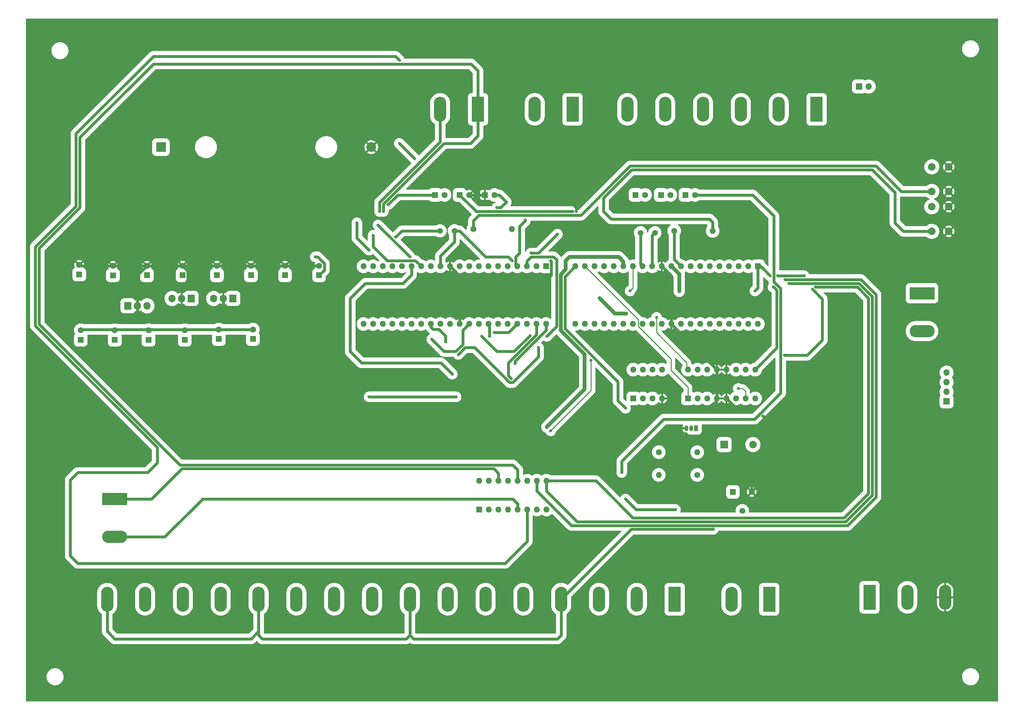
<source format=gtl>
%TF.GenerationSoftware,KiCad,Pcbnew,(6.0.4)*%
%TF.CreationDate,2022-06-08T08:46:44+05:30*%
%TF.ProjectId,Full PCB,46756c6c-2050-4434-922e-6b696361645f,Group 18*%
%TF.SameCoordinates,Original*%
%TF.FileFunction,Copper,L1,Top*%
%TF.FilePolarity,Positive*%
%FSLAX46Y46*%
G04 Gerber Fmt 4.6, Leading zero omitted, Abs format (unit mm)*
G04 Created by KiCad (PCBNEW (6.0.4)) date 2022-06-08 08:46:44*
%MOMM*%
%LPD*%
G01*
G04 APERTURE LIST*
%TA.AperFunction,ComponentPad*%
%ADD10R,1.600000X1.600000*%
%TD*%
%TA.AperFunction,ComponentPad*%
%ADD11C,1.600000*%
%TD*%
%TA.AperFunction,ComponentPad*%
%ADD12R,2.000000X2.000000*%
%TD*%
%TA.AperFunction,ComponentPad*%
%ADD13C,2.000000*%
%TD*%
%TA.AperFunction,ComponentPad*%
%ADD14C,1.500000*%
%TD*%
%TA.AperFunction,ComponentPad*%
%ADD15R,2.600000X2.600000*%
%TD*%
%TA.AperFunction,ComponentPad*%
%ADD16C,2.600000*%
%TD*%
%TA.AperFunction,ComponentPad*%
%ADD17R,3.300000X6.600000*%
%TD*%
%TA.AperFunction,ComponentPad*%
%ADD18O,3.300000X6.600000*%
%TD*%
%TA.AperFunction,ComponentPad*%
%ADD19R,1.700000X1.700000*%
%TD*%
%TA.AperFunction,ComponentPad*%
%ADD20O,1.700000X1.700000*%
%TD*%
%TA.AperFunction,ComponentPad*%
%ADD21O,1.600000X1.600000*%
%TD*%
%TA.AperFunction,ComponentPad*%
%ADD22R,1.050000X1.500000*%
%TD*%
%TA.AperFunction,ComponentPad*%
%ADD23O,1.050000X1.500000*%
%TD*%
%TA.AperFunction,ComponentPad*%
%ADD24R,1.905000X2.000000*%
%TD*%
%TA.AperFunction,ComponentPad*%
%ADD25O,1.905000X2.000000*%
%TD*%
%TA.AperFunction,ComponentPad*%
%ADD26R,6.600000X3.300000*%
%TD*%
%TA.AperFunction,ComponentPad*%
%ADD27O,6.600000X3.300000*%
%TD*%
%TA.AperFunction,ComponentPad*%
%ADD28R,1.560000X1.560000*%
%TD*%
%TA.AperFunction,ComponentPad*%
%ADD29C,1.560000*%
%TD*%
%TA.AperFunction,ViaPad*%
%ADD30C,0.800000*%
%TD*%
%TA.AperFunction,Conductor*%
%ADD31C,0.800000*%
%TD*%
%TA.AperFunction,Conductor*%
%ADD32C,0.250000*%
%TD*%
%TA.AperFunction,Conductor*%
%ADD33C,1.000000*%
%TD*%
G04 APERTURE END LIST*
D10*
%TO.P,C1,1*%
%TO.N,Net-(RV1-Pad1)*%
X179793233Y-185910225D03*
D11*
%TO.P,C1,2*%
%TO.N,Net-(C1-Pad2)*%
X179793233Y-183410225D03*
%TD*%
D12*
%TO.P,BZ1,1,-*%
%TO.N,Net-(BZ1-Pad1)*%
X349868233Y-213625000D03*
D13*
%TO.P,BZ1,2,+*%
%TO.N,Net-(BZ1-Pad2)*%
X357468233Y-213625000D03*
%TD*%
%TO.P,SW2,1,1*%
%TO.N,Net-(R2-Pad2)*%
X404750000Y-150750000D03*
X404750000Y-157250000D03*
%TO.P,SW2,2,2*%
%TO.N,GND*%
X409250000Y-150750000D03*
X409250000Y-157250000D03*
%TD*%
D10*
%TO.P,C3,1*%
%TO.N,Net-(C3-Pad1)*%
X197703233Y-185910225D03*
D11*
%TO.P,C3,2*%
%TO.N,Net-(C1-Pad2)*%
X197703233Y-183410225D03*
%TD*%
D14*
%TO.P,Crystal2,1,1*%
%TO.N,Net-(C18-Pad2)*%
X327768233Y-157625000D03*
%TO.P,Crystal2,2,2*%
%TO.N,Net-(C19-Pad1)*%
X331568233Y-157625000D03*
%TD*%
D10*
%TO.P,C13,1*%
%TO.N,Net-(14.8V1-Pad1)*%
X233793233Y-168865337D03*
D11*
%TO.P,C13,2*%
%TO.N,GND*%
X233793233Y-166365337D03*
%TD*%
D10*
%TO.P,C18,1*%
%TO.N,Net-(C18-Pad1)*%
X326463121Y-147625000D03*
D11*
%TO.P,C18,2*%
%TO.N,Net-(C18-Pad2)*%
X328963121Y-147625000D03*
%TD*%
D14*
%TO.P,Crystal1,1,1*%
%TO.N,Net-(C17-Pad2)*%
X274768233Y-157125000D03*
%TO.P,Crystal1,2,2*%
%TO.N,Net-(C16-Pad1)*%
X278568233Y-157125000D03*
%TD*%
D15*
%TO.P,14.8V1,1,+*%
%TO.N,Net-(14.8V1-Pad1)*%
X200993233Y-135000000D03*
D16*
%TO.P,14.8V1,2,-*%
%TO.N,GND*%
X256593233Y-135000000D03*
%TD*%
D17*
%TO.P,LCD1,1,Pin_1*%
%TO.N,Net-(SECONDARY1-Pad1)*%
X374293233Y-125000000D03*
D18*
%TO.P,LCD1,2,Pin_2*%
%TO.N,Net-(SECONDARY1-Pad2)*%
X364293233Y-125000000D03*
%TO.P,LCD1,3,Pin_3*%
%TO.N,Net-(SECONDARY1-Pad5)*%
X354293233Y-125000000D03*
%TO.P,LCD1,4,Pin_4*%
%TO.N,Net-(SECONDARY1-Pad6)*%
X344293233Y-125000000D03*
%TO.P,LCD1,5,Pin_5*%
%TO.N,Net-(SECONDARY1-Pad7)*%
X334293233Y-125000000D03*
%TO.P,LCD1,6,Pin_6*%
%TO.N,Net-(SECONDARY1-Pad8)*%
X324293233Y-125000000D03*
%TD*%
D19*
%TO.P,DCMotor1,1,Pin_1*%
%TO.N,Net-(DCMotor1-Pad1)*%
X408668233Y-202205000D03*
D20*
%TO.P,DCMotor1,2,Pin_2*%
%TO.N,Net-(DCMotor1-Pad2)*%
X408668233Y-199665000D03*
%TO.P,DCMotor1,3,Pin_3*%
%TO.N,Net-(DCMotor1-Pad3)*%
X408668233Y-197125000D03*
%TO.P,DCMotor1,4,Pin_4*%
%TO.N,Net-(DCMotor1-Pad4)*%
X408668233Y-194585000D03*
%TD*%
D10*
%TO.P,U5,1,X1*%
%TO.N,unconnected-(U5-Pad1)*%
X325868233Y-201425000D03*
D21*
%TO.P,U5,2,X2*%
%TO.N,unconnected-(U5-Pad2)*%
X328408233Y-201425000D03*
%TO.P,U5,3,VBAT*%
%TO.N,unconnected-(U5-Pad3)*%
X330948233Y-201425000D03*
%TO.P,U5,4,GND*%
%TO.N,GND*%
X333488233Y-201425000D03*
%TO.P,U5,5,SDA*%
%TO.N,Net-(MAIN1-Pad23)*%
X333488233Y-193805000D03*
%TO.P,U5,6,SCL*%
%TO.N,Net-(MAIN1-Pad22)*%
X330948233Y-193805000D03*
%TO.P,U5,7,SQW/OUT*%
%TO.N,unconnected-(U5-Pad7)*%
X328408233Y-193805000D03*
%TO.P,U5,8,VCC*%
%TO.N,Net-(R3-Pad2)*%
X325868233Y-193805000D03*
%TD*%
D22*
%TO.P,Q1,1,C*%
%TO.N,Net-(BZ1-Pad2)*%
X342438233Y-209265000D03*
D23*
%TO.P,Q1,2,B*%
%TO.N,Net-(Q1-Pad2)*%
X341168233Y-209265000D03*
%TO.P,Q1,3,E*%
%TO.N,GND*%
X339898233Y-209265000D03*
%TD*%
D10*
%TO.P,C15,1*%
%TO.N,Net-(C15-Pad1)*%
X273463121Y-147625000D03*
D11*
%TO.P,C15,2*%
%TO.N,Net-(C15-Pad2)*%
X275963121Y-147625000D03*
%TD*%
D10*
%TO.P,C14,1*%
%TO.N,Net-(14.8V1-Pad1)*%
X242793233Y-168865337D03*
D11*
%TO.P,C14,2*%
%TO.N,GND*%
X242793233Y-166365337D03*
%TD*%
D19*
%TO.P,Servo2,1,Pin_1*%
%TO.N,Net-(C18-Pad1)*%
X385543233Y-118975000D03*
D20*
%TO.P,Servo2,2,Pin_2*%
X388083233Y-118975000D03*
%TD*%
D17*
%TO.P,RXD1,1,Pin_1*%
%TO.N,Net-(RXD1-Pad1)*%
X284793233Y-125000000D03*
D18*
%TO.P,RXD1,2,Pin_2*%
%TO.N,Net-(RXD1-Pad2)*%
X274793233Y-125000000D03*
%TD*%
D24*
%TO.P,U1,1,IN*%
%TO.N,Net-(C3-Pad1)*%
X192253233Y-176945000D03*
D25*
%TO.P,U1,2,GND*%
%TO.N,GND*%
X194793233Y-176945000D03*
%TO.P,U1,3,OUT*%
%TO.N,Net-(RV1-Pad1)*%
X197333233Y-176945000D03*
%TD*%
D26*
%TO.P,GSM1,1,Pin_1*%
%TO.N,Net-(GSM1-Pad1)*%
X188793233Y-228000000D03*
D27*
%TO.P,GSM1,2,Pin_2*%
%TO.N,Net-(GSM1-Pad2)*%
X188793233Y-238000000D03*
%TD*%
D10*
%TO.P,SECONDARY1,1,PB0*%
%TO.N,Net-(SECONDARY1-Pad1)*%
X302793233Y-166500000D03*
D21*
%TO.P,SECONDARY1,2,PB1*%
%TO.N,Net-(SECONDARY1-Pad2)*%
X300253233Y-166500000D03*
%TO.P,SECONDARY1,3,PB2*%
%TO.N,Net-(SECONDARY1-Pad3)*%
X297713233Y-166500000D03*
%TO.P,SECONDARY1,4,PB3*%
%TO.N,Net-(SECONDARY1-Pad4)*%
X295173233Y-166500000D03*
%TO.P,SECONDARY1,5,PB4*%
%TO.N,Net-(SECONDARY1-Pad5)*%
X292633233Y-166500000D03*
%TO.P,SECONDARY1,6,PB5*%
%TO.N,Net-(SECONDARY1-Pad6)*%
X290093233Y-166500000D03*
%TO.P,SECONDARY1,7,PB6*%
%TO.N,Net-(SECONDARY1-Pad7)*%
X287553233Y-166500000D03*
%TO.P,SECONDARY1,8,PB7*%
%TO.N,Net-(SECONDARY1-Pad8)*%
X285013233Y-166500000D03*
%TO.P,SECONDARY1,9,~{RESET}*%
%TO.N,Net-(R1-Pad2)*%
X282473233Y-166500000D03*
%TO.P,SECONDARY1,10,VCC*%
%TO.N,+5V*%
X279933233Y-166500000D03*
%TO.P,SECONDARY1,11,GND*%
%TO.N,GND*%
X277393233Y-166500000D03*
%TO.P,SECONDARY1,12,XTAL2*%
%TO.N,Net-(C16-Pad1)*%
X274853233Y-166500000D03*
%TO.P,SECONDARY1,13,XTAL1*%
%TO.N,Net-(C17-Pad2)*%
X272313233Y-166500000D03*
%TO.P,SECONDARY1,14,PD0*%
%TO.N,Net-(RXD1-Pad1)*%
X269773233Y-166500000D03*
%TO.P,SECONDARY1,15,PD1*%
%TO.N,Net-(RXD1-Pad2)*%
X267233233Y-166500000D03*
%TO.P,SECONDARY1,16,PD2*%
%TO.N,unconnected-(SECONDARY1-Pad16)*%
X264693233Y-166500000D03*
%TO.P,SECONDARY1,17,PD3*%
%TO.N,unconnected-(SECONDARY1-Pad17)*%
X262153233Y-166500000D03*
%TO.P,SECONDARY1,18,PD4*%
%TO.N,unconnected-(SECONDARY1-Pad18)*%
X259613233Y-166500000D03*
%TO.P,SECONDARY1,19,PD5*%
%TO.N,unconnected-(SECONDARY1-Pad19)*%
X257073233Y-166500000D03*
%TO.P,SECONDARY1,20,PD6*%
%TO.N,unconnected-(SECONDARY1-Pad20)*%
X254533233Y-166500000D03*
%TO.P,SECONDARY1,21,PD7*%
%TO.N,Net-(SECONDARY1-Pad21)*%
X254533233Y-181740000D03*
%TO.P,SECONDARY1,22,PC0*%
%TO.N,unconnected-(SECONDARY1-Pad22)*%
X257073233Y-181740000D03*
%TO.P,SECONDARY1,23,PC1*%
%TO.N,unconnected-(SECONDARY1-Pad23)*%
X259613233Y-181740000D03*
%TO.P,SECONDARY1,24,PC2*%
%TO.N,unconnected-(SECONDARY1-Pad24)*%
X262153233Y-181740000D03*
%TO.P,SECONDARY1,25,PC3*%
%TO.N,unconnected-(SECONDARY1-Pad25)*%
X264693233Y-181740000D03*
%TO.P,SECONDARY1,26,PC4*%
%TO.N,unconnected-(SECONDARY1-Pad26)*%
X267233233Y-181740000D03*
%TO.P,SECONDARY1,27,PC5*%
%TO.N,unconnected-(SECONDARY1-Pad27)*%
X269773233Y-181740000D03*
%TO.P,SECONDARY1,28,PC6*%
%TO.N,Net-(SECONDARY1-Pad28)*%
X272313233Y-181740000D03*
%TO.P,SECONDARY1,29,PC7*%
%TO.N,Net-(SECONDARY1-Pad29)*%
X274853233Y-181740000D03*
%TO.P,SECONDARY1,30,AVCC*%
%TO.N,unconnected-(SECONDARY1-Pad30)*%
X277393233Y-181740000D03*
%TO.P,SECONDARY1,31,GND*%
%TO.N,GND*%
X279933233Y-181740000D03*
%TO.P,SECONDARY1,32,AREF*%
%TO.N,Net-(C15-Pad1)*%
X282473233Y-181740000D03*
%TO.P,SECONDARY1,33,PA7*%
%TO.N,unconnected-(SECONDARY1-Pad33)*%
X285013233Y-181740000D03*
%TO.P,SECONDARY1,34,PA6*%
%TO.N,Net-(SECONDARY1-Pad34)*%
X287553233Y-181740000D03*
%TO.P,SECONDARY1,35,PA5*%
%TO.N,Net-(IR1-Pad2)*%
X290093233Y-181740000D03*
%TO.P,SECONDARY1,36,PA4*%
%TO.N,Net-(IR1-Pad1)*%
X292633233Y-181740000D03*
%TO.P,SECONDARY1,37,PA3*%
%TO.N,Net-(SECONDARY1-Pad37)*%
X295173233Y-181740000D03*
%TO.P,SECONDARY1,38,PA2*%
%TO.N,Net-(SECONDARY1-Pad38)*%
X297713233Y-181740000D03*
%TO.P,SECONDARY1,39,PA1*%
%TO.N,Net-(SECONDARY1-Pad39)*%
X300253233Y-181740000D03*
%TO.P,SECONDARY1,40,PA0*%
%TO.N,Net-(SECONDARY1-Pad40)*%
X302793233Y-181740000D03*
%TD*%
D10*
%TO.P,C12,1*%
%TO.N,Net-(C10-Pad1)*%
X224793233Y-168865337D03*
D11*
%TO.P,C12,2*%
%TO.N,GND*%
X224793233Y-166365337D03*
%TD*%
D24*
%TO.P,U2,1,IN*%
%TO.N,Net-(C10-Pad1)*%
X209000000Y-175000000D03*
D25*
%TO.P,U2,2,GND*%
%TO.N,GND*%
X206460000Y-175000000D03*
%TO.P,U2,3,OUT*%
%TO.N,Net-(BZ1-Pad1)*%
X203920000Y-175000000D03*
%TD*%
D28*
%TO.P,RV2,1,1*%
%TO.N,Net-(RV1-Pad1)*%
X352168233Y-226125000D03*
D29*
%TO.P,RV2,2,2*%
%TO.N,Net-(RV1-Pad2)*%
X354668233Y-231125000D03*
%TO.P,RV2,3,3*%
%TO.N,GND*%
X357168233Y-226125000D03*
%TD*%
D11*
%TO.P,R3,1*%
%TO.N,Net-(BZ1-Pad1)*%
X342748233Y-221625000D03*
D21*
%TO.P,R3,2*%
%TO.N,Net-(R3-Pad2)*%
X332588233Y-221625000D03*
%TD*%
D26*
%TO.P,OpticalEncoder1,1,Pin_1*%
%TO.N,Net-(MAIN1-Pad17)*%
X402168233Y-173625000D03*
D27*
%TO.P,OpticalEncoder1,2,Pin_2*%
%TO.N,Net-(MAIN1-Pad16)*%
X402168233Y-183625000D03*
%TD*%
D10*
%TO.P,U6,1,EN1\u002C2*%
%TO.N,Net-(MAIN1-Pad19)*%
X340293233Y-201425000D03*
D21*
%TO.P,U6,2,1A*%
%TO.N,Net-(MAIN1-Pad24)*%
X342833233Y-201425000D03*
%TO.P,U6,3,1Y*%
%TO.N,Net-(DCMotor1-Pad1)*%
X345373233Y-201425000D03*
%TO.P,U6,4,GND*%
%TO.N,GND*%
X347913233Y-201425000D03*
%TO.P,U6,5,GND*%
X350453233Y-201425000D03*
%TO.P,U6,6,2Y*%
%TO.N,Net-(DCMotor1-Pad2)*%
X352993233Y-201425000D03*
%TO.P,U6,7,2A*%
%TO.N,Net-(MAIN1-Pad25)*%
X355533233Y-201425000D03*
%TO.P,U6,8,VCC2*%
%TO.N,+12V*%
X358073233Y-201425000D03*
%TO.P,U6,9,EN3\u002C4*%
%TO.N,Net-(MAIN1-Pad18)*%
X358073233Y-193805000D03*
%TO.P,U6,10,3A*%
%TO.N,Net-(MAIN1-Pad26)*%
X355533233Y-193805000D03*
%TO.P,U6,11,3Y*%
%TO.N,Net-(DCMotor1-Pad3)*%
X352993233Y-193805000D03*
%TO.P,U6,12,GND*%
%TO.N,GND*%
X350453233Y-193805000D03*
%TO.P,U6,13,GND*%
X347913233Y-193805000D03*
%TO.P,U6,14,4Y*%
%TO.N,Net-(DCMotor1-Pad4)*%
X345373233Y-193805000D03*
%TO.P,U6,15,4A*%
%TO.N,Net-(MAIN1-Pad27)*%
X342833233Y-193805000D03*
%TO.P,U6,16,VCC1*%
%TO.N,+5V*%
X340293233Y-193805000D03*
%TD*%
D10*
%TO.P,C17,1*%
%TO.N,GND*%
X286668233Y-147625000D03*
D11*
%TO.P,C17,2*%
%TO.N,Net-(C17-Pad2)*%
X289168233Y-147625000D03*
%TD*%
D17*
%TO.P,IR1,1,Pin_1*%
%TO.N,Net-(IR1-Pad1)*%
X361793233Y-254500000D03*
D18*
%TO.P,IR1,2,Pin_2*%
%TO.N,Net-(IR1-Pad2)*%
X351793233Y-254500000D03*
%TD*%
D24*
%TO.P,U3,1,IN*%
%TO.N,Net-(14.8V1-Pad1)*%
X220000000Y-175000000D03*
D25*
%TO.P,U3,2,GND*%
%TO.N,GND*%
X217460000Y-175000000D03*
%TO.P,U3,3,OUT*%
%TO.N,Net-(C10-Pad1)*%
X214920000Y-175000000D03*
%TD*%
D11*
%TO.P,R2,1*%
%TO.N,Net-(MAIN1-Pad9)*%
X336668233Y-157125000D03*
D21*
%TO.P,R2,2*%
%TO.N,Net-(R2-Pad2)*%
X346828233Y-157125000D03*
%TD*%
D10*
%TO.P,MAIN1,1,PB0*%
%TO.N,Net-(MAIN1-Pad1)*%
X358793233Y-166500000D03*
D21*
%TO.P,MAIN1,2,PB1*%
%TO.N,Net-(MAIN1-Pad2)*%
X356253233Y-166500000D03*
%TO.P,MAIN1,3,PB2*%
%TO.N,unconnected-(MAIN1-Pad3)*%
X353713233Y-166500000D03*
%TO.P,MAIN1,4,PB3*%
%TO.N,unconnected-(MAIN1-Pad4)*%
X351173233Y-166500000D03*
%TO.P,MAIN1,5,PB4*%
%TO.N,unconnected-(MAIN1-Pad5)*%
X348633233Y-166500000D03*
%TO.P,MAIN1,6,PB5*%
%TO.N,unconnected-(MAIN1-Pad6)*%
X346093233Y-166500000D03*
%TO.P,MAIN1,7,PB6*%
%TO.N,unconnected-(MAIN1-Pad7)*%
X343553233Y-166500000D03*
%TO.P,MAIN1,8,PB7*%
%TO.N,unconnected-(MAIN1-Pad8)*%
X341013233Y-166500000D03*
%TO.P,MAIN1,9,~{RESET}*%
%TO.N,Net-(MAIN1-Pad9)*%
X338473233Y-166500000D03*
%TO.P,MAIN1,10,VCC*%
%TO.N,+5V*%
X335933233Y-166500000D03*
%TO.P,MAIN1,11,GND*%
%TO.N,GND*%
X333393233Y-166500000D03*
%TO.P,MAIN1,12,XTAL2*%
%TO.N,Net-(C19-Pad1)*%
X330853233Y-166500000D03*
%TO.P,MAIN1,13,XTAL1*%
%TO.N,Net-(C18-Pad2)*%
X328313233Y-166500000D03*
%TO.P,MAIN1,14,PD0*%
%TO.N,Net-(MAIN1-Pad14)*%
X325773233Y-166500000D03*
%TO.P,MAIN1,15,PD1*%
%TO.N,Net-(MAIN1-Pad15)*%
X323233233Y-166500000D03*
%TO.P,MAIN1,16,PD2*%
%TO.N,Net-(MAIN1-Pad16)*%
X320693233Y-166500000D03*
%TO.P,MAIN1,17,PD3*%
%TO.N,Net-(MAIN1-Pad17)*%
X318153233Y-166500000D03*
%TO.P,MAIN1,18,PD4*%
%TO.N,Net-(MAIN1-Pad18)*%
X315613233Y-166500000D03*
%TO.P,MAIN1,19,PD5*%
%TO.N,Net-(MAIN1-Pad19)*%
X313073233Y-166500000D03*
%TO.P,MAIN1,20,PD6*%
%TO.N,Net-(MAIN1-Pad20)*%
X310533233Y-166500000D03*
%TO.P,MAIN1,21,PD7*%
%TO.N,unconnected-(MAIN1-Pad21)*%
X310533233Y-181740000D03*
%TO.P,MAIN1,22,PC0*%
%TO.N,Net-(MAIN1-Pad22)*%
X313073233Y-181740000D03*
%TO.P,MAIN1,23,PC1*%
%TO.N,Net-(MAIN1-Pad23)*%
X315613233Y-181740000D03*
%TO.P,MAIN1,24,PC2*%
%TO.N,Net-(MAIN1-Pad24)*%
X318153233Y-181740000D03*
%TO.P,MAIN1,25,PC3*%
%TO.N,Net-(MAIN1-Pad25)*%
X320693233Y-181740000D03*
%TO.P,MAIN1,26,PC4*%
%TO.N,Net-(MAIN1-Pad26)*%
X323233233Y-181740000D03*
%TO.P,MAIN1,27,PC5*%
%TO.N,Net-(MAIN1-Pad27)*%
X325773233Y-181740000D03*
%TO.P,MAIN1,28,PC6*%
%TO.N,unconnected-(MAIN1-Pad28)*%
X328313233Y-181740000D03*
%TO.P,MAIN1,29,PC7*%
%TO.N,unconnected-(MAIN1-Pad29)*%
X330853233Y-181740000D03*
%TO.P,MAIN1,30,AVCC*%
%TO.N,unconnected-(MAIN1-Pad30)*%
X333393233Y-181740000D03*
%TO.P,MAIN1,31,GND*%
%TO.N,GND*%
X335933233Y-181740000D03*
%TO.P,MAIN1,32,AREF*%
%TO.N,Net-(C20-Pad1)*%
X338473233Y-181740000D03*
%TO.P,MAIN1,33,PA7*%
%TO.N,unconnected-(MAIN1-Pad33)*%
X341013233Y-181740000D03*
%TO.P,MAIN1,34,PA6*%
%TO.N,unconnected-(MAIN1-Pad34)*%
X343553233Y-181740000D03*
%TO.P,MAIN1,35,PA5*%
%TO.N,unconnected-(MAIN1-Pad35)*%
X346093233Y-181740000D03*
%TO.P,MAIN1,36,PA4*%
%TO.N,unconnected-(MAIN1-Pad36)*%
X348633233Y-181740000D03*
%TO.P,MAIN1,37,PA3*%
%TO.N,unconnected-(MAIN1-Pad37)*%
X351173233Y-181740000D03*
%TO.P,MAIN1,38,PA2*%
%TO.N,unconnected-(MAIN1-Pad38)*%
X353713233Y-181740000D03*
%TO.P,MAIN1,39,PA1*%
%TO.N,unconnected-(MAIN1-Pad39)*%
X356253233Y-181740000D03*
%TO.P,MAIN1,40,PA0*%
%TO.N,unconnected-(MAIN1-Pad40)*%
X358793233Y-181740000D03*
%TD*%
D10*
%TO.P,C11,1*%
%TO.N,Net-(C10-Pad1)*%
X215793233Y-168865337D03*
D11*
%TO.P,C11,2*%
%TO.N,GND*%
X215793233Y-166365337D03*
%TD*%
D10*
%TO.P,C20,1*%
%TO.N,Net-(C20-Pad1)*%
X339668233Y-147625000D03*
D11*
%TO.P,C20,2*%
%TO.N,Net-(C18-Pad1)*%
X342168233Y-147625000D03*
%TD*%
D10*
%TO.P,C5,1*%
%TO.N,Net-(C3-Pad1)*%
X216293233Y-185705113D03*
D11*
%TO.P,C5,2*%
%TO.N,Net-(C1-Pad2)*%
X216293233Y-183205113D03*
%TD*%
D10*
%TO.P,C2,1*%
%TO.N,Net-(RV1-Pad1)*%
X188793233Y-185910225D03*
D11*
%TO.P,C2,2*%
%TO.N,Net-(C1-Pad2)*%
X188793233Y-183410225D03*
%TD*%
D10*
%TO.P,C8,1*%
%TO.N,Net-(BZ1-Pad1)*%
X188293233Y-168910225D03*
D11*
%TO.P,C8,2*%
%TO.N,GND*%
X188293233Y-166410225D03*
%TD*%
D10*
%TO.P,C19,1*%
%TO.N,Net-(C19-Pad1)*%
X333168233Y-147625000D03*
D11*
%TO.P,C19,2*%
%TO.N,Net-(C18-Pad1)*%
X335668233Y-147625000D03*
%TD*%
D10*
%TO.P,C10,1*%
%TO.N,Net-(C10-Pad1)*%
X206703233Y-168865337D03*
D11*
%TO.P,C10,2*%
%TO.N,GND*%
X206703233Y-166365337D03*
%TD*%
D10*
%TO.P,C6,1*%
%TO.N,Net-(C3-Pad1)*%
X225293233Y-185705113D03*
D11*
%TO.P,C6,2*%
%TO.N,Net-(C1-Pad2)*%
X225293233Y-183205113D03*
%TD*%
D10*
%TO.P,C7,1*%
%TO.N,Net-(BZ1-Pad1)*%
X179383233Y-168660225D03*
D11*
%TO.P,C7,2*%
%TO.N,GND*%
X179383233Y-166160225D03*
%TD*%
D17*
%TO.P,US1,1,Pin_1*%
%TO.N,Net-(C18-Pad1)*%
X336793233Y-254500000D03*
D18*
%TO.P,US1,2,Pin_2*%
%TO.N,Net-(SECONDARY1-Pad40)*%
X326793233Y-254500000D03*
%TO.P,US1,3,Pin_3*%
%TO.N,Net-(SECONDARY1-Pad34)*%
X316793233Y-254500000D03*
%TO.P,US1,4,Pin_4*%
%TO.N,Net-(RV1-Pad1)*%
X306793233Y-254500000D03*
%TO.P,US1,5,Pin_5*%
%TO.N,Net-(C18-Pad1)*%
X296793233Y-254500000D03*
%TO.P,US1,6,Pin_6*%
%TO.N,Net-(SECONDARY1-Pad39)*%
X286793233Y-254500000D03*
%TO.P,US1,7,Pin_7*%
%TO.N,Net-(SECONDARY1-Pad3)*%
X276793233Y-254500000D03*
%TO.P,US1,8,Pin_8*%
%TO.N,Net-(RV1-Pad1)*%
X266793233Y-254500000D03*
%TO.P,US1,9,Pin_9*%
%TO.N,Net-(C18-Pad1)*%
X256793233Y-254500000D03*
%TO.P,US1,10,Pin_10*%
%TO.N,Net-(SECONDARY1-Pad38)*%
X246793233Y-254500000D03*
%TO.P,US1,11,Pin_11*%
%TO.N,Net-(SECONDARY1-Pad28)*%
X236793233Y-254500000D03*
%TO.P,US1,12,Pin_12*%
%TO.N,Net-(RV1-Pad1)*%
X226793233Y-254500000D03*
%TO.P,US1,13,Pin_13*%
%TO.N,Net-(C18-Pad1)*%
X216793233Y-254500000D03*
%TO.P,US1,14,Pin_14*%
%TO.N,Net-(SECONDARY1-Pad37)*%
X206793233Y-254500000D03*
%TO.P,US1,15,Pin_15*%
%TO.N,Net-(SECONDARY1-Pad29)*%
X196793233Y-254500000D03*
%TO.P,US1,16,Pin_16*%
%TO.N,Net-(RV1-Pad1)*%
X186793233Y-254500000D03*
%TD*%
D11*
%TO.P,R1,1*%
%TO.N,Net-(R1-Pad1)*%
X283588233Y-156625000D03*
D21*
%TO.P,R1,2*%
%TO.N,Net-(R1-Pad2)*%
X293748233Y-156625000D03*
%TD*%
D10*
%TO.P,U4,1,Y0*%
%TO.N,Net-(RXD1-Pad2)*%
X285125000Y-230800000D03*
D21*
%TO.P,U4,2,Y2*%
%TO.N,unconnected-(U4-Pad2)*%
X287665000Y-230800000D03*
%TO.P,U4,3,Y*%
%TO.N,Net-(MAIN1-Pad14)*%
X290205000Y-230800000D03*
%TO.P,U4,4,Y3*%
%TO.N,unconnected-(U4-Pad4)*%
X292745000Y-230800000D03*
%TO.P,U4,5,Y1*%
%TO.N,Net-(GSM1-Pad2)*%
X295285000Y-230800000D03*
%TO.P,U4,6,Inh*%
%TO.N,Net-(C15-Pad2)*%
X297825000Y-230800000D03*
%TO.P,U4,7,VEE*%
%TO.N,unconnected-(U4-Pad7)*%
X300365000Y-230800000D03*
%TO.P,U4,8,VSS*%
%TO.N,unconnected-(U4-Pad8)*%
X302905000Y-230800000D03*
%TO.P,U4,9,B*%
%TO.N,Net-(MAIN1-Pad1)*%
X302905000Y-223180000D03*
%TO.P,U4,10,A*%
%TO.N,Net-(MAIN1-Pad2)*%
X300365000Y-223180000D03*
%TO.P,U4,11,X3*%
%TO.N,unconnected-(U4-Pad11)*%
X297825000Y-223180000D03*
%TO.P,U4,12,X0*%
%TO.N,Net-(RXD1-Pad1)*%
X295285000Y-223180000D03*
%TO.P,U4,13,X*%
%TO.N,Net-(MAIN1-Pad15)*%
X292745000Y-223180000D03*
%TO.P,U4,14,X1*%
%TO.N,Net-(GSM1-Pad1)*%
X290205000Y-223180000D03*
%TO.P,U4,15,X2*%
%TO.N,unconnected-(U4-Pad15)*%
X287665000Y-223180000D03*
%TO.P,U4,16,VDD*%
%TO.N,unconnected-(U4-Pad16)*%
X285125000Y-223180000D03*
%TD*%
D10*
%TO.P,C16,1*%
%TO.N,Net-(C16-Pad1)*%
X279963121Y-147625000D03*
D11*
%TO.P,C16,2*%
%TO.N,GND*%
X282463121Y-147625000D03*
%TD*%
D10*
%TO.P,C4,1*%
%TO.N,Net-(C3-Pad1)*%
X207293233Y-185910225D03*
D11*
%TO.P,C4,2*%
%TO.N,Net-(C1-Pad2)*%
X207293233Y-183410225D03*
%TD*%
D17*
%TO.P,Servo1,1,Pin_1*%
%TO.N,Net-(SECONDARY1-Pad4)*%
X309793233Y-125000000D03*
D18*
%TO.P,Servo1,2,Pin_2*%
%TO.N,Net-(SECONDARY1-Pad21)*%
X299793233Y-125000000D03*
%TD*%
D11*
%TO.P,R4,1*%
%TO.N,Net-(MAIN1-Pad20)*%
X332588233Y-215625000D03*
D21*
%TO.P,R4,2*%
%TO.N,Net-(Q1-Pad2)*%
X342748233Y-215625000D03*
%TD*%
D10*
%TO.P,C9,1*%
%TO.N,Net-(C10-Pad1)*%
X197293233Y-168865337D03*
D11*
%TO.P,C9,2*%
%TO.N,GND*%
X197293233Y-166365337D03*
%TD*%
D17*
%TO.P,RV1,1,Pin_1*%
%TO.N,Net-(RV1-Pad1)*%
X388293233Y-254000000D03*
D18*
%TO.P,RV1,2,Pin_2*%
%TO.N,Net-(RV1-Pad2)*%
X398293233Y-254000000D03*
%TO.P,RV1,3,Pin_3*%
%TO.N,GND*%
X408293233Y-254000000D03*
%TD*%
D13*
%TO.P,SW1,1,1*%
%TO.N,Net-(R1-Pad1)*%
X404750000Y-146700000D03*
X404750000Y-140200000D03*
%TO.P,SW1,2,2*%
%TO.N,GND*%
X409250000Y-146700000D03*
X409250000Y-140200000D03*
%TD*%
D30*
%TO.N,Net-(14.8V1-Pad1)*%
X241793713Y-164000000D03*
%TO.N,GND*%
X206793233Y-171000000D03*
X310793233Y-152000000D03*
X360103383Y-206103383D03*
X346000000Y-204000000D03*
X354000000Y-205000000D03*
X298793233Y-149000000D03*
X304000000Y-165000000D03*
%TO.N,Net-(BZ1-Pad1)*%
X323793733Y-228016904D03*
X256000000Y-201000000D03*
X337000000Y-230793233D03*
X279000000Y-201000000D03*
%TO.N,Net-(C15-Pad1)*%
X272586466Y-185793233D03*
X261000000Y-150206767D03*
%TO.N,Net-(C15-Pad2)*%
X264000000Y-134000000D03*
X264000000Y-112000000D03*
X268000000Y-138000000D03*
%TO.N,Net-(C16-Pad1)*%
X293793233Y-165000000D03*
X305793233Y-158000000D03*
X309793233Y-152000000D03*
X298793233Y-163000000D03*
%TO.N,Net-(C17-Pad2)*%
X256000000Y-162206767D03*
X263000000Y-158793233D03*
X252793233Y-155000000D03*
X289793233Y-151000000D03*
%TO.N,Net-(C20-Pad1)*%
X365793233Y-190000000D03*
X373206767Y-172586466D03*
%TO.N,Net-(C18-Pad1)*%
X322793233Y-221000000D03*
%TO.N,Net-(MAIN1-Pad1)*%
X371016917Y-168983082D03*
X367000000Y-171000000D03*
X358000000Y-173000000D03*
X374033355Y-171999520D03*
X362000000Y-169000000D03*
X364000000Y-169000000D03*
%TO.N,+5V*%
X316916976Y-174916976D03*
X332000000Y-180000000D03*
X338000000Y-173099520D03*
X324000000Y-179000000D03*
%TO.N,Net-(MAIN1-Pad14)*%
X314689862Y-191310137D03*
X304000000Y-210000000D03*
X325000000Y-173000000D03*
%TO.N,Net-(MAIN1-Pad15)*%
X303000000Y-209000000D03*
%TO.N,Net-(MAIN1-Pad18)*%
X362793233Y-172000000D03*
%TO.N,Net-(MAIN1-Pad20)*%
X323793233Y-204000000D03*
%TO.N,Net-(MAIN1-Pad25)*%
X353586479Y-198793246D03*
%TO.N,Net-(RV1-Pad1)*%
X347000000Y-236000000D03*
%TO.N,Net-(RXD1-Pad1)*%
X259793233Y-152000000D03*
X257086466Y-158293233D03*
%TO.N,Net-(RXD1-Pad2)*%
X258379712Y-155586479D03*
X278000000Y-195000000D03*
X266793233Y-164000000D03*
X258793233Y-152000000D03*
%TO.N,Net-(SECONDARY1-Pad3)*%
X298586466Y-184793233D03*
X303000000Y-185000000D03*
X285793233Y-185000000D03*
%TO.N,Net-(SECONDARY1-Pad4)*%
X297314712Y-154237945D03*
%TO.N,Net-(SECONDARY1-Pad28)*%
X276250000Y-186456767D03*
%TO.N,Net-(SECONDARY1-Pad34)*%
X287793233Y-185000000D03*
%TO.N,Net-(SECONDARY1-Pad37)*%
X289093713Y-184000000D03*
%TO.N,Net-(SECONDARY1-Pad38)*%
X300793233Y-188000000D03*
X279586466Y-189793233D03*
%TO.N,Net-(SECONDARY1-Pad39)*%
X293586479Y-196206754D03*
%TO.N,Net-(SECONDARY1-Pad40)*%
X294586466Y-192206767D03*
%TO.N,Net-(MAIN1-Pad2)*%
X366000000Y-170000000D03*
%TD*%
D31*
%TO.N,Net-(14.8V1-Pad1)*%
X244192744Y-167465826D02*
X242793233Y-168865337D01*
X244192744Y-165785639D02*
X244192744Y-167465826D01*
X242407105Y-164000000D02*
X244192744Y-165785639D01*
X241793713Y-164000000D02*
X242407105Y-164000000D01*
%TO.N,GND*%
X335933233Y-181825000D02*
X335933233Y-181740000D01*
X347913233Y-202086767D02*
X347913233Y-201425000D01*
X357168233Y-222831767D02*
X362000000Y-218000000D01*
X194793233Y-176855225D02*
X194793233Y-168865337D01*
X217460000Y-178333233D02*
X217460000Y-175000000D01*
X215793233Y-180000000D02*
X217460000Y-178333233D01*
X207367592Y-171000000D02*
X208102744Y-170264848D01*
X354000000Y-205000000D02*
X354000000Y-204971767D01*
X354000000Y-204971767D02*
X350453233Y-201425000D01*
X347913233Y-193805000D02*
X335933233Y-181825000D01*
X362000000Y-208000000D02*
X361000000Y-207000000D01*
X194793233Y-168865337D02*
X197293233Y-166365337D01*
X346000000Y-204000000D02*
X347913233Y-202086767D01*
X362000000Y-218000000D02*
X362000000Y-208000000D01*
X310793233Y-151000000D02*
X308793233Y-149000000D01*
X179588345Y-166365337D02*
X179383233Y-166160225D01*
X357168233Y-226125000D02*
X357168233Y-222831767D01*
X196365621Y-180000000D02*
X215793233Y-180000000D01*
X194793233Y-178427612D02*
X196365621Y-180000000D01*
X335933233Y-169040000D02*
X333393233Y-166500000D01*
X302000000Y-171000000D02*
X281893233Y-171000000D01*
X197293233Y-166365337D02*
X242793233Y-166365337D01*
X304000000Y-165000000D02*
X304192744Y-165192744D01*
X197293233Y-166365337D02*
X179588345Y-166365337D01*
X194793233Y-176855225D02*
X194793233Y-178427612D01*
X279933233Y-180066767D02*
X281893233Y-178106767D01*
X304192744Y-165192744D02*
X304192744Y-168807256D01*
X279933233Y-181740000D02*
X279933233Y-180066767D01*
X304192744Y-168807256D02*
X302000000Y-171000000D01*
X308793233Y-149000000D02*
X298793233Y-149000000D01*
X208102744Y-167764848D02*
X206703233Y-166365337D01*
X281893233Y-178106767D02*
X281893233Y-171000000D01*
X361000000Y-207000000D02*
X360103383Y-206103383D01*
X208102744Y-170264848D02*
X208102744Y-167764848D01*
X281893233Y-171000000D02*
X277393233Y-166500000D01*
X347913233Y-201425000D02*
X347913233Y-193805000D01*
X282463121Y-147625000D02*
X286668233Y-147625000D01*
X335933233Y-181740000D02*
X335933233Y-169040000D01*
X206793233Y-171000000D02*
X207367592Y-171000000D01*
X310793233Y-152000000D02*
X310793233Y-151000000D01*
%TO.N,Net-(BZ1-Pad1)*%
X323793733Y-228016904D02*
X326570062Y-230793233D01*
X326570062Y-230793233D02*
X337000000Y-230793233D01*
X256000000Y-201000000D02*
X279000000Y-201000000D01*
%TO.N,Net-(C1-Pad2)*%
X225293233Y-183205113D02*
X179998345Y-183205113D01*
X179998345Y-183205113D02*
X179793233Y-183410225D01*
%TO.N,Net-(C15-Pad1)*%
X278966165Y-189000000D02*
X275793233Y-189000000D01*
X275793233Y-189000000D02*
X272586466Y-185793233D01*
X280793233Y-187172932D02*
X278966165Y-189000000D01*
X280793233Y-183420000D02*
X280793233Y-187172932D01*
X282473233Y-181740000D02*
X280793233Y-183420000D01*
X263581767Y-147625000D02*
X261000000Y-150206767D01*
X273463121Y-147625000D02*
X263581767Y-147625000D01*
%TO.N,Net-(C15-Pad2)*%
X177000000Y-243000000D02*
X177000000Y-223000000D01*
X179000000Y-245000000D02*
X177000000Y-243000000D01*
X179000000Y-221000000D02*
X197443233Y-221000000D01*
X199000000Y-111000000D02*
X263000000Y-111000000D01*
X268000000Y-138000000D02*
X264000000Y-134000000D01*
X177000000Y-223000000D02*
X179000000Y-221000000D01*
X167795156Y-161343941D02*
X178551671Y-150587426D01*
X292000000Y-245000000D02*
X179000000Y-245000000D01*
X297825000Y-239175000D02*
X292000000Y-245000000D01*
X297825000Y-230800000D02*
X297825000Y-239175000D01*
X200000000Y-214413534D02*
X167795156Y-182208690D01*
X178551671Y-150587426D02*
X178551671Y-131448329D01*
X167795157Y-181380661D02*
X167795156Y-161343941D01*
X167795156Y-182208690D02*
X167795157Y-181380661D01*
X200000000Y-218443233D02*
X200000000Y-214413534D01*
X263000000Y-111000000D02*
X264000000Y-112000000D01*
X197443233Y-221000000D02*
X200000000Y-218443233D01*
X178551671Y-131448329D02*
X199000000Y-111000000D01*
%TO.N,Net-(C16-Pad1)*%
X305793233Y-158000000D02*
X300792753Y-163000480D01*
X284338121Y-152000000D02*
X309793233Y-152000000D01*
X300792753Y-163000480D02*
X298793713Y-163000480D01*
X292793233Y-164000000D02*
X286793233Y-164000000D01*
X286793233Y-164000000D02*
X279918233Y-157125000D01*
X278568233Y-157125000D02*
X278568233Y-160010000D01*
X279918233Y-157125000D02*
X278568233Y-157125000D01*
X278568233Y-160010000D02*
X274853233Y-163725000D01*
X279963121Y-147625000D02*
X284338121Y-152000000D01*
X293793233Y-165000000D02*
X292793233Y-164000000D01*
X298793713Y-163000480D02*
X298793233Y-163000000D01*
X274853233Y-163725000D02*
X274853233Y-166500000D01*
%TO.N,Net-(C17-Pad2)*%
X292293233Y-149500000D02*
X290418233Y-147625000D01*
X274768233Y-157125000D02*
X264668233Y-157125000D01*
X256000000Y-162206767D02*
X252793233Y-159000000D01*
X252793233Y-159000000D02*
X252793233Y-155000000D01*
X264668233Y-157125000D02*
X263000000Y-158793233D01*
X290793233Y-151000000D02*
X292293233Y-149500000D01*
X289793233Y-151000000D02*
X290793233Y-151000000D01*
X290418233Y-147625000D02*
X289168233Y-147625000D01*
%TO.N,Net-(C18-Pad2)*%
X327768233Y-165955000D02*
X328313233Y-166500000D01*
X327768233Y-157625000D02*
X327768233Y-165955000D01*
%TO.N,Net-(C19-Pad1)*%
X330853233Y-166500000D02*
X330853233Y-158340000D01*
X330853233Y-158340000D02*
X331568233Y-157625000D01*
%TO.N,Net-(C20-Pad1)*%
X375793233Y-186000000D02*
X371793233Y-190000000D01*
X373206767Y-172586466D02*
X375793233Y-175172932D01*
X375793233Y-175172932D02*
X375793233Y-186000000D01*
X371793233Y-190000000D02*
X365793233Y-190000000D01*
%TO.N,Net-(C18-Pad1)*%
X322793233Y-218000000D02*
X333887744Y-206905489D01*
X357887744Y-206905489D02*
X364792752Y-200000481D01*
X364792752Y-200000481D02*
X364792752Y-172379218D01*
X333887744Y-206905489D02*
X357887744Y-206905489D01*
X363000000Y-170586466D02*
X363000000Y-153206767D01*
X364792752Y-172379218D02*
X363000000Y-170586466D01*
X322793233Y-221000000D02*
X322793233Y-218000000D01*
X357418233Y-147625000D02*
X342168233Y-147625000D01*
X363000000Y-153206767D02*
X357418233Y-147625000D01*
%TO.N,Net-(GSM1-Pad1)*%
X198500000Y-228000000D02*
X206500000Y-220000000D01*
X290205000Y-221205000D02*
X290205000Y-223180000D01*
X188793233Y-228000000D02*
X198500000Y-228000000D01*
X289000000Y-220000000D02*
X290205000Y-221205000D01*
X206500000Y-220000000D02*
X289000000Y-220000000D01*
%TO.N,Net-(GSM1-Pad2)*%
X212000000Y-228000000D02*
X202000000Y-238000000D01*
X295285000Y-229285000D02*
X294000000Y-228000000D01*
X294000000Y-228000000D02*
X212000000Y-228000000D01*
X202000000Y-238000000D02*
X188793233Y-238000000D01*
X295285000Y-230800000D02*
X295285000Y-229285000D01*
%TO.N,Net-(MAIN1-Pad1)*%
X388000000Y-226561840D02*
X381573673Y-232988167D01*
X358793233Y-172206767D02*
X358793233Y-166500000D01*
X358000000Y-173000000D02*
X358793233Y-172206767D01*
X371016917Y-168983082D02*
X370999999Y-169000000D01*
X389000000Y-226975374D02*
X389000000Y-174506157D01*
X381987687Y-233987687D02*
X389000000Y-226975374D01*
X302905000Y-223180000D02*
X302905000Y-225892686D01*
X385080311Y-172000000D02*
X388000000Y-174919690D01*
X381573673Y-232988167D02*
X325781880Y-232988167D01*
X315973713Y-223180000D02*
X302905000Y-223180000D01*
X311000001Y-233987687D02*
X381987687Y-233987687D01*
X362000000Y-169000000D02*
X359500000Y-166500000D01*
X370999999Y-169000000D02*
X366000000Y-169000000D01*
X374033355Y-171999520D02*
X374033835Y-172000000D01*
X366000000Y-169000000D02*
X364000000Y-169000000D01*
X325781880Y-232988167D02*
X315973713Y-223180000D01*
X374033835Y-172000000D02*
X385080311Y-172000000D01*
X385493843Y-171000000D02*
X389000000Y-174506157D01*
X388000000Y-174919690D02*
X388000000Y-226561840D01*
X385493843Y-171000000D02*
X367000000Y-171000000D01*
X302905000Y-225892686D02*
X311000001Y-233987687D01*
X359500000Y-166500000D02*
X358793233Y-166500000D01*
%TO.N,Net-(MAIN1-Pad9)*%
X336668233Y-157125000D02*
X336668233Y-164695000D01*
X336668233Y-164695000D02*
X338473233Y-166500000D01*
D32*
%TO.N,+5V*%
X340000000Y-192000000D02*
X332000000Y-184000000D01*
D33*
X338000000Y-173099520D02*
X338000000Y-168566767D01*
X324000000Y-179000000D02*
X321000000Y-179000000D01*
D32*
X340000000Y-193511767D02*
X340000000Y-192000000D01*
X340293233Y-193805000D02*
X340000000Y-193511767D01*
D33*
X338000000Y-168566767D02*
X335933233Y-166500000D01*
X321000000Y-179000000D02*
X316916976Y-174916976D01*
D32*
X332000000Y-184000000D02*
X332000000Y-180000000D01*
%TO.N,Net-(MAIN1-Pad14)*%
X304000000Y-210000000D02*
X314689862Y-199310138D01*
X325000000Y-173000000D02*
X325773233Y-172226767D01*
X314689862Y-199310138D02*
X314689862Y-191310137D01*
X325773233Y-172226767D02*
X325773233Y-166500000D01*
D33*
%TO.N,Net-(MAIN1-Pad15)*%
X308000000Y-165000000D02*
X309000000Y-164000000D01*
X303000000Y-209000000D02*
X313000000Y-199000000D01*
X308000000Y-167348189D02*
X308000000Y-165000000D01*
X323233233Y-165233233D02*
X323233233Y-166500000D01*
X322000000Y-164000000D02*
X323233233Y-165233233D01*
X309000000Y-164000000D02*
X322000000Y-164000000D01*
X313000000Y-199000000D02*
X313000000Y-189761723D01*
X306693713Y-183455436D02*
X306693713Y-168654476D01*
X313000000Y-189761723D02*
X306693713Y-183455436D01*
X306693713Y-168654476D02*
X308000000Y-167348189D01*
D31*
%TO.N,Net-(MAIN1-Pad18)*%
X363793233Y-172793233D02*
X363000000Y-172000000D01*
X363793233Y-188085000D02*
X358073233Y-193805000D01*
X363793233Y-188085000D02*
X363793233Y-172793233D01*
X363000000Y-172000000D02*
X362793233Y-172000000D01*
D32*
%TO.N,Net-(MAIN1-Pad19)*%
X335793233Y-191000000D02*
X327188722Y-182395489D01*
X327188722Y-180615489D02*
X313073233Y-166500000D01*
X340293233Y-198500000D02*
X335793233Y-194000000D01*
X327188722Y-182395489D02*
X327188722Y-180615489D01*
X335793233Y-194000000D02*
X335793233Y-191000000D01*
X340293233Y-201425000D02*
X340293233Y-198500000D01*
D31*
%TO.N,Net-(MAIN1-Pad20)*%
X321793233Y-197000000D02*
X307793233Y-183000000D01*
X307793233Y-183000000D02*
X307793233Y-169240000D01*
X323793233Y-204000000D02*
X321793233Y-202000000D01*
X321793233Y-202000000D02*
X321793233Y-197000000D01*
X307793233Y-169240000D02*
X310533233Y-166500000D01*
D32*
%TO.N,Net-(MAIN1-Pad25)*%
X353586479Y-198793246D02*
X354743979Y-198793246D01*
X354743979Y-198793246D02*
X355533233Y-199582500D01*
X355533233Y-199582500D02*
X355533233Y-201425000D01*
D31*
%TO.N,Net-(RV1-Pad1)*%
X266793233Y-264000000D02*
X266793233Y-254500000D01*
X306793233Y-264000000D02*
X306793233Y-254500000D01*
X265793233Y-265000000D02*
X227793233Y-265000000D01*
X306793233Y-264000000D02*
X305793233Y-265000000D01*
X224793233Y-265000000D02*
X188793233Y-265000000D01*
X305793233Y-265000000D02*
X267793233Y-265000000D01*
X226793233Y-263000000D02*
X224793233Y-265000000D01*
X266793233Y-264000000D02*
X265793233Y-265000000D01*
X186793233Y-263000000D02*
X186793233Y-254500000D01*
X188793233Y-265000000D02*
X186793233Y-263000000D01*
X226793233Y-263000000D02*
X226793233Y-254500000D01*
X306793233Y-254500000D02*
X325293233Y-236000000D01*
X325293233Y-236000000D02*
X347000000Y-236000000D01*
X226793233Y-264000000D02*
X226793233Y-263000000D01*
X227793233Y-265000000D02*
X226793233Y-264000000D01*
X267793233Y-265000000D02*
X266793233Y-264000000D01*
%TO.N,Net-(RXD1-Pad1)*%
X257086466Y-161293233D02*
X260793233Y-165000000D01*
X282793233Y-134000000D02*
X275793233Y-134000000D01*
X179551191Y-132448809D02*
X199000000Y-113000000D01*
X168794676Y-181794676D02*
X168794675Y-161757956D01*
X295285000Y-220285000D02*
X294000480Y-219000480D01*
X294000480Y-219000480D02*
X206000480Y-219000480D01*
X268273233Y-165000000D02*
X269773233Y-166500000D01*
X179551191Y-151001440D02*
X179551191Y-132448809D01*
X284793233Y-125000000D02*
X284793233Y-132000000D01*
X275793233Y-134000000D02*
X259793233Y-150000000D01*
X257086466Y-158293233D02*
X257086466Y-161293233D01*
X284793233Y-132000000D02*
X282793233Y-134000000D01*
X260793233Y-165000000D02*
X268273233Y-165000000D01*
X168794675Y-161757956D02*
X179551191Y-151001440D01*
X284793233Y-114793233D02*
X284793233Y-125000000D01*
X283000000Y-113000000D02*
X284793233Y-114793233D01*
X206000480Y-219000480D02*
X168794676Y-181794676D01*
X259793233Y-150000000D02*
X259793233Y-152000000D01*
X199000000Y-113000000D02*
X283000000Y-113000000D01*
X295285000Y-223180000D02*
X295285000Y-220285000D01*
%TO.N,Net-(RXD1-Pad2)*%
X255000000Y-171000000D02*
X265000000Y-171000000D01*
X265000000Y-171000000D02*
X267233233Y-168766767D01*
X251000000Y-175000000D02*
X255000000Y-171000000D01*
X274793233Y-125000000D02*
X274793233Y-133586466D01*
X275000000Y-192000000D02*
X254000000Y-192000000D01*
X274793233Y-133586466D02*
X258793233Y-149586466D01*
X258793233Y-149586466D02*
X258793233Y-152000000D01*
X267233233Y-168766767D02*
X267233233Y-166500000D01*
X258379712Y-155586479D02*
X266793233Y-164000000D01*
X251000000Y-189000000D02*
X251000000Y-175000000D01*
X254000000Y-192000000D02*
X251000000Y-189000000D01*
X278000000Y-195000000D02*
X275000000Y-192000000D01*
%TO.N,Net-(SECONDARY1-Pad3)*%
X303000000Y-185000000D02*
X305594193Y-182405807D01*
X298793233Y-164000000D02*
X297713233Y-165080000D01*
X294379699Y-189000000D02*
X289793233Y-189000000D01*
X305594193Y-164800960D02*
X304793233Y-164000000D01*
X304793233Y-164000000D02*
X298793233Y-164000000D01*
X305594193Y-182405807D02*
X305594193Y-164800960D01*
X298586466Y-184793233D02*
X294379699Y-189000000D01*
X289793233Y-189000000D02*
X285793233Y-185000000D01*
X297713233Y-165080000D02*
X297713233Y-166500000D01*
%TO.N,Net-(SECONDARY1-Pad4)*%
X297314712Y-154237945D02*
X297314712Y-154478521D01*
X297314712Y-154478521D02*
X295793233Y-156000000D01*
X295793233Y-163000000D02*
X294793233Y-164000000D01*
X294793233Y-164000000D02*
X294793233Y-166120000D01*
X294793233Y-166120000D02*
X295173233Y-166500000D01*
X295793233Y-156000000D02*
X295793233Y-163000000D01*
%TO.N,Net-(SECONDARY1-Pad28)*%
X272313233Y-182520000D02*
X272313233Y-181740000D01*
X276250000Y-184956767D02*
X274432744Y-183139511D01*
X272932744Y-183139511D02*
X272313233Y-182520000D01*
X274432744Y-183139511D02*
X272932744Y-183139511D01*
X276250000Y-186456767D02*
X276250000Y-184956767D01*
%TO.N,Net-(SECONDARY1-Pad34)*%
X287793233Y-181980000D02*
X287553233Y-181740000D01*
X287793233Y-185000000D02*
X287793233Y-181980000D01*
%TO.N,Net-(SECONDARY1-Pad37)*%
X289093713Y-184000000D02*
X292913233Y-184000000D01*
X292913233Y-184000000D02*
X295173233Y-181740000D01*
%TO.N,Net-(SECONDARY1-Pad38)*%
X294000494Y-197206273D02*
X300793233Y-190413534D01*
X293172464Y-197206273D02*
X294000494Y-197206273D01*
X279586466Y-189793233D02*
X281379699Y-188000000D01*
X281379699Y-188000000D02*
X283966191Y-188000000D01*
X300793233Y-190413534D02*
X300793233Y-188000000D01*
X283966191Y-188000000D02*
X293172464Y-197206273D01*
%TO.N,Net-(SECONDARY1-Pad39)*%
X300253233Y-184540000D02*
X300253233Y-181740000D01*
X292793233Y-195413508D02*
X292793233Y-192000000D01*
X292793233Y-192000000D02*
X300253233Y-184540000D01*
X293586479Y-196206754D02*
X292793233Y-195413508D01*
%TO.N,Net-(SECONDARY1-Pad40)*%
X294586466Y-191620301D02*
X302793233Y-183413534D01*
X294586466Y-192206767D02*
X294586466Y-191620301D01*
X302793233Y-183413534D02*
X302793233Y-181740000D01*
%TO.N,Net-(MAIN1-Pad2)*%
X382500000Y-235000000D02*
X309500000Y-235000000D01*
X390000000Y-227500000D02*
X382500000Y-235000000D01*
X386000000Y-170000000D02*
X390000000Y-174000000D01*
X309500000Y-235000000D02*
X300365000Y-225865000D01*
X366000000Y-170000000D02*
X386000000Y-170000000D01*
X300365000Y-225865000D02*
X300365000Y-223180000D01*
X390000000Y-174000000D02*
X390000000Y-227500000D01*
%TO.N,Net-(R1-Pad1)*%
X312000000Y-153000000D02*
X285000000Y-153000000D01*
X283588233Y-154411767D02*
X283588233Y-156625000D01*
X390000000Y-140000000D02*
X325000000Y-140000000D01*
X404750000Y-146700000D02*
X396700000Y-146700000D01*
X396700000Y-146700000D02*
X390000000Y-140000000D01*
X285000000Y-153000000D02*
X283588233Y-154411767D01*
X325000000Y-140000000D02*
X312000000Y-153000000D01*
%TO.N,Net-(R2-Pad2)*%
X395000000Y-147000000D02*
X389000000Y-141000000D01*
X346828233Y-154828233D02*
X346828233Y-157125000D01*
X318000000Y-152000000D02*
X320000000Y-154000000D01*
X318000000Y-148413534D02*
X318000000Y-152000000D01*
X404750000Y-157250000D02*
X397250000Y-157250000D01*
X397250000Y-157250000D02*
X395000000Y-155000000D01*
X346000000Y-154000000D02*
X346828233Y-154828233D01*
X395000000Y-155000000D02*
X395000000Y-147000000D01*
X325413534Y-141000000D02*
X318000000Y-148413534D01*
X389000000Y-141000000D02*
X325413534Y-141000000D01*
X320000000Y-154000000D02*
X346000000Y-154000000D01*
%TD*%
%TA.AperFunction,Conductor*%
%TO.N,GND*%
G36*
X422234854Y-101020502D02*
G01*
X422281347Y-101074158D01*
X422292733Y-101126500D01*
X422292733Y-281373500D01*
X422272731Y-281441621D01*
X422219075Y-281488114D01*
X422166733Y-281499500D01*
X165419733Y-281499500D01*
X165351612Y-281479498D01*
X165305119Y-281425842D01*
X165293733Y-281373500D01*
X165293733Y-275047236D01*
X170744958Y-275047236D01*
X170771014Y-275345065D01*
X170836232Y-275636832D01*
X170939464Y-275917410D01*
X171078898Y-276181870D01*
X171252084Y-276425565D01*
X171455979Y-276644216D01*
X171687000Y-276833979D01*
X171941090Y-276991521D01*
X172213783Y-277114074D01*
X172388027Y-277166018D01*
X172496290Y-277198293D01*
X172496292Y-277198293D01*
X172500289Y-277199485D01*
X172504409Y-277200138D01*
X172504411Y-277200138D01*
X172622423Y-277218829D01*
X172795575Y-277246254D01*
X172838135Y-277248187D01*
X172887659Y-277250436D01*
X172887678Y-277250436D01*
X172889078Y-277250500D01*
X173075834Y-277250500D01*
X173298309Y-277235723D01*
X173591377Y-277176630D01*
X173874056Y-277079296D01*
X173877789Y-277077427D01*
X173877793Y-277077425D01*
X174137640Y-276947303D01*
X174137642Y-276947302D01*
X174141378Y-276945431D01*
X174388647Y-276777387D01*
X174611520Y-276578117D01*
X174806079Y-276351120D01*
X174968908Y-276100386D01*
X175097145Y-275830319D01*
X175188538Y-275545664D01*
X175241480Y-275251422D01*
X175250564Y-275051389D01*
X175250753Y-275047236D01*
X412744958Y-275047236D01*
X412771014Y-275345065D01*
X412836232Y-275636832D01*
X412939464Y-275917410D01*
X413078898Y-276181870D01*
X413252084Y-276425565D01*
X413455979Y-276644216D01*
X413687000Y-276833979D01*
X413941090Y-276991521D01*
X414213783Y-277114074D01*
X414388027Y-277166018D01*
X414496290Y-277198293D01*
X414496292Y-277198293D01*
X414500289Y-277199485D01*
X414504409Y-277200138D01*
X414504411Y-277200138D01*
X414622423Y-277218829D01*
X414795575Y-277246254D01*
X414838135Y-277248187D01*
X414887659Y-277250436D01*
X414887678Y-277250436D01*
X414889078Y-277250500D01*
X415075834Y-277250500D01*
X415298309Y-277235723D01*
X415591377Y-277176630D01*
X415874056Y-277079296D01*
X415877789Y-277077427D01*
X415877793Y-277077425D01*
X416137640Y-276947303D01*
X416137642Y-276947302D01*
X416141378Y-276945431D01*
X416388647Y-276777387D01*
X416611520Y-276578117D01*
X416806079Y-276351120D01*
X416968908Y-276100386D01*
X417097145Y-275830319D01*
X417188538Y-275545664D01*
X417241480Y-275251422D01*
X417250564Y-275051389D01*
X417254853Y-274956934D01*
X417254853Y-274956929D01*
X417255042Y-274952764D01*
X417228986Y-274654935D01*
X417163768Y-274363168D01*
X417060536Y-274082590D01*
X416921102Y-273818130D01*
X416747916Y-273574435D01*
X416544021Y-273355784D01*
X416313000Y-273166021D01*
X416058910Y-273008479D01*
X415786217Y-272885926D01*
X415573603Y-272822543D01*
X415503710Y-272801707D01*
X415503708Y-272801707D01*
X415499711Y-272800515D01*
X415495591Y-272799862D01*
X415495589Y-272799862D01*
X415377577Y-272781171D01*
X415204425Y-272753746D01*
X415161865Y-272751813D01*
X415112341Y-272749564D01*
X415112322Y-272749564D01*
X415110922Y-272749500D01*
X414924166Y-272749500D01*
X414701691Y-272764277D01*
X414408623Y-272823370D01*
X414125944Y-272920704D01*
X414122211Y-272922573D01*
X414122207Y-272922575D01*
X413946268Y-273010679D01*
X413858622Y-273054569D01*
X413611353Y-273222613D01*
X413388480Y-273421883D01*
X413193921Y-273648880D01*
X413031092Y-273899614D01*
X412902855Y-274169681D01*
X412811462Y-274454336D01*
X412758520Y-274748578D01*
X412758331Y-274752745D01*
X412758330Y-274752752D01*
X412745147Y-275043066D01*
X412744958Y-275047236D01*
X175250753Y-275047236D01*
X175254853Y-274956934D01*
X175254853Y-274956929D01*
X175255042Y-274952764D01*
X175228986Y-274654935D01*
X175163768Y-274363168D01*
X175060536Y-274082590D01*
X174921102Y-273818130D01*
X174747916Y-273574435D01*
X174544021Y-273355784D01*
X174313000Y-273166021D01*
X174058910Y-273008479D01*
X173786217Y-272885926D01*
X173573603Y-272822543D01*
X173503710Y-272801707D01*
X173503708Y-272801707D01*
X173499711Y-272800515D01*
X173495591Y-272799862D01*
X173495589Y-272799862D01*
X173377577Y-272781171D01*
X173204425Y-272753746D01*
X173161865Y-272751813D01*
X173112341Y-272749564D01*
X173112322Y-272749564D01*
X173110922Y-272749500D01*
X172924166Y-272749500D01*
X172701691Y-272764277D01*
X172408623Y-272823370D01*
X172125944Y-272920704D01*
X172122211Y-272922573D01*
X172122207Y-272922575D01*
X171946268Y-273010679D01*
X171858622Y-273054569D01*
X171611353Y-273222613D01*
X171388480Y-273421883D01*
X171193921Y-273648880D01*
X171031092Y-273899614D01*
X170902855Y-274169681D01*
X170811462Y-274454336D01*
X170758520Y-274748578D01*
X170758331Y-274752745D01*
X170758330Y-274752752D01*
X170745147Y-275043066D01*
X170744958Y-275047236D01*
X165293733Y-275047236D01*
X165293733Y-182228315D01*
X166389729Y-182228315D01*
X166390255Y-182233627D01*
X166400381Y-182335977D01*
X166400541Y-182337719D01*
X166409687Y-182445511D01*
X166411028Y-182450678D01*
X166411786Y-182455113D01*
X166412604Y-182459526D01*
X166413129Y-182464834D01*
X166414541Y-182469978D01*
X166414542Y-182469983D01*
X166441755Y-182569115D01*
X166442203Y-182570793D01*
X166469395Y-182675562D01*
X166471587Y-182680427D01*
X166473053Y-182684591D01*
X166474631Y-182688878D01*
X166476044Y-182694028D01*
X166521849Y-182792034D01*
X166522554Y-182793571D01*
X166567012Y-182892265D01*
X166569997Y-182896699D01*
X166572167Y-182900597D01*
X166574416Y-182904508D01*
X166576677Y-182909347D01*
X166579721Y-182913734D01*
X166579721Y-182913735D01*
X166638299Y-182998174D01*
X166639292Y-182999627D01*
X166696760Y-183084987D01*
X166696765Y-183084993D01*
X166699746Y-183089421D01*
X166703434Y-183093287D01*
X166706771Y-183097437D01*
X166706451Y-183097694D01*
X166706882Y-183098222D01*
X166707198Y-183097970D01*
X166709786Y-183101221D01*
X166712151Y-183104630D01*
X166714941Y-183107697D01*
X166714944Y-183107700D01*
X166727917Y-183121958D01*
X166727929Y-183121971D01*
X166728923Y-183123063D01*
X166791164Y-183185304D01*
X166793239Y-183187427D01*
X166863800Y-183261394D01*
X166868085Y-183264582D01*
X166868086Y-183264583D01*
X166869919Y-183265947D01*
X166883801Y-183277941D01*
X198562595Y-214956735D01*
X198596621Y-215019047D01*
X198599500Y-215045830D01*
X198599500Y-217810937D01*
X198579498Y-217879058D01*
X198562595Y-217900032D01*
X196900032Y-219562595D01*
X196837720Y-219596621D01*
X196810937Y-219599500D01*
X179054408Y-219599500D01*
X179045511Y-219599185D01*
X179025902Y-219597797D01*
X178985702Y-219594950D01*
X178985700Y-219594950D01*
X178980375Y-219594573D01*
X178872700Y-219605225D01*
X178871010Y-219605381D01*
X178763177Y-219614531D01*
X178758013Y-219615871D01*
X178753567Y-219616631D01*
X178749158Y-219617448D01*
X178743856Y-219617973D01*
X178639483Y-219646624D01*
X178637895Y-219647048D01*
X178611270Y-219653958D01*
X178538291Y-219672899D01*
X178538286Y-219672901D01*
X178533126Y-219674240D01*
X178528263Y-219676431D01*
X178524077Y-219677905D01*
X178519811Y-219679475D01*
X178514662Y-219680888D01*
X178416592Y-219726723D01*
X178415122Y-219727397D01*
X178321289Y-219769665D01*
X178321284Y-219769668D01*
X178316424Y-219771857D01*
X178312003Y-219774833D01*
X178308060Y-219777028D01*
X178304171Y-219779265D01*
X178299343Y-219781521D01*
X178233681Y-219827073D01*
X178210500Y-219843154D01*
X178209055Y-219844142D01*
X178119268Y-219904591D01*
X178115414Y-219908268D01*
X178111248Y-219911617D01*
X178110963Y-219911262D01*
X178110439Y-219911688D01*
X178110720Y-219912042D01*
X178107469Y-219914630D01*
X178104060Y-219916995D01*
X178100993Y-219919785D01*
X178100990Y-219919788D01*
X178086732Y-219932761D01*
X178086719Y-219932773D01*
X178085627Y-219933767D01*
X178023385Y-219996009D01*
X178021262Y-219998084D01*
X177947295Y-220068645D01*
X177944107Y-220072930D01*
X177944106Y-220072931D01*
X177942742Y-220074764D01*
X177930748Y-220088646D01*
X176048183Y-221971211D01*
X176041668Y-221977282D01*
X176010889Y-222003991D01*
X175992336Y-222020090D01*
X175968761Y-222048842D01*
X175923747Y-222103740D01*
X175922623Y-222105092D01*
X175867661Y-222170247D01*
X175852866Y-222187785D01*
X175850159Y-222192389D01*
X175847554Y-222196069D01*
X175845023Y-222199751D01*
X175841638Y-222203880D01*
X175788120Y-222297899D01*
X175787275Y-222299358D01*
X175735122Y-222388072D01*
X175735119Y-222388077D01*
X175732416Y-222392676D01*
X175730528Y-222397661D01*
X175728614Y-222401655D01*
X175726698Y-222405801D01*
X175724061Y-222410433D01*
X175722243Y-222415442D01*
X175722240Y-222415448D01*
X175687136Y-222512158D01*
X175686535Y-222513777D01*
X175648211Y-222614933D01*
X175647187Y-222620175D01*
X175645938Y-222624560D01*
X175644786Y-222628829D01*
X175642966Y-222633844D01*
X175642017Y-222639094D01*
X175623720Y-222740282D01*
X175623411Y-222741929D01*
X175602657Y-222848200D01*
X175602531Y-222853537D01*
X175601955Y-222858839D01*
X175601577Y-222858798D01*
X175601509Y-222859475D01*
X175601881Y-222859517D01*
X175601413Y-222863636D01*
X175600674Y-222867725D01*
X175599500Y-222892619D01*
X175599500Y-222980692D01*
X175599465Y-222983660D01*
X175597058Y-223085807D01*
X175597833Y-223091086D01*
X175597833Y-223091089D01*
X175598164Y-223093341D01*
X175599500Y-223111639D01*
X175599500Y-242945592D01*
X175599185Y-242954489D01*
X175594573Y-243019625D01*
X175595099Y-243024938D01*
X175605222Y-243127263D01*
X175605381Y-243128990D01*
X175614531Y-243236823D01*
X175615871Y-243241987D01*
X175616631Y-243246433D01*
X175617448Y-243250842D01*
X175617973Y-243256144D01*
X175646624Y-243360517D01*
X175647048Y-243362105D01*
X175674240Y-243466874D01*
X175676431Y-243471737D01*
X175677905Y-243475923D01*
X175679475Y-243480189D01*
X175680888Y-243485338D01*
X175726723Y-243583408D01*
X175727386Y-243584855D01*
X175771857Y-243683576D01*
X175774833Y-243687997D01*
X175777028Y-243691940D01*
X175779265Y-243695829D01*
X175781521Y-243700657D01*
X175784563Y-243705042D01*
X175843154Y-243789500D01*
X175844142Y-243790945D01*
X175904591Y-243880732D01*
X175908268Y-243884586D01*
X175911617Y-243888752D01*
X175911262Y-243889037D01*
X175911688Y-243889561D01*
X175912042Y-243889280D01*
X175914630Y-243892531D01*
X175916995Y-243895940D01*
X175919785Y-243899007D01*
X175919788Y-243899010D01*
X175932761Y-243913268D01*
X175932773Y-243913281D01*
X175933767Y-243914373D01*
X175996009Y-243976615D01*
X175998084Y-243978738D01*
X176068645Y-244052705D01*
X176072930Y-244055893D01*
X176072931Y-244055894D01*
X176074764Y-244057258D01*
X176088646Y-244069252D01*
X177971211Y-245951817D01*
X177977282Y-245958332D01*
X178015965Y-246002910D01*
X178020090Y-246007664D01*
X178024221Y-246011051D01*
X178103740Y-246076253D01*
X178105092Y-246077377D01*
X178129994Y-246098383D01*
X178187785Y-246147134D01*
X178192389Y-246149841D01*
X178196069Y-246152446D01*
X178199751Y-246154977D01*
X178203880Y-246158362D01*
X178297899Y-246211880D01*
X178299358Y-246212725D01*
X178388072Y-246264878D01*
X178388077Y-246264881D01*
X178392676Y-246267584D01*
X178397661Y-246269472D01*
X178401655Y-246271386D01*
X178405801Y-246273302D01*
X178410433Y-246275939D01*
X178415442Y-246277757D01*
X178415448Y-246277760D01*
X178512158Y-246312864D01*
X178513777Y-246313465D01*
X178614933Y-246351789D01*
X178620175Y-246352813D01*
X178624560Y-246354062D01*
X178628829Y-246355214D01*
X178633844Y-246357034D01*
X178740344Y-246376292D01*
X178741929Y-246376589D01*
X178848200Y-246397343D01*
X178853537Y-246397469D01*
X178858839Y-246398045D01*
X178858798Y-246398423D01*
X178859475Y-246398491D01*
X178859517Y-246398119D01*
X178863636Y-246398587D01*
X178867725Y-246399326D01*
X178871869Y-246399521D01*
X178871874Y-246399522D01*
X178891131Y-246400430D01*
X178891138Y-246400430D01*
X178892619Y-246400500D01*
X178980692Y-246400500D01*
X178983661Y-246400535D01*
X179085807Y-246402942D01*
X179091086Y-246402167D01*
X179091089Y-246402167D01*
X179092301Y-246401989D01*
X179093344Y-246401836D01*
X179111639Y-246400500D01*
X291945592Y-246400500D01*
X291954489Y-246400815D01*
X291968910Y-246401836D01*
X292014298Y-246405050D01*
X292014300Y-246405050D01*
X292019625Y-246405427D01*
X292127300Y-246394775D01*
X292128990Y-246394619D01*
X292236823Y-246385469D01*
X292241987Y-246384129D01*
X292246433Y-246383369D01*
X292250842Y-246382552D01*
X292256144Y-246382027D01*
X292360517Y-246353376D01*
X292362105Y-246352952D01*
X292388730Y-246346042D01*
X292461709Y-246327101D01*
X292461714Y-246327099D01*
X292466874Y-246325760D01*
X292471737Y-246323569D01*
X292475923Y-246322095D01*
X292480189Y-246320525D01*
X292485338Y-246319112D01*
X292583408Y-246273277D01*
X292584878Y-246272603D01*
X292678711Y-246230335D01*
X292678716Y-246230332D01*
X292683576Y-246228143D01*
X292687997Y-246225167D01*
X292691940Y-246222972D01*
X292695829Y-246220735D01*
X292700657Y-246218479D01*
X292789507Y-246156841D01*
X292790952Y-246155853D01*
X292809018Y-246143690D01*
X292880732Y-246095409D01*
X292884586Y-246091732D01*
X292888752Y-246088383D01*
X292889037Y-246088738D01*
X292889561Y-246088312D01*
X292889280Y-246087958D01*
X292892531Y-246085370D01*
X292895940Y-246083005D01*
X292899010Y-246080212D01*
X292913268Y-246067239D01*
X292913281Y-246067227D01*
X292914373Y-246066233D01*
X292976615Y-246003991D01*
X292978738Y-246001916D01*
X293048843Y-245935039D01*
X293052705Y-245931355D01*
X293057258Y-245925236D01*
X293069252Y-245911354D01*
X298776817Y-240203789D01*
X298783332Y-240197718D01*
X298828631Y-240158410D01*
X298828633Y-240158408D01*
X298832664Y-240154910D01*
X298901253Y-240071260D01*
X298902377Y-240069908D01*
X298968690Y-239991298D01*
X298968692Y-239991296D01*
X298972134Y-239987215D01*
X298974841Y-239982611D01*
X298977446Y-239978931D01*
X298979977Y-239975249D01*
X298983362Y-239971120D01*
X299036880Y-239877101D01*
X299037725Y-239875642D01*
X299089878Y-239786928D01*
X299089881Y-239786923D01*
X299092584Y-239782324D01*
X299094472Y-239777339D01*
X299096386Y-239773345D01*
X299098302Y-239769199D01*
X299100939Y-239764567D01*
X299102757Y-239759558D01*
X299102760Y-239759552D01*
X299137864Y-239662842D01*
X299138476Y-239661193D01*
X299174896Y-239565063D01*
X299176789Y-239560067D01*
X299177813Y-239554825D01*
X299179062Y-239550440D01*
X299180214Y-239546171D01*
X299182034Y-239541156D01*
X299201292Y-239434656D01*
X299201589Y-239433071D01*
X299222343Y-239326800D01*
X299222469Y-239321463D01*
X299223045Y-239316161D01*
X299223423Y-239316202D01*
X299223491Y-239315525D01*
X299223119Y-239315483D01*
X299223587Y-239311364D01*
X299224326Y-239307275D01*
X299225426Y-239283962D01*
X299225430Y-239283869D01*
X299225430Y-239283862D01*
X299225500Y-239282381D01*
X299225500Y-239194308D01*
X299225535Y-239191340D01*
X299227725Y-239098383D01*
X299227942Y-239089193D01*
X299226836Y-239081656D01*
X299225500Y-239063361D01*
X299225500Y-232443733D01*
X299245502Y-232375612D01*
X299299158Y-232329119D01*
X299369432Y-232319015D01*
X299410168Y-232332225D01*
X299412852Y-232333637D01*
X299645039Y-232455797D01*
X299649458Y-232457340D01*
X299893273Y-232542484D01*
X299893279Y-232542486D01*
X299897690Y-232544026D01*
X299902283Y-232544898D01*
X300141413Y-232590299D01*
X300160606Y-232593943D01*
X300287616Y-232598933D01*
X300423345Y-232604266D01*
X300423350Y-232604266D01*
X300428013Y-232604449D01*
X300523943Y-232593943D01*
X300689382Y-232575825D01*
X300689387Y-232575824D01*
X300694035Y-232575315D01*
X300809567Y-232544898D01*
X300948309Y-232508370D01*
X300952829Y-232507180D01*
X301100507Y-232443733D01*
X301194407Y-232403391D01*
X301194410Y-232403389D01*
X301198710Y-232401542D01*
X301202690Y-232399079D01*
X301202694Y-232399077D01*
X301422302Y-232263179D01*
X301422306Y-232263176D01*
X301426275Y-232260720D01*
X301551022Y-232155114D01*
X301615938Y-232126365D01*
X301686091Y-232137277D01*
X301721143Y-232161801D01*
X301732390Y-232172950D01*
X301736156Y-232175712D01*
X301736158Y-232175713D01*
X301847977Y-232257702D01*
X301948205Y-232331192D01*
X301952340Y-232333368D01*
X301952344Y-232333370D01*
X302081918Y-232401542D01*
X302185039Y-232455797D01*
X302189458Y-232457340D01*
X302433273Y-232542484D01*
X302433279Y-232542486D01*
X302437690Y-232544026D01*
X302442283Y-232544898D01*
X302681413Y-232590299D01*
X302700606Y-232593943D01*
X302827616Y-232598933D01*
X302963345Y-232604266D01*
X302963350Y-232604266D01*
X302968013Y-232604449D01*
X303063943Y-232593943D01*
X303229382Y-232575825D01*
X303229387Y-232575824D01*
X303234035Y-232575315D01*
X303349567Y-232544898D01*
X303488309Y-232508370D01*
X303492829Y-232507180D01*
X303640507Y-232443733D01*
X303734407Y-232403391D01*
X303734410Y-232403389D01*
X303738710Y-232401542D01*
X303742690Y-232399079D01*
X303742694Y-232399077D01*
X303962302Y-232263179D01*
X303962306Y-232263176D01*
X303966275Y-232260720D01*
X304044500Y-232194498D01*
X304166960Y-232090828D01*
X304166961Y-232090827D01*
X304170526Y-232087809D01*
X304173606Y-232084297D01*
X304173612Y-232084291D01*
X304285855Y-231956304D01*
X304345808Y-231918277D01*
X304416804Y-231918699D01*
X304469681Y-231950287D01*
X308471211Y-235951817D01*
X308477282Y-235958332D01*
X308515965Y-236002910D01*
X308520090Y-236007664D01*
X308524221Y-236011051D01*
X308603740Y-236076253D01*
X308605092Y-236077377D01*
X308629994Y-236098383D01*
X308687785Y-236147134D01*
X308692389Y-236149841D01*
X308696069Y-236152446D01*
X308699751Y-236154977D01*
X308703880Y-236158362D01*
X308797899Y-236211880D01*
X308799358Y-236212725D01*
X308888068Y-236264876D01*
X308888077Y-236264880D01*
X308892676Y-236267584D01*
X308897669Y-236269476D01*
X308901706Y-236271410D01*
X308905798Y-236273301D01*
X308910433Y-236275939D01*
X309012153Y-236312863D01*
X309013695Y-236313435D01*
X309114933Y-236351790D01*
X309120167Y-236352812D01*
X309124445Y-236354031D01*
X309128828Y-236355214D01*
X309133844Y-236357034D01*
X309229059Y-236374251D01*
X309240272Y-236376279D01*
X309242000Y-236376604D01*
X309335066Y-236394778D01*
X309348201Y-236397343D01*
X309353536Y-236397469D01*
X309358840Y-236398045D01*
X309358799Y-236398420D01*
X309359475Y-236398489D01*
X309359517Y-236398119D01*
X309363636Y-236398587D01*
X309367725Y-236399326D01*
X309371869Y-236399521D01*
X309371874Y-236399522D01*
X309391131Y-236400430D01*
X309391138Y-236400430D01*
X309392619Y-236400500D01*
X309480692Y-236400500D01*
X309483661Y-236400535D01*
X309585807Y-236402942D01*
X309591086Y-236402167D01*
X309591089Y-236402167D01*
X309592301Y-236401989D01*
X309593344Y-236401836D01*
X309611639Y-236400500D01*
X322607937Y-236400500D01*
X322676058Y-236420502D01*
X322722551Y-236474158D01*
X322732655Y-236544432D01*
X322703161Y-236609012D01*
X322697032Y-236615595D01*
X308574721Y-250737906D01*
X308512409Y-250771932D01*
X308441594Y-250766867D01*
X308408922Y-250748774D01*
X308281234Y-250650795D01*
X308281226Y-250650790D01*
X308278190Y-250648460D01*
X307998822Y-250483899D01*
X307701480Y-250354611D01*
X307697786Y-250353517D01*
X307697781Y-250353515D01*
X307537848Y-250306141D01*
X307390599Y-250262524D01*
X307070812Y-250209010D01*
X306746887Y-250194867D01*
X306585271Y-250207587D01*
X306427489Y-250220005D01*
X306427486Y-250220005D01*
X306423654Y-250220307D01*
X306419884Y-250221074D01*
X306372256Y-250230764D01*
X306105929Y-250284948D01*
X306011457Y-250316558D01*
X305802096Y-250386609D01*
X305802090Y-250386611D01*
X305798451Y-250387829D01*
X305505803Y-250527415D01*
X305502566Y-250529477D01*
X305502561Y-250529480D01*
X305438328Y-250570401D01*
X305232348Y-250701625D01*
X304982161Y-250907863D01*
X304758974Y-251143054D01*
X304566112Y-251403691D01*
X304406452Y-251685889D01*
X304282373Y-251985442D01*
X304195726Y-252297883D01*
X304147801Y-252618555D01*
X304142733Y-252734633D01*
X304142733Y-256232354D01*
X304157490Y-256473629D01*
X304158191Y-256477412D01*
X304158192Y-256477419D01*
X304168602Y-256533586D01*
X304216577Y-256792433D01*
X304217737Y-256796111D01*
X304311331Y-257092952D01*
X304314076Y-257101659D01*
X304315670Y-257105156D01*
X304315672Y-257105162D01*
X304432086Y-257360609D01*
X304448533Y-257396699D01*
X304450543Y-257399978D01*
X304450544Y-257399981D01*
X304557844Y-257575078D01*
X304617944Y-257673153D01*
X304620334Y-257676157D01*
X304620337Y-257676162D01*
X304626128Y-257683442D01*
X304819784Y-257926901D01*
X304822525Y-257929595D01*
X304822529Y-257929599D01*
X304871871Y-257978087D01*
X305051044Y-258154159D01*
X305131400Y-258215818D01*
X305305232Y-258349205D01*
X305305240Y-258349210D01*
X305308276Y-258351540D01*
X305330685Y-258364740D01*
X305379226Y-258416548D01*
X305392733Y-258473304D01*
X305392733Y-263367704D01*
X305372731Y-263435825D01*
X305355828Y-263456799D01*
X305250032Y-263562595D01*
X305187720Y-263596621D01*
X305160937Y-263599500D01*
X268425529Y-263599500D01*
X268357408Y-263579498D01*
X268336434Y-263562595D01*
X268230638Y-263456799D01*
X268196612Y-263394487D01*
X268193733Y-263367704D01*
X268193733Y-258469677D01*
X268213735Y-258401556D01*
X268252033Y-258363410D01*
X268276313Y-258347942D01*
X268354118Y-258298375D01*
X268604305Y-258092137D01*
X268827492Y-257856946D01*
X269020354Y-257596309D01*
X269115360Y-257428386D01*
X269178115Y-257317468D01*
X269178117Y-257317464D01*
X269180014Y-257314111D01*
X269304093Y-257014558D01*
X269390740Y-256702117D01*
X269438665Y-256381445D01*
X269443733Y-256265367D01*
X269443733Y-256232354D01*
X274142733Y-256232354D01*
X274157490Y-256473629D01*
X274158191Y-256477412D01*
X274158192Y-256477419D01*
X274168602Y-256533586D01*
X274216577Y-256792433D01*
X274217737Y-256796111D01*
X274311331Y-257092952D01*
X274314076Y-257101659D01*
X274315670Y-257105156D01*
X274315672Y-257105162D01*
X274432086Y-257360609D01*
X274448533Y-257396699D01*
X274450543Y-257399978D01*
X274450544Y-257399981D01*
X274557844Y-257575078D01*
X274617944Y-257673153D01*
X274620334Y-257676157D01*
X274620337Y-257676162D01*
X274626128Y-257683442D01*
X274819784Y-257926901D01*
X274822525Y-257929595D01*
X274822529Y-257929599D01*
X274871871Y-257978087D01*
X275051044Y-258154159D01*
X275131400Y-258215818D01*
X275305232Y-258349205D01*
X275305240Y-258349210D01*
X275308276Y-258351540D01*
X275587644Y-258516101D01*
X275884986Y-258645389D01*
X275888680Y-258646483D01*
X275888685Y-258646485D01*
X276024258Y-258686643D01*
X276195867Y-258737476D01*
X276515654Y-258790990D01*
X276839579Y-258805133D01*
X277027357Y-258790354D01*
X277158977Y-258779995D01*
X277158980Y-258779995D01*
X277162812Y-258779693D01*
X277480537Y-258715052D01*
X277685462Y-258646485D01*
X277784370Y-258613391D01*
X277784376Y-258613389D01*
X277788015Y-258612171D01*
X278080663Y-258472585D01*
X278083900Y-258470523D01*
X278083905Y-258470520D01*
X278252033Y-258363410D01*
X278354118Y-258298375D01*
X278604305Y-258092137D01*
X278827492Y-257856946D01*
X279020354Y-257596309D01*
X279115360Y-257428386D01*
X279178115Y-257317468D01*
X279178117Y-257317464D01*
X279180014Y-257314111D01*
X279304093Y-257014558D01*
X279390740Y-256702117D01*
X279438665Y-256381445D01*
X279443733Y-256265367D01*
X279443733Y-256232354D01*
X284142733Y-256232354D01*
X284157490Y-256473629D01*
X284158191Y-256477412D01*
X284158192Y-256477419D01*
X284168602Y-256533586D01*
X284216577Y-256792433D01*
X284217737Y-256796111D01*
X284311331Y-257092952D01*
X284314076Y-257101659D01*
X284315670Y-257105156D01*
X284315672Y-257105162D01*
X284432086Y-257360609D01*
X284448533Y-257396699D01*
X284450543Y-257399978D01*
X284450544Y-257399981D01*
X284557844Y-257575078D01*
X284617944Y-257673153D01*
X284620334Y-257676157D01*
X284620337Y-257676162D01*
X284626128Y-257683442D01*
X284819784Y-257926901D01*
X284822525Y-257929595D01*
X284822529Y-257929599D01*
X284871871Y-257978087D01*
X285051044Y-258154159D01*
X285131400Y-258215818D01*
X285305232Y-258349205D01*
X285305240Y-258349210D01*
X285308276Y-258351540D01*
X285587644Y-258516101D01*
X285884986Y-258645389D01*
X285888680Y-258646483D01*
X285888685Y-258646485D01*
X286024258Y-258686643D01*
X286195867Y-258737476D01*
X286515654Y-258790990D01*
X286839579Y-258805133D01*
X287027357Y-258790354D01*
X287158977Y-258779995D01*
X287158980Y-258779995D01*
X287162812Y-258779693D01*
X287480537Y-258715052D01*
X287685462Y-258646485D01*
X287784370Y-258613391D01*
X287784376Y-258613389D01*
X287788015Y-258612171D01*
X288080663Y-258472585D01*
X288083900Y-258470523D01*
X288083905Y-258470520D01*
X288252033Y-258363410D01*
X288354118Y-258298375D01*
X288604305Y-258092137D01*
X288827492Y-257856946D01*
X289020354Y-257596309D01*
X289115360Y-257428386D01*
X289178115Y-257317468D01*
X289178117Y-257317464D01*
X289180014Y-257314111D01*
X289304093Y-257014558D01*
X289390740Y-256702117D01*
X289438665Y-256381445D01*
X289443733Y-256265367D01*
X289443733Y-256232354D01*
X294142733Y-256232354D01*
X294157490Y-256473629D01*
X294158191Y-256477412D01*
X294158192Y-256477419D01*
X294168602Y-256533586D01*
X294216577Y-256792433D01*
X294217737Y-256796111D01*
X294311331Y-257092952D01*
X294314076Y-257101659D01*
X294315670Y-257105156D01*
X294315672Y-257105162D01*
X294432086Y-257360609D01*
X294448533Y-257396699D01*
X294450543Y-257399978D01*
X294450544Y-257399981D01*
X294557844Y-257575078D01*
X294617944Y-257673153D01*
X294620334Y-257676157D01*
X294620337Y-257676162D01*
X294626128Y-257683442D01*
X294819784Y-257926901D01*
X294822525Y-257929595D01*
X294822529Y-257929599D01*
X294871871Y-257978087D01*
X295051044Y-258154159D01*
X295131400Y-258215818D01*
X295305232Y-258349205D01*
X295305240Y-258349210D01*
X295308276Y-258351540D01*
X295587644Y-258516101D01*
X295884986Y-258645389D01*
X295888680Y-258646483D01*
X295888685Y-258646485D01*
X296024258Y-258686643D01*
X296195867Y-258737476D01*
X296515654Y-258790990D01*
X296839579Y-258805133D01*
X297027357Y-258790354D01*
X297158977Y-258779995D01*
X297158980Y-258779995D01*
X297162812Y-258779693D01*
X297480537Y-258715052D01*
X297685462Y-258646485D01*
X297784370Y-258613391D01*
X297784376Y-258613389D01*
X297788015Y-258612171D01*
X298080663Y-258472585D01*
X298083900Y-258470523D01*
X298083905Y-258470520D01*
X298252033Y-258363410D01*
X298354118Y-258298375D01*
X298604305Y-258092137D01*
X298827492Y-257856946D01*
X299020354Y-257596309D01*
X299115360Y-257428386D01*
X299178115Y-257317468D01*
X299178117Y-257317464D01*
X299180014Y-257314111D01*
X299304093Y-257014558D01*
X299390740Y-256702117D01*
X299438665Y-256381445D01*
X299443733Y-256265367D01*
X299443733Y-252767646D01*
X299428976Y-252526371D01*
X299369889Y-252207567D01*
X299272390Y-251898341D01*
X299228346Y-251801693D01*
X299139532Y-251606809D01*
X299139530Y-251606805D01*
X299137933Y-251603301D01*
X299067986Y-251489157D01*
X298970531Y-251330125D01*
X298970529Y-251330122D01*
X298968522Y-251326847D01*
X298766682Y-251073099D01*
X298763941Y-251070405D01*
X298763937Y-251070401D01*
X298538165Y-250848537D01*
X298535422Y-250845841D01*
X298408922Y-250748774D01*
X298281234Y-250650795D01*
X298281226Y-250650790D01*
X298278190Y-250648460D01*
X297998822Y-250483899D01*
X297701480Y-250354611D01*
X297697786Y-250353517D01*
X297697781Y-250353515D01*
X297537848Y-250306141D01*
X297390599Y-250262524D01*
X297070812Y-250209010D01*
X296746887Y-250194867D01*
X296585271Y-250207587D01*
X296427489Y-250220005D01*
X296427486Y-250220005D01*
X296423654Y-250220307D01*
X296419884Y-250221074D01*
X296372256Y-250230764D01*
X296105929Y-250284948D01*
X296011457Y-250316558D01*
X295802096Y-250386609D01*
X295802090Y-250386611D01*
X295798451Y-250387829D01*
X295505803Y-250527415D01*
X295502566Y-250529477D01*
X295502561Y-250529480D01*
X295438328Y-250570401D01*
X295232348Y-250701625D01*
X294982161Y-250907863D01*
X294758974Y-251143054D01*
X294566112Y-251403691D01*
X294406452Y-251685889D01*
X294282373Y-251985442D01*
X294195726Y-252297883D01*
X294147801Y-252618555D01*
X294142733Y-252734633D01*
X294142733Y-256232354D01*
X289443733Y-256232354D01*
X289443733Y-252767646D01*
X289428976Y-252526371D01*
X289369889Y-252207567D01*
X289272390Y-251898341D01*
X289228346Y-251801693D01*
X289139532Y-251606809D01*
X289139530Y-251606805D01*
X289137933Y-251603301D01*
X289067986Y-251489157D01*
X288970531Y-251330125D01*
X288970529Y-251330122D01*
X288968522Y-251326847D01*
X288766682Y-251073099D01*
X288763941Y-251070405D01*
X288763937Y-251070401D01*
X288538165Y-250848537D01*
X288535422Y-250845841D01*
X288408922Y-250748774D01*
X288281234Y-250650795D01*
X288281226Y-250650790D01*
X288278190Y-250648460D01*
X287998822Y-250483899D01*
X287701480Y-250354611D01*
X287697786Y-250353517D01*
X287697781Y-250353515D01*
X287537848Y-250306141D01*
X287390599Y-250262524D01*
X287070812Y-250209010D01*
X286746887Y-250194867D01*
X286585271Y-250207587D01*
X286427489Y-250220005D01*
X286427486Y-250220005D01*
X286423654Y-250220307D01*
X286419884Y-250221074D01*
X286372256Y-250230764D01*
X286105929Y-250284948D01*
X286011457Y-250316558D01*
X285802096Y-250386609D01*
X285802090Y-250386611D01*
X285798451Y-250387829D01*
X285505803Y-250527415D01*
X285502566Y-250529477D01*
X285502561Y-250529480D01*
X285438328Y-250570401D01*
X285232348Y-250701625D01*
X284982161Y-250907863D01*
X284758974Y-251143054D01*
X284566112Y-251403691D01*
X284406452Y-251685889D01*
X284282373Y-251985442D01*
X284195726Y-252297883D01*
X284147801Y-252618555D01*
X284142733Y-252734633D01*
X284142733Y-256232354D01*
X279443733Y-256232354D01*
X279443733Y-252767646D01*
X279428976Y-252526371D01*
X279369889Y-252207567D01*
X279272390Y-251898341D01*
X279228346Y-251801693D01*
X279139532Y-251606809D01*
X279139530Y-251606805D01*
X279137933Y-251603301D01*
X279067986Y-251489157D01*
X278970531Y-251330125D01*
X278970529Y-251330122D01*
X278968522Y-251326847D01*
X278766682Y-251073099D01*
X278763941Y-251070405D01*
X278763937Y-251070401D01*
X278538165Y-250848537D01*
X278535422Y-250845841D01*
X278408922Y-250748774D01*
X278281234Y-250650795D01*
X278281226Y-250650790D01*
X278278190Y-250648460D01*
X277998822Y-250483899D01*
X277701480Y-250354611D01*
X277697786Y-250353517D01*
X277697781Y-250353515D01*
X277537848Y-250306141D01*
X277390599Y-250262524D01*
X277070812Y-250209010D01*
X276746887Y-250194867D01*
X276585271Y-250207587D01*
X276427489Y-250220005D01*
X276427486Y-250220005D01*
X276423654Y-250220307D01*
X276419884Y-250221074D01*
X276372256Y-250230764D01*
X276105929Y-250284948D01*
X276011457Y-250316558D01*
X275802096Y-250386609D01*
X275802090Y-250386611D01*
X275798451Y-250387829D01*
X275505803Y-250527415D01*
X275502566Y-250529477D01*
X275502561Y-250529480D01*
X275438328Y-250570401D01*
X275232348Y-250701625D01*
X274982161Y-250907863D01*
X274758974Y-251143054D01*
X274566112Y-251403691D01*
X274406452Y-251685889D01*
X274282373Y-251985442D01*
X274195726Y-252297883D01*
X274147801Y-252618555D01*
X274142733Y-252734633D01*
X274142733Y-256232354D01*
X269443733Y-256232354D01*
X269443733Y-252767646D01*
X269428976Y-252526371D01*
X269369889Y-252207567D01*
X269272390Y-251898341D01*
X269228346Y-251801693D01*
X269139532Y-251606809D01*
X269139530Y-251606805D01*
X269137933Y-251603301D01*
X269067986Y-251489157D01*
X268970531Y-251330125D01*
X268970529Y-251330122D01*
X268968522Y-251326847D01*
X268766682Y-251073099D01*
X268763941Y-251070405D01*
X268763937Y-251070401D01*
X268538165Y-250848537D01*
X268535422Y-250845841D01*
X268408922Y-250748774D01*
X268281234Y-250650795D01*
X268281226Y-250650790D01*
X268278190Y-250648460D01*
X267998822Y-250483899D01*
X267701480Y-250354611D01*
X267697786Y-250353517D01*
X267697781Y-250353515D01*
X267537848Y-250306141D01*
X267390599Y-250262524D01*
X267070812Y-250209010D01*
X266746887Y-250194867D01*
X266585271Y-250207587D01*
X266427489Y-250220005D01*
X266427486Y-250220005D01*
X266423654Y-250220307D01*
X266419884Y-250221074D01*
X266372256Y-250230764D01*
X266105929Y-250284948D01*
X266011457Y-250316558D01*
X265802096Y-250386609D01*
X265802090Y-250386611D01*
X265798451Y-250387829D01*
X265505803Y-250527415D01*
X265502566Y-250529477D01*
X265502561Y-250529480D01*
X265438328Y-250570401D01*
X265232348Y-250701625D01*
X264982161Y-250907863D01*
X264758974Y-251143054D01*
X264566112Y-251403691D01*
X264406452Y-251685889D01*
X264282373Y-251985442D01*
X264195726Y-252297883D01*
X264147801Y-252618555D01*
X264142733Y-252734633D01*
X264142733Y-256232354D01*
X264157490Y-256473629D01*
X264158191Y-256477412D01*
X264158192Y-256477419D01*
X264168602Y-256533586D01*
X264216577Y-256792433D01*
X264217737Y-256796111D01*
X264311331Y-257092952D01*
X264314076Y-257101659D01*
X264315670Y-257105156D01*
X264315672Y-257105162D01*
X264432086Y-257360609D01*
X264448533Y-257396699D01*
X264450543Y-257399978D01*
X264450544Y-257399981D01*
X264557844Y-257575078D01*
X264617944Y-257673153D01*
X264620334Y-257676157D01*
X264620337Y-257676162D01*
X264626128Y-257683442D01*
X264819784Y-257926901D01*
X264822525Y-257929595D01*
X264822529Y-257929599D01*
X264871871Y-257978087D01*
X265051044Y-258154159D01*
X265131400Y-258215818D01*
X265305232Y-258349205D01*
X265305240Y-258349210D01*
X265308276Y-258351540D01*
X265330685Y-258364740D01*
X265379226Y-258416548D01*
X265392733Y-258473304D01*
X265392733Y-263367704D01*
X265372731Y-263435825D01*
X265355828Y-263456799D01*
X265250032Y-263562595D01*
X265187720Y-263596621D01*
X265160937Y-263599500D01*
X228425529Y-263599500D01*
X228357408Y-263579498D01*
X228336434Y-263562595D01*
X228230638Y-263456799D01*
X228196612Y-263394487D01*
X228193733Y-263367704D01*
X228193733Y-263019308D01*
X228193768Y-263016340D01*
X228196049Y-262919530D01*
X228196175Y-262914193D01*
X228195069Y-262906656D01*
X228193733Y-262888361D01*
X228193733Y-258469677D01*
X228213735Y-258401556D01*
X228252033Y-258363410D01*
X228276313Y-258347942D01*
X228354118Y-258298375D01*
X228604305Y-258092137D01*
X228827492Y-257856946D01*
X229020354Y-257596309D01*
X229115360Y-257428386D01*
X229178115Y-257317468D01*
X229178117Y-257317464D01*
X229180014Y-257314111D01*
X229304093Y-257014558D01*
X229390740Y-256702117D01*
X229438665Y-256381445D01*
X229443733Y-256265367D01*
X229443733Y-256232354D01*
X234142733Y-256232354D01*
X234157490Y-256473629D01*
X234158191Y-256477412D01*
X234158192Y-256477419D01*
X234168602Y-256533586D01*
X234216577Y-256792433D01*
X234217737Y-256796111D01*
X234311331Y-257092952D01*
X234314076Y-257101659D01*
X234315670Y-257105156D01*
X234315672Y-257105162D01*
X234432086Y-257360609D01*
X234448533Y-257396699D01*
X234450543Y-257399978D01*
X234450544Y-257399981D01*
X234557844Y-257575078D01*
X234617944Y-257673153D01*
X234620334Y-257676157D01*
X234620337Y-257676162D01*
X234626128Y-257683442D01*
X234819784Y-257926901D01*
X234822525Y-257929595D01*
X234822529Y-257929599D01*
X234871871Y-257978087D01*
X235051044Y-258154159D01*
X235131400Y-258215818D01*
X235305232Y-258349205D01*
X235305240Y-258349210D01*
X235308276Y-258351540D01*
X235587644Y-258516101D01*
X235884986Y-258645389D01*
X235888680Y-258646483D01*
X235888685Y-258646485D01*
X236024258Y-258686643D01*
X236195867Y-258737476D01*
X236515654Y-258790990D01*
X236839579Y-258805133D01*
X237027357Y-258790354D01*
X237158977Y-258779995D01*
X237158980Y-258779995D01*
X237162812Y-258779693D01*
X237480537Y-258715052D01*
X237685462Y-258646485D01*
X237784370Y-258613391D01*
X237784376Y-258613389D01*
X237788015Y-258612171D01*
X238080663Y-258472585D01*
X238083900Y-258470523D01*
X238083905Y-258470520D01*
X238252033Y-258363410D01*
X238354118Y-258298375D01*
X238604305Y-258092137D01*
X238827492Y-257856946D01*
X239020354Y-257596309D01*
X239115360Y-257428386D01*
X239178115Y-257317468D01*
X239178117Y-257317464D01*
X239180014Y-257314111D01*
X239304093Y-257014558D01*
X239390740Y-256702117D01*
X239438665Y-256381445D01*
X239443733Y-256265367D01*
X239443733Y-256232354D01*
X244142733Y-256232354D01*
X244157490Y-256473629D01*
X244158191Y-256477412D01*
X244158192Y-256477419D01*
X244168602Y-256533586D01*
X244216577Y-256792433D01*
X244217737Y-256796111D01*
X244311331Y-257092952D01*
X244314076Y-257101659D01*
X244315670Y-257105156D01*
X244315672Y-257105162D01*
X244432086Y-257360609D01*
X244448533Y-257396699D01*
X244450543Y-257399978D01*
X244450544Y-257399981D01*
X244557844Y-257575078D01*
X244617944Y-257673153D01*
X244620334Y-257676157D01*
X244620337Y-257676162D01*
X244626128Y-257683442D01*
X244819784Y-257926901D01*
X244822525Y-257929595D01*
X244822529Y-257929599D01*
X244871871Y-257978087D01*
X245051044Y-258154159D01*
X245131400Y-258215818D01*
X245305232Y-258349205D01*
X245305240Y-258349210D01*
X245308276Y-258351540D01*
X245587644Y-258516101D01*
X245884986Y-258645389D01*
X245888680Y-258646483D01*
X245888685Y-258646485D01*
X246024258Y-258686643D01*
X246195867Y-258737476D01*
X246515654Y-258790990D01*
X246839579Y-258805133D01*
X247027357Y-258790354D01*
X247158977Y-258779995D01*
X247158980Y-258779995D01*
X247162812Y-258779693D01*
X247480537Y-258715052D01*
X247685462Y-258646485D01*
X247784370Y-258613391D01*
X247784376Y-258613389D01*
X247788015Y-258612171D01*
X248080663Y-258472585D01*
X248083900Y-258470523D01*
X248083905Y-258470520D01*
X248252033Y-258363410D01*
X248354118Y-258298375D01*
X248604305Y-258092137D01*
X248827492Y-257856946D01*
X249020354Y-257596309D01*
X249115360Y-257428386D01*
X249178115Y-257317468D01*
X249178117Y-257317464D01*
X249180014Y-257314111D01*
X249304093Y-257014558D01*
X249390740Y-256702117D01*
X249438665Y-256381445D01*
X249443733Y-256265367D01*
X249443733Y-256232354D01*
X254142733Y-256232354D01*
X254157490Y-256473629D01*
X254158191Y-256477412D01*
X254158192Y-256477419D01*
X254168602Y-256533586D01*
X254216577Y-256792433D01*
X254217737Y-256796111D01*
X254311331Y-257092952D01*
X254314076Y-257101659D01*
X254315670Y-257105156D01*
X254315672Y-257105162D01*
X254432086Y-257360609D01*
X254448533Y-257396699D01*
X254450543Y-257399978D01*
X254450544Y-257399981D01*
X254557844Y-257575078D01*
X254617944Y-257673153D01*
X254620334Y-257676157D01*
X254620337Y-257676162D01*
X254626128Y-257683442D01*
X254819784Y-257926901D01*
X254822525Y-257929595D01*
X254822529Y-257929599D01*
X254871871Y-257978087D01*
X255051044Y-258154159D01*
X255131400Y-258215818D01*
X255305232Y-258349205D01*
X255305240Y-258349210D01*
X255308276Y-258351540D01*
X255587644Y-258516101D01*
X255884986Y-258645389D01*
X255888680Y-258646483D01*
X255888685Y-258646485D01*
X256024258Y-258686643D01*
X256195867Y-258737476D01*
X256515654Y-258790990D01*
X256839579Y-258805133D01*
X257027357Y-258790354D01*
X257158977Y-258779995D01*
X257158980Y-258779995D01*
X257162812Y-258779693D01*
X257480537Y-258715052D01*
X257685462Y-258646485D01*
X257784370Y-258613391D01*
X257784376Y-258613389D01*
X257788015Y-258612171D01*
X258080663Y-258472585D01*
X258083900Y-258470523D01*
X258083905Y-258470520D01*
X258252033Y-258363410D01*
X258354118Y-258298375D01*
X258604305Y-258092137D01*
X258827492Y-257856946D01*
X259020354Y-257596309D01*
X259115360Y-257428386D01*
X259178115Y-257317468D01*
X259178117Y-257317464D01*
X259180014Y-257314111D01*
X259304093Y-257014558D01*
X259390740Y-256702117D01*
X259438665Y-256381445D01*
X259443733Y-256265367D01*
X259443733Y-252767646D01*
X259428976Y-252526371D01*
X259369889Y-252207567D01*
X259272390Y-251898341D01*
X259228346Y-251801693D01*
X259139532Y-251606809D01*
X259139530Y-251606805D01*
X259137933Y-251603301D01*
X259067986Y-251489157D01*
X258970531Y-251330125D01*
X258970529Y-251330122D01*
X258968522Y-251326847D01*
X258766682Y-251073099D01*
X258763941Y-251070405D01*
X258763937Y-251070401D01*
X258538165Y-250848537D01*
X258535422Y-250845841D01*
X258408922Y-250748774D01*
X258281234Y-250650795D01*
X258281226Y-250650790D01*
X258278190Y-250648460D01*
X257998822Y-250483899D01*
X257701480Y-250354611D01*
X257697786Y-250353517D01*
X257697781Y-250353515D01*
X257537848Y-250306141D01*
X257390599Y-250262524D01*
X257070812Y-250209010D01*
X256746887Y-250194867D01*
X256585271Y-250207587D01*
X256427489Y-250220005D01*
X256427486Y-250220005D01*
X256423654Y-250220307D01*
X256419884Y-250221074D01*
X256372256Y-250230764D01*
X256105929Y-250284948D01*
X256011457Y-250316558D01*
X255802096Y-250386609D01*
X255802090Y-250386611D01*
X255798451Y-250387829D01*
X255505803Y-250527415D01*
X255502566Y-250529477D01*
X255502561Y-250529480D01*
X255438328Y-250570401D01*
X255232348Y-250701625D01*
X254982161Y-250907863D01*
X254758974Y-251143054D01*
X254566112Y-251403691D01*
X254406452Y-251685889D01*
X254282373Y-251985442D01*
X254195726Y-252297883D01*
X254147801Y-252618555D01*
X254142733Y-252734633D01*
X254142733Y-256232354D01*
X249443733Y-256232354D01*
X249443733Y-252767646D01*
X249428976Y-252526371D01*
X249369889Y-252207567D01*
X249272390Y-251898341D01*
X249228346Y-251801693D01*
X249139532Y-251606809D01*
X249139530Y-251606805D01*
X249137933Y-251603301D01*
X249067986Y-251489157D01*
X248970531Y-251330125D01*
X248970529Y-251330122D01*
X248968522Y-251326847D01*
X248766682Y-251073099D01*
X248763941Y-251070405D01*
X248763937Y-251070401D01*
X248538165Y-250848537D01*
X248535422Y-250845841D01*
X248408922Y-250748774D01*
X248281234Y-250650795D01*
X248281226Y-250650790D01*
X248278190Y-250648460D01*
X247998822Y-250483899D01*
X247701480Y-250354611D01*
X247697786Y-250353517D01*
X247697781Y-250353515D01*
X247537848Y-250306141D01*
X247390599Y-250262524D01*
X247070812Y-250209010D01*
X246746887Y-250194867D01*
X246585271Y-250207587D01*
X246427489Y-250220005D01*
X246427486Y-250220005D01*
X246423654Y-250220307D01*
X246419884Y-250221074D01*
X246372256Y-250230764D01*
X246105929Y-250284948D01*
X246011457Y-250316558D01*
X245802096Y-250386609D01*
X245802090Y-250386611D01*
X245798451Y-250387829D01*
X245505803Y-250527415D01*
X245502566Y-250529477D01*
X245502561Y-250529480D01*
X245438328Y-250570401D01*
X245232348Y-250701625D01*
X244982161Y-250907863D01*
X244758974Y-251143054D01*
X244566112Y-251403691D01*
X244406452Y-251685889D01*
X244282373Y-251985442D01*
X244195726Y-252297883D01*
X244147801Y-252618555D01*
X244142733Y-252734633D01*
X244142733Y-256232354D01*
X239443733Y-256232354D01*
X239443733Y-252767646D01*
X239428976Y-252526371D01*
X239369889Y-252207567D01*
X239272390Y-251898341D01*
X239228346Y-251801693D01*
X239139532Y-251606809D01*
X239139530Y-251606805D01*
X239137933Y-251603301D01*
X239067986Y-251489157D01*
X238970531Y-251330125D01*
X238970529Y-251330122D01*
X238968522Y-251326847D01*
X238766682Y-251073099D01*
X238763941Y-251070405D01*
X238763937Y-251070401D01*
X238538165Y-250848537D01*
X238535422Y-250845841D01*
X238408922Y-250748774D01*
X238281234Y-250650795D01*
X238281226Y-250650790D01*
X238278190Y-250648460D01*
X237998822Y-250483899D01*
X237701480Y-250354611D01*
X237697786Y-250353517D01*
X237697781Y-250353515D01*
X237537848Y-250306141D01*
X237390599Y-250262524D01*
X237070812Y-250209010D01*
X236746887Y-250194867D01*
X236585271Y-250207587D01*
X236427489Y-250220005D01*
X236427486Y-250220005D01*
X236423654Y-250220307D01*
X236419884Y-250221074D01*
X236372256Y-250230764D01*
X236105929Y-250284948D01*
X236011457Y-250316558D01*
X235802096Y-250386609D01*
X235802090Y-250386611D01*
X235798451Y-250387829D01*
X235505803Y-250527415D01*
X235502566Y-250529477D01*
X235502561Y-250529480D01*
X235438328Y-250570401D01*
X235232348Y-250701625D01*
X234982161Y-250907863D01*
X234758974Y-251143054D01*
X234566112Y-251403691D01*
X234406452Y-251685889D01*
X234282373Y-251985442D01*
X234195726Y-252297883D01*
X234147801Y-252618555D01*
X234142733Y-252734633D01*
X234142733Y-256232354D01*
X229443733Y-256232354D01*
X229443733Y-252767646D01*
X229428976Y-252526371D01*
X229369889Y-252207567D01*
X229272390Y-251898341D01*
X229228346Y-251801693D01*
X229139532Y-251606809D01*
X229139530Y-251606805D01*
X229137933Y-251603301D01*
X229067986Y-251489157D01*
X228970531Y-251330125D01*
X228970529Y-251330122D01*
X228968522Y-251326847D01*
X228766682Y-251073099D01*
X228763941Y-251070405D01*
X228763937Y-251070401D01*
X228538165Y-250848537D01*
X228535422Y-250845841D01*
X228408922Y-250748774D01*
X228281234Y-250650795D01*
X228281226Y-250650790D01*
X228278190Y-250648460D01*
X227998822Y-250483899D01*
X227701480Y-250354611D01*
X227697786Y-250353517D01*
X227697781Y-250353515D01*
X227537848Y-250306141D01*
X227390599Y-250262524D01*
X227070812Y-250209010D01*
X226746887Y-250194867D01*
X226585271Y-250207587D01*
X226427489Y-250220005D01*
X226427486Y-250220005D01*
X226423654Y-250220307D01*
X226419884Y-250221074D01*
X226372256Y-250230764D01*
X226105929Y-250284948D01*
X226011457Y-250316558D01*
X225802096Y-250386609D01*
X225802090Y-250386611D01*
X225798451Y-250387829D01*
X225505803Y-250527415D01*
X225502566Y-250529477D01*
X225502561Y-250529480D01*
X225438328Y-250570401D01*
X225232348Y-250701625D01*
X224982161Y-250907863D01*
X224758974Y-251143054D01*
X224566112Y-251403691D01*
X224406452Y-251685889D01*
X224282373Y-251985442D01*
X224195726Y-252297883D01*
X224147801Y-252618555D01*
X224142733Y-252734633D01*
X224142733Y-256232354D01*
X224157490Y-256473629D01*
X224158191Y-256477412D01*
X224158192Y-256477419D01*
X224168602Y-256533586D01*
X224216577Y-256792433D01*
X224217737Y-256796111D01*
X224311331Y-257092952D01*
X224314076Y-257101659D01*
X224315670Y-257105156D01*
X224315672Y-257105162D01*
X224432086Y-257360609D01*
X224448533Y-257396699D01*
X224450543Y-257399978D01*
X224450544Y-257399981D01*
X224557844Y-257575078D01*
X224617944Y-257673153D01*
X224620334Y-257676157D01*
X224620337Y-257676162D01*
X224626128Y-257683442D01*
X224819784Y-257926901D01*
X224822525Y-257929595D01*
X224822529Y-257929599D01*
X224871871Y-257978087D01*
X225051044Y-258154159D01*
X225131400Y-258215818D01*
X225305232Y-258349205D01*
X225305240Y-258349210D01*
X225308276Y-258351540D01*
X225330685Y-258364740D01*
X225379226Y-258416548D01*
X225392733Y-258473304D01*
X225392733Y-262367704D01*
X225372731Y-262435825D01*
X225355828Y-262456799D01*
X224250032Y-263562595D01*
X224187720Y-263596621D01*
X224160937Y-263599500D01*
X189425529Y-263599500D01*
X189357408Y-263579498D01*
X189336434Y-263562595D01*
X188230638Y-262456799D01*
X188196612Y-262394487D01*
X188193733Y-262367704D01*
X188193733Y-258469677D01*
X188213735Y-258401556D01*
X188252033Y-258363410D01*
X188276313Y-258347942D01*
X188354118Y-258298375D01*
X188604305Y-258092137D01*
X188827492Y-257856946D01*
X189020354Y-257596309D01*
X189115360Y-257428386D01*
X189178115Y-257317468D01*
X189178117Y-257317464D01*
X189180014Y-257314111D01*
X189304093Y-257014558D01*
X189390740Y-256702117D01*
X189438665Y-256381445D01*
X189443733Y-256265367D01*
X189443733Y-256232354D01*
X194142733Y-256232354D01*
X194157490Y-256473629D01*
X194158191Y-256477412D01*
X194158192Y-256477419D01*
X194168602Y-256533586D01*
X194216577Y-256792433D01*
X194217737Y-256796111D01*
X194311331Y-257092952D01*
X194314076Y-257101659D01*
X194315670Y-257105156D01*
X194315672Y-257105162D01*
X194432086Y-257360609D01*
X194448533Y-257396699D01*
X194450543Y-257399978D01*
X194450544Y-257399981D01*
X194557844Y-257575078D01*
X194617944Y-257673153D01*
X194620334Y-257676157D01*
X194620337Y-257676162D01*
X194626128Y-257683442D01*
X194819784Y-257926901D01*
X194822525Y-257929595D01*
X194822529Y-257929599D01*
X194871871Y-257978087D01*
X195051044Y-258154159D01*
X195131400Y-258215818D01*
X195305232Y-258349205D01*
X195305240Y-258349210D01*
X195308276Y-258351540D01*
X195587644Y-258516101D01*
X195884986Y-258645389D01*
X195888680Y-258646483D01*
X195888685Y-258646485D01*
X196024258Y-258686643D01*
X196195867Y-258737476D01*
X196515654Y-258790990D01*
X196839579Y-258805133D01*
X197027357Y-258790354D01*
X197158977Y-258779995D01*
X197158980Y-258779995D01*
X197162812Y-258779693D01*
X197480537Y-258715052D01*
X197685462Y-258646485D01*
X197784370Y-258613391D01*
X197784376Y-258613389D01*
X197788015Y-258612171D01*
X198080663Y-258472585D01*
X198083900Y-258470523D01*
X198083905Y-258470520D01*
X198252033Y-258363410D01*
X198354118Y-258298375D01*
X198604305Y-258092137D01*
X198827492Y-257856946D01*
X199020354Y-257596309D01*
X199115360Y-257428386D01*
X199178115Y-257317468D01*
X199178117Y-257317464D01*
X199180014Y-257314111D01*
X199304093Y-257014558D01*
X199390740Y-256702117D01*
X199438665Y-256381445D01*
X199443733Y-256265367D01*
X199443733Y-256232354D01*
X204142733Y-256232354D01*
X204157490Y-256473629D01*
X204158191Y-256477412D01*
X204158192Y-256477419D01*
X204168602Y-256533586D01*
X204216577Y-256792433D01*
X204217737Y-256796111D01*
X204311331Y-257092952D01*
X204314076Y-257101659D01*
X204315670Y-257105156D01*
X204315672Y-257105162D01*
X204432086Y-257360609D01*
X204448533Y-257396699D01*
X204450543Y-257399978D01*
X204450544Y-257399981D01*
X204557844Y-257575078D01*
X204617944Y-257673153D01*
X204620334Y-257676157D01*
X204620337Y-257676162D01*
X204626128Y-257683442D01*
X204819784Y-257926901D01*
X204822525Y-257929595D01*
X204822529Y-257929599D01*
X204871871Y-257978087D01*
X205051044Y-258154159D01*
X205131400Y-258215818D01*
X205305232Y-258349205D01*
X205305240Y-258349210D01*
X205308276Y-258351540D01*
X205587644Y-258516101D01*
X205884986Y-258645389D01*
X205888680Y-258646483D01*
X205888685Y-258646485D01*
X206024258Y-258686643D01*
X206195867Y-258737476D01*
X206515654Y-258790990D01*
X206839579Y-258805133D01*
X207027357Y-258790354D01*
X207158977Y-258779995D01*
X207158980Y-258779995D01*
X207162812Y-258779693D01*
X207480537Y-258715052D01*
X207685462Y-258646485D01*
X207784370Y-258613391D01*
X207784376Y-258613389D01*
X207788015Y-258612171D01*
X208080663Y-258472585D01*
X208083900Y-258470523D01*
X208083905Y-258470520D01*
X208252033Y-258363410D01*
X208354118Y-258298375D01*
X208604305Y-258092137D01*
X208827492Y-257856946D01*
X209020354Y-257596309D01*
X209115360Y-257428386D01*
X209178115Y-257317468D01*
X209178117Y-257317464D01*
X209180014Y-257314111D01*
X209304093Y-257014558D01*
X209390740Y-256702117D01*
X209438665Y-256381445D01*
X209443733Y-256265367D01*
X209443733Y-256232354D01*
X214142733Y-256232354D01*
X214157490Y-256473629D01*
X214158191Y-256477412D01*
X214158192Y-256477419D01*
X214168602Y-256533586D01*
X214216577Y-256792433D01*
X214217737Y-256796111D01*
X214311331Y-257092952D01*
X214314076Y-257101659D01*
X214315670Y-257105156D01*
X214315672Y-257105162D01*
X214432086Y-257360609D01*
X214448533Y-257396699D01*
X214450543Y-257399978D01*
X214450544Y-257399981D01*
X214557844Y-257575078D01*
X214617944Y-257673153D01*
X214620334Y-257676157D01*
X214620337Y-257676162D01*
X214626128Y-257683442D01*
X214819784Y-257926901D01*
X214822525Y-257929595D01*
X214822529Y-257929599D01*
X214871871Y-257978087D01*
X215051044Y-258154159D01*
X215131400Y-258215818D01*
X215305232Y-258349205D01*
X215305240Y-258349210D01*
X215308276Y-258351540D01*
X215587644Y-258516101D01*
X215884986Y-258645389D01*
X215888680Y-258646483D01*
X215888685Y-258646485D01*
X216024258Y-258686643D01*
X216195867Y-258737476D01*
X216515654Y-258790990D01*
X216839579Y-258805133D01*
X217027357Y-258790354D01*
X217158977Y-258779995D01*
X217158980Y-258779995D01*
X217162812Y-258779693D01*
X217480537Y-258715052D01*
X217685462Y-258646485D01*
X217784370Y-258613391D01*
X217784376Y-258613389D01*
X217788015Y-258612171D01*
X218080663Y-258472585D01*
X218083900Y-258470523D01*
X218083905Y-258470520D01*
X218252033Y-258363410D01*
X218354118Y-258298375D01*
X218604305Y-258092137D01*
X218827492Y-257856946D01*
X219020354Y-257596309D01*
X219115360Y-257428386D01*
X219178115Y-257317468D01*
X219178117Y-257317464D01*
X219180014Y-257314111D01*
X219304093Y-257014558D01*
X219390740Y-256702117D01*
X219438665Y-256381445D01*
X219443733Y-256265367D01*
X219443733Y-252767646D01*
X219428976Y-252526371D01*
X219369889Y-252207567D01*
X219272390Y-251898341D01*
X219228346Y-251801693D01*
X219139532Y-251606809D01*
X219139530Y-251606805D01*
X219137933Y-251603301D01*
X219067986Y-251489157D01*
X218970531Y-251330125D01*
X218970529Y-251330122D01*
X218968522Y-251326847D01*
X218766682Y-251073099D01*
X218763941Y-251070405D01*
X218763937Y-251070401D01*
X218538165Y-250848537D01*
X218535422Y-250845841D01*
X218408922Y-250748774D01*
X218281234Y-250650795D01*
X218281226Y-250650790D01*
X218278190Y-250648460D01*
X217998822Y-250483899D01*
X217701480Y-250354611D01*
X217697786Y-250353517D01*
X217697781Y-250353515D01*
X217537848Y-250306141D01*
X217390599Y-250262524D01*
X217070812Y-250209010D01*
X216746887Y-250194867D01*
X216585271Y-250207587D01*
X216427489Y-250220005D01*
X216427486Y-250220005D01*
X216423654Y-250220307D01*
X216419884Y-250221074D01*
X216372256Y-250230764D01*
X216105929Y-250284948D01*
X216011457Y-250316558D01*
X215802096Y-250386609D01*
X215802090Y-250386611D01*
X215798451Y-250387829D01*
X215505803Y-250527415D01*
X215502566Y-250529477D01*
X215502561Y-250529480D01*
X215438328Y-250570401D01*
X215232348Y-250701625D01*
X214982161Y-250907863D01*
X214758974Y-251143054D01*
X214566112Y-251403691D01*
X214406452Y-251685889D01*
X214282373Y-251985442D01*
X214195726Y-252297883D01*
X214147801Y-252618555D01*
X214142733Y-252734633D01*
X214142733Y-256232354D01*
X209443733Y-256232354D01*
X209443733Y-252767646D01*
X209428976Y-252526371D01*
X209369889Y-252207567D01*
X209272390Y-251898341D01*
X209228346Y-251801693D01*
X209139532Y-251606809D01*
X209139530Y-251606805D01*
X209137933Y-251603301D01*
X209067986Y-251489157D01*
X208970531Y-251330125D01*
X208970529Y-251330122D01*
X208968522Y-251326847D01*
X208766682Y-251073099D01*
X208763941Y-251070405D01*
X208763937Y-251070401D01*
X208538165Y-250848537D01*
X208535422Y-250845841D01*
X208408922Y-250748774D01*
X208281234Y-250650795D01*
X208281226Y-250650790D01*
X208278190Y-250648460D01*
X207998822Y-250483899D01*
X207701480Y-250354611D01*
X207697786Y-250353517D01*
X207697781Y-250353515D01*
X207537848Y-250306141D01*
X207390599Y-250262524D01*
X207070812Y-250209010D01*
X206746887Y-250194867D01*
X206585271Y-250207587D01*
X206427489Y-250220005D01*
X206427486Y-250220005D01*
X206423654Y-250220307D01*
X206419884Y-250221074D01*
X206372256Y-250230764D01*
X206105929Y-250284948D01*
X206011457Y-250316558D01*
X205802096Y-250386609D01*
X205802090Y-250386611D01*
X205798451Y-250387829D01*
X205505803Y-250527415D01*
X205502566Y-250529477D01*
X205502561Y-250529480D01*
X205438328Y-250570401D01*
X205232348Y-250701625D01*
X204982161Y-250907863D01*
X204758974Y-251143054D01*
X204566112Y-251403691D01*
X204406452Y-251685889D01*
X204282373Y-251985442D01*
X204195726Y-252297883D01*
X204147801Y-252618555D01*
X204142733Y-252734633D01*
X204142733Y-256232354D01*
X199443733Y-256232354D01*
X199443733Y-252767646D01*
X199428976Y-252526371D01*
X199369889Y-252207567D01*
X199272390Y-251898341D01*
X199228346Y-251801693D01*
X199139532Y-251606809D01*
X199139530Y-251606805D01*
X199137933Y-251603301D01*
X199067986Y-251489157D01*
X198970531Y-251330125D01*
X198970529Y-251330122D01*
X198968522Y-251326847D01*
X198766682Y-251073099D01*
X198763941Y-251070405D01*
X198763937Y-251070401D01*
X198538165Y-250848537D01*
X198535422Y-250845841D01*
X198408922Y-250748774D01*
X198281234Y-250650795D01*
X198281226Y-250650790D01*
X198278190Y-250648460D01*
X197998822Y-250483899D01*
X197701480Y-250354611D01*
X197697786Y-250353517D01*
X197697781Y-250353515D01*
X197537848Y-250306141D01*
X197390599Y-250262524D01*
X197070812Y-250209010D01*
X196746887Y-250194867D01*
X196585271Y-250207587D01*
X196427489Y-250220005D01*
X196427486Y-250220005D01*
X196423654Y-250220307D01*
X196419884Y-250221074D01*
X196372256Y-250230764D01*
X196105929Y-250284948D01*
X196011457Y-250316558D01*
X195802096Y-250386609D01*
X195802090Y-250386611D01*
X195798451Y-250387829D01*
X195505803Y-250527415D01*
X195502566Y-250529477D01*
X195502561Y-250529480D01*
X195438328Y-250570401D01*
X195232348Y-250701625D01*
X194982161Y-250907863D01*
X194758974Y-251143054D01*
X194566112Y-251403691D01*
X194406452Y-251685889D01*
X194282373Y-251985442D01*
X194195726Y-252297883D01*
X194147801Y-252618555D01*
X194142733Y-252734633D01*
X194142733Y-256232354D01*
X189443733Y-256232354D01*
X189443733Y-252767646D01*
X189428976Y-252526371D01*
X189369889Y-252207567D01*
X189272390Y-251898341D01*
X189228346Y-251801693D01*
X189139532Y-251606809D01*
X189139530Y-251606805D01*
X189137933Y-251603301D01*
X189067986Y-251489157D01*
X188970531Y-251330125D01*
X188970529Y-251330122D01*
X188968522Y-251326847D01*
X188766682Y-251073099D01*
X188763941Y-251070405D01*
X188763937Y-251070401D01*
X188538165Y-250848537D01*
X188535422Y-250845841D01*
X188408922Y-250748774D01*
X188281234Y-250650795D01*
X188281226Y-250650790D01*
X188278190Y-250648460D01*
X187998822Y-250483899D01*
X187701480Y-250354611D01*
X187697786Y-250353517D01*
X187697781Y-250353515D01*
X187537848Y-250306141D01*
X187390599Y-250262524D01*
X187070812Y-250209010D01*
X186746887Y-250194867D01*
X186585271Y-250207587D01*
X186427489Y-250220005D01*
X186427486Y-250220005D01*
X186423654Y-250220307D01*
X186419884Y-250221074D01*
X186372256Y-250230764D01*
X186105929Y-250284948D01*
X186011457Y-250316558D01*
X185802096Y-250386609D01*
X185802090Y-250386611D01*
X185798451Y-250387829D01*
X185505803Y-250527415D01*
X185502566Y-250529477D01*
X185502561Y-250529480D01*
X185438328Y-250570401D01*
X185232348Y-250701625D01*
X184982161Y-250907863D01*
X184758974Y-251143054D01*
X184566112Y-251403691D01*
X184406452Y-251685889D01*
X184282373Y-251985442D01*
X184195726Y-252297883D01*
X184147801Y-252618555D01*
X184142733Y-252734633D01*
X184142733Y-256232354D01*
X184157490Y-256473629D01*
X184158191Y-256477412D01*
X184158192Y-256477419D01*
X184168602Y-256533586D01*
X184216577Y-256792433D01*
X184217737Y-256796111D01*
X184311331Y-257092952D01*
X184314076Y-257101659D01*
X184315670Y-257105156D01*
X184315672Y-257105162D01*
X184432086Y-257360609D01*
X184448533Y-257396699D01*
X184450543Y-257399978D01*
X184450544Y-257399981D01*
X184557844Y-257575078D01*
X184617944Y-257673153D01*
X184620334Y-257676157D01*
X184620337Y-257676162D01*
X184626128Y-257683442D01*
X184819784Y-257926901D01*
X184822525Y-257929595D01*
X184822529Y-257929599D01*
X184871871Y-257978087D01*
X185051044Y-258154159D01*
X185131400Y-258215818D01*
X185305232Y-258349205D01*
X185305240Y-258349210D01*
X185308276Y-258351540D01*
X185330685Y-258364740D01*
X185379226Y-258416548D01*
X185392733Y-258473304D01*
X185392733Y-262945592D01*
X185392418Y-262954489D01*
X185387806Y-263019625D01*
X185388332Y-263024938D01*
X185398455Y-263127263D01*
X185398614Y-263128990D01*
X185407764Y-263236823D01*
X185409104Y-263241987D01*
X185409864Y-263246433D01*
X185410681Y-263250842D01*
X185411206Y-263256144D01*
X185439857Y-263360517D01*
X185440287Y-263362128D01*
X185455280Y-263419894D01*
X185467473Y-263466874D01*
X185469664Y-263471737D01*
X185471138Y-263475923D01*
X185472708Y-263480189D01*
X185474121Y-263485338D01*
X185519956Y-263583408D01*
X185520619Y-263584855D01*
X185565090Y-263683576D01*
X185568066Y-263687997D01*
X185570261Y-263691940D01*
X185572498Y-263695829D01*
X185574754Y-263700657D01*
X185577796Y-263705042D01*
X185636387Y-263789500D01*
X185637375Y-263790945D01*
X185697824Y-263880732D01*
X185701501Y-263884586D01*
X185704850Y-263888752D01*
X185704495Y-263889037D01*
X185704921Y-263889561D01*
X185705275Y-263889280D01*
X185707863Y-263892531D01*
X185710228Y-263895940D01*
X185713018Y-263899007D01*
X185713021Y-263899010D01*
X185725994Y-263913268D01*
X185726006Y-263913281D01*
X185727000Y-263914373D01*
X185789242Y-263976615D01*
X185791317Y-263978738D01*
X185861878Y-264052705D01*
X185866163Y-264055893D01*
X185866164Y-264055894D01*
X185867997Y-264057258D01*
X185881879Y-264069252D01*
X187764444Y-265951817D01*
X187770515Y-265958332D01*
X187809198Y-266002910D01*
X187813323Y-266007664D01*
X187817454Y-266011051D01*
X187896973Y-266076253D01*
X187898325Y-266077377D01*
X187923227Y-266098383D01*
X187981018Y-266147134D01*
X187985622Y-266149841D01*
X187989302Y-266152446D01*
X187992984Y-266154977D01*
X187997113Y-266158362D01*
X188091132Y-266211880D01*
X188092591Y-266212725D01*
X188181305Y-266264878D01*
X188181310Y-266264881D01*
X188185909Y-266267584D01*
X188190894Y-266269472D01*
X188194888Y-266271386D01*
X188199034Y-266273302D01*
X188203666Y-266275939D01*
X188208675Y-266277757D01*
X188208681Y-266277760D01*
X188305391Y-266312864D01*
X188307008Y-266313464D01*
X188408166Y-266351789D01*
X188413408Y-266352813D01*
X188417793Y-266354062D01*
X188422062Y-266355214D01*
X188427077Y-266357034D01*
X188533577Y-266376292D01*
X188535162Y-266376589D01*
X188641433Y-266397343D01*
X188646770Y-266397469D01*
X188652072Y-266398045D01*
X188652031Y-266398423D01*
X188652708Y-266398491D01*
X188652750Y-266398119D01*
X188656869Y-266398587D01*
X188660958Y-266399326D01*
X188665102Y-266399521D01*
X188665107Y-266399522D01*
X188684364Y-266400430D01*
X188684371Y-266400430D01*
X188685852Y-266400500D01*
X188773925Y-266400500D01*
X188776894Y-266400535D01*
X188879040Y-266402942D01*
X188884319Y-266402167D01*
X188884322Y-266402167D01*
X188885534Y-266401989D01*
X188886577Y-266401836D01*
X188904872Y-266400500D01*
X224738825Y-266400500D01*
X224747722Y-266400815D01*
X224762143Y-266401836D01*
X224807531Y-266405050D01*
X224807533Y-266405050D01*
X224812858Y-266405427D01*
X224920533Y-266394775D01*
X224922223Y-266394619D01*
X225030056Y-266385469D01*
X225035220Y-266384129D01*
X225039666Y-266383369D01*
X225044075Y-266382552D01*
X225049377Y-266382027D01*
X225153750Y-266353376D01*
X225155338Y-266352952D01*
X225181963Y-266346042D01*
X225254942Y-266327101D01*
X225254947Y-266327099D01*
X225260107Y-266325760D01*
X225264970Y-266323569D01*
X225269156Y-266322095D01*
X225273422Y-266320525D01*
X225278571Y-266319112D01*
X225376641Y-266273277D01*
X225378111Y-266272603D01*
X225380760Y-266271410D01*
X225405262Y-266260373D01*
X225471944Y-266230335D01*
X225471949Y-266230332D01*
X225476809Y-266228143D01*
X225481230Y-266225167D01*
X225485173Y-266222972D01*
X225489062Y-266220735D01*
X225493890Y-266218479D01*
X225582740Y-266156841D01*
X225584185Y-266155853D01*
X225602251Y-266143690D01*
X225673965Y-266095409D01*
X225677819Y-266091732D01*
X225681985Y-266088383D01*
X225682270Y-266088738D01*
X225682794Y-266088312D01*
X225682513Y-266087958D01*
X225685764Y-266085370D01*
X225689173Y-266083005D01*
X225692243Y-266080212D01*
X225706501Y-266067239D01*
X225706514Y-266067227D01*
X225707606Y-266066233D01*
X225769848Y-266003991D01*
X225771971Y-266001916D01*
X225842076Y-265935039D01*
X225845938Y-265931355D01*
X225850491Y-265925236D01*
X225862485Y-265911354D01*
X226204138Y-265569701D01*
X226266450Y-265535675D01*
X226337265Y-265540740D01*
X226382328Y-265569701D01*
X226764444Y-265951817D01*
X226770515Y-265958332D01*
X226809198Y-266002910D01*
X226813323Y-266007664D01*
X226817454Y-266011051D01*
X226896973Y-266076253D01*
X226898325Y-266077377D01*
X226923227Y-266098383D01*
X226981018Y-266147134D01*
X226985622Y-266149841D01*
X226989302Y-266152446D01*
X226992984Y-266154977D01*
X226997113Y-266158362D01*
X227091132Y-266211880D01*
X227092591Y-266212725D01*
X227181301Y-266264876D01*
X227181310Y-266264880D01*
X227185909Y-266267584D01*
X227190902Y-266269476D01*
X227194939Y-266271410D01*
X227199031Y-266273301D01*
X227203666Y-266275939D01*
X227305386Y-266312863D01*
X227306928Y-266313435D01*
X227408166Y-266351790D01*
X227413400Y-266352812D01*
X227417678Y-266354031D01*
X227422061Y-266355214D01*
X227427077Y-266357034D01*
X227522292Y-266374251D01*
X227533505Y-266376279D01*
X227535233Y-266376604D01*
X227628299Y-266394778D01*
X227641434Y-266397343D01*
X227646769Y-266397469D01*
X227652073Y-266398045D01*
X227652032Y-266398420D01*
X227652708Y-266398489D01*
X227652750Y-266398119D01*
X227656869Y-266398587D01*
X227660958Y-266399326D01*
X227665102Y-266399521D01*
X227665107Y-266399522D01*
X227684364Y-266400430D01*
X227684371Y-266400430D01*
X227685852Y-266400500D01*
X227773901Y-266400500D01*
X227776870Y-266400535D01*
X227879041Y-266402943D01*
X227886583Y-266401836D01*
X227904881Y-266400500D01*
X265738825Y-266400500D01*
X265747722Y-266400815D01*
X265762143Y-266401836D01*
X265807531Y-266405050D01*
X265807533Y-266405050D01*
X265812858Y-266405427D01*
X265920533Y-266394775D01*
X265922223Y-266394619D01*
X266030056Y-266385469D01*
X266035220Y-266384129D01*
X266039666Y-266383369D01*
X266044075Y-266382552D01*
X266049377Y-266382027D01*
X266153750Y-266353376D01*
X266155338Y-266352952D01*
X266181963Y-266346042D01*
X266254942Y-266327101D01*
X266254947Y-266327099D01*
X266260107Y-266325760D01*
X266264970Y-266323569D01*
X266269156Y-266322095D01*
X266273422Y-266320525D01*
X266278571Y-266319112D01*
X266376641Y-266273277D01*
X266378111Y-266272603D01*
X266380760Y-266271410D01*
X266405262Y-266260373D01*
X266471944Y-266230335D01*
X266471949Y-266230332D01*
X266476809Y-266228143D01*
X266481230Y-266225167D01*
X266485173Y-266222972D01*
X266489062Y-266220735D01*
X266493890Y-266218479D01*
X266582740Y-266156841D01*
X266584185Y-266155853D01*
X266602251Y-266143690D01*
X266673965Y-266095409D01*
X266677819Y-266091732D01*
X266681985Y-266088383D01*
X266682270Y-266088738D01*
X266682794Y-266088312D01*
X266682513Y-266087958D01*
X266685764Y-266085370D01*
X266689173Y-266083005D01*
X266692243Y-266080212D01*
X266706498Y-266067242D01*
X266706517Y-266067224D01*
X266707606Y-266066233D01*
X266708673Y-266065166D01*
X266708799Y-266065046D01*
X266771895Y-266032497D01*
X266842572Y-266039228D01*
X266875662Y-266058778D01*
X266896975Y-266076254D01*
X266898325Y-266077377D01*
X266923227Y-266098383D01*
X266981018Y-266147134D01*
X266985622Y-266149841D01*
X266989302Y-266152446D01*
X266992984Y-266154977D01*
X266997113Y-266158362D01*
X267091132Y-266211880D01*
X267092591Y-266212725D01*
X267181301Y-266264876D01*
X267181310Y-266264880D01*
X267185909Y-266267584D01*
X267190902Y-266269476D01*
X267194939Y-266271410D01*
X267199031Y-266273301D01*
X267203666Y-266275939D01*
X267305386Y-266312863D01*
X267306928Y-266313435D01*
X267408166Y-266351790D01*
X267413400Y-266352812D01*
X267417678Y-266354031D01*
X267422061Y-266355214D01*
X267427077Y-266357034D01*
X267522292Y-266374251D01*
X267533505Y-266376279D01*
X267535233Y-266376604D01*
X267628299Y-266394778D01*
X267641434Y-266397343D01*
X267646769Y-266397469D01*
X267652073Y-266398045D01*
X267652032Y-266398420D01*
X267652708Y-266398489D01*
X267652750Y-266398119D01*
X267656869Y-266398587D01*
X267660958Y-266399326D01*
X267665102Y-266399521D01*
X267665107Y-266399522D01*
X267684364Y-266400430D01*
X267684371Y-266400430D01*
X267685852Y-266400500D01*
X267773901Y-266400500D01*
X267776870Y-266400535D01*
X267879041Y-266402943D01*
X267886583Y-266401836D01*
X267904881Y-266400500D01*
X305738825Y-266400500D01*
X305747722Y-266400815D01*
X305762143Y-266401836D01*
X305807531Y-266405050D01*
X305807533Y-266405050D01*
X305812858Y-266405427D01*
X305920533Y-266394775D01*
X305922223Y-266394619D01*
X306030056Y-266385469D01*
X306035220Y-266384129D01*
X306039666Y-266383369D01*
X306044075Y-266382552D01*
X306049377Y-266382027D01*
X306153750Y-266353376D01*
X306155338Y-266352952D01*
X306181963Y-266346042D01*
X306254942Y-266327101D01*
X306254947Y-266327099D01*
X306260107Y-266325760D01*
X306264970Y-266323569D01*
X306269156Y-266322095D01*
X306273422Y-266320525D01*
X306278571Y-266319112D01*
X306376641Y-266273277D01*
X306378111Y-266272603D01*
X306380760Y-266271410D01*
X306405262Y-266260373D01*
X306471944Y-266230335D01*
X306471949Y-266230332D01*
X306476809Y-266228143D01*
X306481230Y-266225167D01*
X306485173Y-266222972D01*
X306489062Y-266220735D01*
X306493890Y-266218479D01*
X306582740Y-266156841D01*
X306584185Y-266155853D01*
X306602251Y-266143690D01*
X306673965Y-266095409D01*
X306677819Y-266091732D01*
X306681985Y-266088383D01*
X306682270Y-266088738D01*
X306682794Y-266088312D01*
X306682513Y-266087958D01*
X306685764Y-266085370D01*
X306689173Y-266083005D01*
X306692243Y-266080212D01*
X306706501Y-266067239D01*
X306706514Y-266067227D01*
X306707606Y-266066233D01*
X306769848Y-266003991D01*
X306771971Y-266001916D01*
X306842076Y-265935039D01*
X306845938Y-265931355D01*
X306850491Y-265925236D01*
X306862485Y-265911354D01*
X307745050Y-265028789D01*
X307751565Y-265022718D01*
X307796864Y-264983410D01*
X307796866Y-264983408D01*
X307800897Y-264979910D01*
X307869486Y-264896260D01*
X307870610Y-264894908D01*
X307936923Y-264816298D01*
X307936925Y-264816296D01*
X307940367Y-264812215D01*
X307943074Y-264807611D01*
X307945679Y-264803931D01*
X307948210Y-264800249D01*
X307951595Y-264796120D01*
X308005113Y-264702101D01*
X308005958Y-264700642D01*
X308058109Y-264611932D01*
X308058113Y-264611923D01*
X308060817Y-264607324D01*
X308062709Y-264602331D01*
X308064643Y-264598294D01*
X308066534Y-264594202D01*
X308069172Y-264589567D01*
X308106096Y-264487847D01*
X308106668Y-264486305D01*
X308145023Y-264385067D01*
X308146045Y-264379833D01*
X308147264Y-264375555D01*
X308148447Y-264371172D01*
X308150267Y-264366156D01*
X308169512Y-264259728D01*
X308169837Y-264258000D01*
X308189553Y-264157038D01*
X308189553Y-264157037D01*
X308190576Y-264151799D01*
X308190702Y-264146464D01*
X308191278Y-264141160D01*
X308191653Y-264141201D01*
X308191722Y-264140525D01*
X308191352Y-264140483D01*
X308191820Y-264136364D01*
X308192559Y-264132275D01*
X308193733Y-264107381D01*
X308193733Y-264019332D01*
X308193768Y-264016363D01*
X308196050Y-263919529D01*
X308196176Y-263914192D01*
X308195069Y-263906650D01*
X308193733Y-263888352D01*
X308193733Y-258469677D01*
X308213735Y-258401556D01*
X308252033Y-258363410D01*
X308276313Y-258347942D01*
X308354118Y-258298375D01*
X308604305Y-258092137D01*
X308827492Y-257856946D01*
X309020354Y-257596309D01*
X309115360Y-257428386D01*
X309178115Y-257317468D01*
X309178117Y-257317464D01*
X309180014Y-257314111D01*
X309304093Y-257014558D01*
X309390740Y-256702117D01*
X309438665Y-256381445D01*
X309443733Y-256265367D01*
X309443733Y-256232354D01*
X314142733Y-256232354D01*
X314157490Y-256473629D01*
X314158191Y-256477412D01*
X314158192Y-256477419D01*
X314168602Y-256533586D01*
X314216577Y-256792433D01*
X314217737Y-256796111D01*
X314311331Y-257092952D01*
X314314076Y-257101659D01*
X314315670Y-257105156D01*
X314315672Y-257105162D01*
X314432086Y-257360609D01*
X314448533Y-257396699D01*
X314450543Y-257399978D01*
X314450544Y-257399981D01*
X314557844Y-257575078D01*
X314617944Y-257673153D01*
X314620334Y-257676157D01*
X314620337Y-257676162D01*
X314626128Y-257683442D01*
X314819784Y-257926901D01*
X314822525Y-257929595D01*
X314822529Y-257929599D01*
X314871871Y-257978087D01*
X315051044Y-258154159D01*
X315131400Y-258215818D01*
X315305232Y-258349205D01*
X315305240Y-258349210D01*
X315308276Y-258351540D01*
X315587644Y-258516101D01*
X315884986Y-258645389D01*
X315888680Y-258646483D01*
X315888685Y-258646485D01*
X316024258Y-258686643D01*
X316195867Y-258737476D01*
X316515654Y-258790990D01*
X316839579Y-258805133D01*
X317027357Y-258790354D01*
X317158977Y-258779995D01*
X317158980Y-258779995D01*
X317162812Y-258779693D01*
X317480537Y-258715052D01*
X317685462Y-258646485D01*
X317784370Y-258613391D01*
X317784376Y-258613389D01*
X317788015Y-258612171D01*
X318080663Y-258472585D01*
X318083900Y-258470523D01*
X318083905Y-258470520D01*
X318252033Y-258363410D01*
X318354118Y-258298375D01*
X318604305Y-258092137D01*
X318827492Y-257856946D01*
X319020354Y-257596309D01*
X319115360Y-257428386D01*
X319178115Y-257317468D01*
X319178117Y-257317464D01*
X319180014Y-257314111D01*
X319304093Y-257014558D01*
X319390740Y-256702117D01*
X319438665Y-256381445D01*
X319443733Y-256265367D01*
X319443733Y-256232354D01*
X324142733Y-256232354D01*
X324157490Y-256473629D01*
X324158191Y-256477412D01*
X324158192Y-256477419D01*
X324168602Y-256533586D01*
X324216577Y-256792433D01*
X324217737Y-256796111D01*
X324311331Y-257092952D01*
X324314076Y-257101659D01*
X324315670Y-257105156D01*
X324315672Y-257105162D01*
X324432086Y-257360609D01*
X324448533Y-257396699D01*
X324450543Y-257399978D01*
X324450544Y-257399981D01*
X324557844Y-257575078D01*
X324617944Y-257673153D01*
X324620334Y-257676157D01*
X324620337Y-257676162D01*
X324626128Y-257683442D01*
X324819784Y-257926901D01*
X324822525Y-257929595D01*
X324822529Y-257929599D01*
X324871871Y-257978087D01*
X325051044Y-258154159D01*
X325131400Y-258215818D01*
X325305232Y-258349205D01*
X325305240Y-258349210D01*
X325308276Y-258351540D01*
X325587644Y-258516101D01*
X325884986Y-258645389D01*
X325888680Y-258646483D01*
X325888685Y-258646485D01*
X326024258Y-258686643D01*
X326195867Y-258737476D01*
X326515654Y-258790990D01*
X326839579Y-258805133D01*
X327027357Y-258790354D01*
X327158977Y-258779995D01*
X327158980Y-258779995D01*
X327162812Y-258779693D01*
X327480537Y-258715052D01*
X327685462Y-258646485D01*
X327784370Y-258613391D01*
X327784376Y-258613389D01*
X327788015Y-258612171D01*
X328080663Y-258472585D01*
X328083900Y-258470523D01*
X328083905Y-258470520D01*
X328252033Y-258363410D01*
X328354118Y-258298375D01*
X328604305Y-258092137D01*
X328826666Y-257857816D01*
X334142733Y-257857816D01*
X334142982Y-257860603D01*
X334142982Y-257860609D01*
X334150644Y-257946455D01*
X334153467Y-257978087D01*
X334209492Y-258173470D01*
X334303660Y-258353596D01*
X334307691Y-258358539D01*
X334307692Y-258358540D01*
X334400705Y-258472585D01*
X334432124Y-258511109D01*
X334437064Y-258515138D01*
X334557535Y-258613391D01*
X334589637Y-258639573D01*
X334769763Y-258733741D01*
X334965146Y-258789766D01*
X334978861Y-258790990D01*
X335082624Y-258800251D01*
X335082630Y-258800251D01*
X335085417Y-258800500D01*
X338501049Y-258800500D01*
X338503836Y-258800251D01*
X338503842Y-258800251D01*
X338607605Y-258790990D01*
X338621320Y-258789766D01*
X338816703Y-258733741D01*
X338996829Y-258639573D01*
X339028932Y-258613391D01*
X339149402Y-258515138D01*
X339154342Y-258511109D01*
X339185761Y-258472585D01*
X339278774Y-258358540D01*
X339278775Y-258358539D01*
X339282806Y-258353596D01*
X339376974Y-258173470D01*
X339432999Y-257978087D01*
X339435822Y-257946455D01*
X339443484Y-257860609D01*
X339443484Y-257860603D01*
X339443733Y-257857816D01*
X339443733Y-256232354D01*
X349142733Y-256232354D01*
X349157490Y-256473629D01*
X349158191Y-256477412D01*
X349158192Y-256477419D01*
X349168602Y-256533586D01*
X349216577Y-256792433D01*
X349217737Y-256796111D01*
X349311331Y-257092952D01*
X349314076Y-257101659D01*
X349315670Y-257105156D01*
X349315672Y-257105162D01*
X349432086Y-257360609D01*
X349448533Y-257396699D01*
X349450543Y-257399978D01*
X349450544Y-257399981D01*
X349557844Y-257575078D01*
X349617944Y-257673153D01*
X349620334Y-257676157D01*
X349620337Y-257676162D01*
X349626128Y-257683442D01*
X349819784Y-257926901D01*
X349822525Y-257929595D01*
X349822529Y-257929599D01*
X349871871Y-257978087D01*
X350051044Y-258154159D01*
X350131400Y-258215818D01*
X350305232Y-258349205D01*
X350305240Y-258349210D01*
X350308276Y-258351540D01*
X350587644Y-258516101D01*
X350884986Y-258645389D01*
X350888680Y-258646483D01*
X350888685Y-258646485D01*
X351024258Y-258686643D01*
X351195867Y-258737476D01*
X351515654Y-258790990D01*
X351839579Y-258805133D01*
X352027357Y-258790354D01*
X352158977Y-258779995D01*
X352158980Y-258779995D01*
X352162812Y-258779693D01*
X352480537Y-258715052D01*
X352685462Y-258646485D01*
X352784370Y-258613391D01*
X352784376Y-258613389D01*
X352788015Y-258612171D01*
X353080663Y-258472585D01*
X353083900Y-258470523D01*
X353083905Y-258470520D01*
X353252033Y-258363410D01*
X353354118Y-258298375D01*
X353604305Y-258092137D01*
X353826666Y-257857816D01*
X359142733Y-257857816D01*
X359142982Y-257860603D01*
X359142982Y-257860609D01*
X359150644Y-257946455D01*
X359153467Y-257978087D01*
X359209492Y-258173470D01*
X359303660Y-258353596D01*
X359307691Y-258358539D01*
X359307692Y-258358540D01*
X359400705Y-258472585D01*
X359432124Y-258511109D01*
X359437064Y-258515138D01*
X359557535Y-258613391D01*
X359589637Y-258639573D01*
X359769763Y-258733741D01*
X359965146Y-258789766D01*
X359978861Y-258790990D01*
X360082624Y-258800251D01*
X360082630Y-258800251D01*
X360085417Y-258800500D01*
X363501049Y-258800500D01*
X363503836Y-258800251D01*
X363503842Y-258800251D01*
X363607605Y-258790990D01*
X363621320Y-258789766D01*
X363816703Y-258733741D01*
X363996829Y-258639573D01*
X364028932Y-258613391D01*
X364149402Y-258515138D01*
X364154342Y-258511109D01*
X364185761Y-258472585D01*
X364278774Y-258358540D01*
X364278775Y-258358539D01*
X364282806Y-258353596D01*
X364376974Y-258173470D01*
X364432999Y-257978087D01*
X364435822Y-257946455D01*
X364443484Y-257860609D01*
X364443484Y-257860603D01*
X364443733Y-257857816D01*
X364443733Y-257357816D01*
X385642733Y-257357816D01*
X385642982Y-257360603D01*
X385642982Y-257360609D01*
X385650644Y-257446455D01*
X385653467Y-257478087D01*
X385709492Y-257673470D01*
X385803660Y-257853596D01*
X385807691Y-257858539D01*
X385807692Y-257858540D01*
X385900705Y-257972585D01*
X385932124Y-258011109D01*
X385937064Y-258015138D01*
X386057535Y-258113391D01*
X386089637Y-258139573D01*
X386269763Y-258233741D01*
X386465146Y-258289766D01*
X386478861Y-258290990D01*
X386582624Y-258300251D01*
X386582630Y-258300251D01*
X386585417Y-258300500D01*
X390001049Y-258300500D01*
X390003836Y-258300251D01*
X390003842Y-258300251D01*
X390107605Y-258290990D01*
X390121320Y-258289766D01*
X390316703Y-258233741D01*
X390496829Y-258139573D01*
X390528932Y-258113391D01*
X390649402Y-258015138D01*
X390654342Y-258011109D01*
X390685761Y-257972585D01*
X390778774Y-257858540D01*
X390778775Y-257858539D01*
X390782806Y-257853596D01*
X390876974Y-257673470D01*
X390932999Y-257478087D01*
X390935822Y-257446455D01*
X390943484Y-257360609D01*
X390943484Y-257360603D01*
X390943733Y-257357816D01*
X390943733Y-255732354D01*
X395642733Y-255732354D01*
X395657490Y-255973629D01*
X395716577Y-256292433D01*
X395745672Y-256384709D01*
X395792613Y-256533586D01*
X395814076Y-256601659D01*
X395815670Y-256605156D01*
X395815672Y-256605162D01*
X395912425Y-256817468D01*
X395948533Y-256896699D01*
X395950543Y-256899978D01*
X395950544Y-256899981D01*
X396027326Y-257025277D01*
X396117944Y-257173153D01*
X396120334Y-257176157D01*
X396120337Y-257176162D01*
X396162769Y-257229506D01*
X396319784Y-257426901D01*
X396322525Y-257429595D01*
X396322529Y-257429599D01*
X396365793Y-257472114D01*
X396551044Y-257654159D01*
X396602782Y-257693859D01*
X396805232Y-257849205D01*
X396805240Y-257849210D01*
X396808276Y-257851540D01*
X397087644Y-258016101D01*
X397384986Y-258145389D01*
X397388680Y-258146483D01*
X397388685Y-258146485D01*
X397422489Y-258156498D01*
X397695867Y-258237476D01*
X398015654Y-258290990D01*
X398339579Y-258305133D01*
X398527357Y-258290354D01*
X398658977Y-258279995D01*
X398658980Y-258279995D01*
X398662812Y-258279693D01*
X398980537Y-258215052D01*
X399155536Y-258156498D01*
X399284370Y-258113391D01*
X399284376Y-258113389D01*
X399288015Y-258112171D01*
X399580663Y-257972585D01*
X399583900Y-257970523D01*
X399583905Y-257970520D01*
X399756430Y-257860609D01*
X399854118Y-257798375D01*
X399889467Y-257769236D01*
X399993543Y-257683442D01*
X400104305Y-257592137D01*
X400327492Y-257356946D01*
X400520354Y-257096309D01*
X400680014Y-256814111D01*
X400804093Y-256514558D01*
X400890740Y-256202117D01*
X400938665Y-255881445D01*
X400943733Y-255765367D01*
X400943733Y-255721825D01*
X406135233Y-255721825D01*
X406135379Y-255726120D01*
X406149911Y-255939282D01*
X406151072Y-255947756D01*
X406209002Y-256227488D01*
X406211301Y-256235723D01*
X406306659Y-256505007D01*
X406310056Y-256512857D01*
X406441078Y-256766708D01*
X406445506Y-256774020D01*
X406609769Y-257007742D01*
X406615152Y-257014388D01*
X406809607Y-257223647D01*
X406815847Y-257229506D01*
X407036905Y-257410440D01*
X407043877Y-257415395D01*
X407287442Y-257564652D01*
X407295040Y-257568624D01*
X407556600Y-257683442D01*
X407564654Y-257686341D01*
X407839383Y-257764599D01*
X407847758Y-257766379D01*
X408021298Y-257791077D01*
X408035284Y-257789046D01*
X408039233Y-257775561D01*
X408039233Y-257775101D01*
X408547233Y-257775101D01*
X408551277Y-257788872D01*
X408564816Y-257790901D01*
X408716518Y-257770929D01*
X408724916Y-257769236D01*
X409000447Y-257693859D01*
X409008534Y-257691043D01*
X409271281Y-257578971D01*
X409278921Y-257575078D01*
X409524026Y-257428386D01*
X409531064Y-257423495D01*
X409753988Y-257244900D01*
X409760306Y-257239089D01*
X409956921Y-257031900D01*
X409962399Y-257025277D01*
X410129080Y-256793317D01*
X410133597Y-256786032D01*
X410267260Y-256533586D01*
X410270746Y-256525758D01*
X410368915Y-256257501D01*
X410371304Y-256249278D01*
X410432159Y-255970170D01*
X410433408Y-255961715D01*
X410451040Y-255737676D01*
X410451233Y-255732750D01*
X410451233Y-254272115D01*
X410446758Y-254256876D01*
X410445368Y-254255671D01*
X410437685Y-254254000D01*
X408565348Y-254254000D01*
X408550109Y-254258475D01*
X408548904Y-254259865D01*
X408547233Y-254267548D01*
X408547233Y-257775101D01*
X408039233Y-257775101D01*
X408039233Y-254272115D01*
X408034758Y-254256876D01*
X408033368Y-254255671D01*
X408025685Y-254254000D01*
X406153348Y-254254000D01*
X406138109Y-254258475D01*
X406136904Y-254259865D01*
X406135233Y-254267548D01*
X406135233Y-255721825D01*
X400943733Y-255721825D01*
X400943733Y-253727885D01*
X406135233Y-253727885D01*
X406139708Y-253743124D01*
X406141098Y-253744329D01*
X406148781Y-253746000D01*
X408021118Y-253746000D01*
X408036357Y-253741525D01*
X408037562Y-253740135D01*
X408039233Y-253732452D01*
X408039233Y-253727885D01*
X408547233Y-253727885D01*
X408551708Y-253743124D01*
X408553098Y-253744329D01*
X408560781Y-253746000D01*
X410433118Y-253746000D01*
X410448357Y-253741525D01*
X410449562Y-253740135D01*
X410451233Y-253732452D01*
X410451233Y-252278176D01*
X410451087Y-252273880D01*
X410436555Y-252060718D01*
X410435394Y-252052244D01*
X410377464Y-251772512D01*
X410375165Y-251764277D01*
X410279807Y-251494993D01*
X410276410Y-251487143D01*
X410145388Y-251233292D01*
X410140960Y-251225980D01*
X409976697Y-250992258D01*
X409971314Y-250985612D01*
X409776859Y-250776353D01*
X409770619Y-250770494D01*
X409549561Y-250589560D01*
X409542589Y-250584605D01*
X409299024Y-250435348D01*
X409291426Y-250431376D01*
X409029866Y-250316558D01*
X409021812Y-250313659D01*
X408747083Y-250235401D01*
X408738708Y-250233621D01*
X408565168Y-250208923D01*
X408551182Y-250210954D01*
X408547233Y-250224439D01*
X408547233Y-253727885D01*
X408039233Y-253727885D01*
X408039233Y-250224899D01*
X408035189Y-250211128D01*
X408021650Y-250209099D01*
X407869948Y-250229071D01*
X407861550Y-250230764D01*
X407586019Y-250306141D01*
X407577932Y-250308957D01*
X407315185Y-250421029D01*
X407307545Y-250424922D01*
X407062440Y-250571614D01*
X407055402Y-250576505D01*
X406832478Y-250755100D01*
X406826160Y-250760911D01*
X406629545Y-250968100D01*
X406624067Y-250974723D01*
X406457386Y-251206683D01*
X406452869Y-251213968D01*
X406319206Y-251466414D01*
X406315720Y-251474242D01*
X406217551Y-251742499D01*
X406215162Y-251750722D01*
X406154307Y-252029830D01*
X406153058Y-252038285D01*
X406135426Y-252262324D01*
X406135233Y-252267251D01*
X406135233Y-253727885D01*
X400943733Y-253727885D01*
X400943733Y-252267646D01*
X400928976Y-252026371D01*
X400921391Y-251985442D01*
X400881926Y-251772512D01*
X400869889Y-251707567D01*
X400796322Y-251474242D01*
X400773548Y-251402013D01*
X400773547Y-251402010D01*
X400772390Y-251398341D01*
X400741303Y-251330125D01*
X400639532Y-251106809D01*
X400639530Y-251106805D01*
X400637933Y-251103301D01*
X400591719Y-251027886D01*
X400470531Y-250830125D01*
X400470529Y-250830122D01*
X400468522Y-250826847D01*
X400463771Y-250820873D01*
X400323863Y-250644986D01*
X400266682Y-250573099D01*
X400263941Y-250570405D01*
X400263937Y-250570401D01*
X400122463Y-250431376D01*
X400035422Y-250345841D01*
X399885451Y-250230764D01*
X399781234Y-250150795D01*
X399781226Y-250150790D01*
X399778190Y-250148460D01*
X399498822Y-249983899D01*
X399201480Y-249854611D01*
X399197786Y-249853517D01*
X399197781Y-249853515D01*
X399062208Y-249813357D01*
X398890599Y-249762524D01*
X398570812Y-249709010D01*
X398246887Y-249694867D01*
X398085271Y-249707587D01*
X397927489Y-249720005D01*
X397927486Y-249720005D01*
X397923654Y-249720307D01*
X397605929Y-249784948D01*
X397452190Y-249836388D01*
X397302096Y-249886609D01*
X397302090Y-249886611D01*
X397298451Y-249887829D01*
X397005803Y-250027415D01*
X397002566Y-250029477D01*
X397002561Y-250029480D01*
X396904379Y-250092029D01*
X396732348Y-250201625D01*
X396729385Y-250204068D01*
X396729383Y-250204069D01*
X396693534Y-250233621D01*
X396482161Y-250407863D01*
X396258974Y-250643054D01*
X396066112Y-250903691D01*
X396064213Y-250907048D01*
X395970266Y-251073099D01*
X395906452Y-251185889D01*
X395782373Y-251485442D01*
X395695726Y-251797883D01*
X395647801Y-252118555D01*
X395642733Y-252234633D01*
X395642733Y-255732354D01*
X390943733Y-255732354D01*
X390943733Y-250642184D01*
X390939037Y-250589560D01*
X390933532Y-250527886D01*
X390932999Y-250521913D01*
X390876974Y-250326530D01*
X390782806Y-250146404D01*
X390687446Y-250029480D01*
X390658371Y-249993831D01*
X390654342Y-249988891D01*
X390532457Y-249889484D01*
X390501773Y-249864459D01*
X390501772Y-249864458D01*
X390496829Y-249860427D01*
X390316703Y-249766259D01*
X390121320Y-249710234D01*
X390089688Y-249707411D01*
X390003842Y-249699749D01*
X390003836Y-249699749D01*
X390001049Y-249699500D01*
X386585417Y-249699500D01*
X386582630Y-249699749D01*
X386582624Y-249699749D01*
X386496778Y-249707411D01*
X386465146Y-249710234D01*
X386269763Y-249766259D01*
X386089637Y-249860427D01*
X386084694Y-249864458D01*
X386084693Y-249864459D01*
X386054009Y-249889484D01*
X385932124Y-249988891D01*
X385928095Y-249993831D01*
X385899021Y-250029480D01*
X385803660Y-250146404D01*
X385709492Y-250326530D01*
X385653467Y-250521913D01*
X385652934Y-250527886D01*
X385647430Y-250589560D01*
X385642733Y-250642184D01*
X385642733Y-257357816D01*
X364443733Y-257357816D01*
X364443733Y-251142184D01*
X364437327Y-251070401D01*
X364433532Y-251027886D01*
X364432999Y-251021913D01*
X364376974Y-250826530D01*
X364282806Y-250646404D01*
X364277087Y-250639391D01*
X364158371Y-250493831D01*
X364154342Y-250488891D01*
X364088692Y-250435348D01*
X364001773Y-250364459D01*
X364001772Y-250364458D01*
X363996829Y-250360427D01*
X363816703Y-250266259D01*
X363621320Y-250210234D01*
X363589688Y-250207411D01*
X363503842Y-250199749D01*
X363503836Y-250199749D01*
X363501049Y-250199500D01*
X360085417Y-250199500D01*
X360082630Y-250199749D01*
X360082624Y-250199749D01*
X359996778Y-250207411D01*
X359965146Y-250210234D01*
X359769763Y-250266259D01*
X359589637Y-250360427D01*
X359584694Y-250364458D01*
X359584693Y-250364459D01*
X359497774Y-250435348D01*
X359432124Y-250488891D01*
X359428095Y-250493831D01*
X359309380Y-250639391D01*
X359303660Y-250646404D01*
X359209492Y-250826530D01*
X359153467Y-251021913D01*
X359152934Y-251027886D01*
X359149140Y-251070401D01*
X359142733Y-251142184D01*
X359142733Y-257857816D01*
X353826666Y-257857816D01*
X353827492Y-257856946D01*
X354020354Y-257596309D01*
X354115360Y-257428386D01*
X354178115Y-257317468D01*
X354178117Y-257317464D01*
X354180014Y-257314111D01*
X354304093Y-257014558D01*
X354390740Y-256702117D01*
X354438665Y-256381445D01*
X354443733Y-256265367D01*
X354443733Y-252767646D01*
X354428976Y-252526371D01*
X354369889Y-252207567D01*
X354272390Y-251898341D01*
X354228346Y-251801693D01*
X354139532Y-251606809D01*
X354139530Y-251606805D01*
X354137933Y-251603301D01*
X354067986Y-251489157D01*
X353970531Y-251330125D01*
X353970529Y-251330122D01*
X353968522Y-251326847D01*
X353766682Y-251073099D01*
X353763941Y-251070405D01*
X353763937Y-251070401D01*
X353538165Y-250848537D01*
X353535422Y-250845841D01*
X353408922Y-250748774D01*
X353281234Y-250650795D01*
X353281226Y-250650790D01*
X353278190Y-250648460D01*
X352998822Y-250483899D01*
X352701480Y-250354611D01*
X352697786Y-250353517D01*
X352697781Y-250353515D01*
X352537848Y-250306141D01*
X352390599Y-250262524D01*
X352070812Y-250209010D01*
X351746887Y-250194867D01*
X351585271Y-250207587D01*
X351427489Y-250220005D01*
X351427486Y-250220005D01*
X351423654Y-250220307D01*
X351419884Y-250221074D01*
X351372256Y-250230764D01*
X351105929Y-250284948D01*
X351011457Y-250316558D01*
X350802096Y-250386609D01*
X350802090Y-250386611D01*
X350798451Y-250387829D01*
X350505803Y-250527415D01*
X350502566Y-250529477D01*
X350502561Y-250529480D01*
X350438328Y-250570401D01*
X350232348Y-250701625D01*
X349982161Y-250907863D01*
X349758974Y-251143054D01*
X349566112Y-251403691D01*
X349406452Y-251685889D01*
X349282373Y-251985442D01*
X349195726Y-252297883D01*
X349147801Y-252618555D01*
X349142733Y-252734633D01*
X349142733Y-256232354D01*
X339443733Y-256232354D01*
X339443733Y-251142184D01*
X339437327Y-251070401D01*
X339433532Y-251027886D01*
X339432999Y-251021913D01*
X339376974Y-250826530D01*
X339282806Y-250646404D01*
X339277087Y-250639391D01*
X339158371Y-250493831D01*
X339154342Y-250488891D01*
X339088692Y-250435348D01*
X339001773Y-250364459D01*
X339001772Y-250364458D01*
X338996829Y-250360427D01*
X338816703Y-250266259D01*
X338621320Y-250210234D01*
X338589688Y-250207411D01*
X338503842Y-250199749D01*
X338503836Y-250199749D01*
X338501049Y-250199500D01*
X335085417Y-250199500D01*
X335082630Y-250199749D01*
X335082624Y-250199749D01*
X334996778Y-250207411D01*
X334965146Y-250210234D01*
X334769763Y-250266259D01*
X334589637Y-250360427D01*
X334584694Y-250364458D01*
X334584693Y-250364459D01*
X334497774Y-250435348D01*
X334432124Y-250488891D01*
X334428095Y-250493831D01*
X334309380Y-250639391D01*
X334303660Y-250646404D01*
X334209492Y-250826530D01*
X334153467Y-251021913D01*
X334152934Y-251027886D01*
X334149140Y-251070401D01*
X334142733Y-251142184D01*
X334142733Y-257857816D01*
X328826666Y-257857816D01*
X328827492Y-257856946D01*
X329020354Y-257596309D01*
X329115360Y-257428386D01*
X329178115Y-257317468D01*
X329178117Y-257317464D01*
X329180014Y-257314111D01*
X329304093Y-257014558D01*
X329390740Y-256702117D01*
X329438665Y-256381445D01*
X329443733Y-256265367D01*
X329443733Y-252767646D01*
X329428976Y-252526371D01*
X329369889Y-252207567D01*
X329272390Y-251898341D01*
X329228346Y-251801693D01*
X329139532Y-251606809D01*
X329139530Y-251606805D01*
X329137933Y-251603301D01*
X329067986Y-251489157D01*
X328970531Y-251330125D01*
X328970529Y-251330122D01*
X328968522Y-251326847D01*
X328766682Y-251073099D01*
X328763941Y-251070405D01*
X328763937Y-251070401D01*
X328538165Y-250848537D01*
X328535422Y-250845841D01*
X328408922Y-250748774D01*
X328281234Y-250650795D01*
X328281226Y-250650790D01*
X328278190Y-250648460D01*
X327998822Y-250483899D01*
X327701480Y-250354611D01*
X327697786Y-250353517D01*
X327697781Y-250353515D01*
X327537848Y-250306141D01*
X327390599Y-250262524D01*
X327070812Y-250209010D01*
X326746887Y-250194867D01*
X326585271Y-250207587D01*
X326427489Y-250220005D01*
X326427486Y-250220005D01*
X326423654Y-250220307D01*
X326419884Y-250221074D01*
X326372256Y-250230764D01*
X326105929Y-250284948D01*
X326011457Y-250316558D01*
X325802096Y-250386609D01*
X325802090Y-250386611D01*
X325798451Y-250387829D01*
X325505803Y-250527415D01*
X325502566Y-250529477D01*
X325502561Y-250529480D01*
X325438328Y-250570401D01*
X325232348Y-250701625D01*
X324982161Y-250907863D01*
X324758974Y-251143054D01*
X324566112Y-251403691D01*
X324406452Y-251685889D01*
X324282373Y-251985442D01*
X324195726Y-252297883D01*
X324147801Y-252618555D01*
X324142733Y-252734633D01*
X324142733Y-256232354D01*
X319443733Y-256232354D01*
X319443733Y-252767646D01*
X319428976Y-252526371D01*
X319369889Y-252207567D01*
X319272390Y-251898341D01*
X319228346Y-251801693D01*
X319139532Y-251606809D01*
X319139530Y-251606805D01*
X319137933Y-251603301D01*
X319067986Y-251489157D01*
X318970531Y-251330125D01*
X318970529Y-251330122D01*
X318968522Y-251326847D01*
X318766682Y-251073099D01*
X318763941Y-251070405D01*
X318763937Y-251070401D01*
X318538165Y-250848537D01*
X318535422Y-250845841D01*
X318408922Y-250748774D01*
X318281234Y-250650795D01*
X318281226Y-250650790D01*
X318278190Y-250648460D01*
X317998822Y-250483899D01*
X317701480Y-250354611D01*
X317697786Y-250353517D01*
X317697781Y-250353515D01*
X317537848Y-250306141D01*
X317390599Y-250262524D01*
X317070812Y-250209010D01*
X316746887Y-250194867D01*
X316585271Y-250207587D01*
X316427489Y-250220005D01*
X316427486Y-250220005D01*
X316423654Y-250220307D01*
X316419884Y-250221074D01*
X316372256Y-250230764D01*
X316105929Y-250284948D01*
X316011457Y-250316558D01*
X315802096Y-250386609D01*
X315802090Y-250386611D01*
X315798451Y-250387829D01*
X315505803Y-250527415D01*
X315502566Y-250529477D01*
X315502561Y-250529480D01*
X315438328Y-250570401D01*
X315232348Y-250701625D01*
X314982161Y-250907863D01*
X314758974Y-251143054D01*
X314566112Y-251403691D01*
X314406452Y-251685889D01*
X314282373Y-251985442D01*
X314195726Y-252297883D01*
X314147801Y-252618555D01*
X314142733Y-252734633D01*
X314142733Y-256232354D01*
X309443733Y-256232354D01*
X309443733Y-253882296D01*
X309463735Y-253814175D01*
X309480638Y-253793201D01*
X325836434Y-237437405D01*
X325898746Y-237403379D01*
X325925529Y-237400500D01*
X346970010Y-237400500D01*
X346974627Y-237400585D01*
X347058585Y-237403664D01*
X347058589Y-237403664D01*
X347063749Y-237403853D01*
X347068868Y-237403197D01*
X347068873Y-237403197D01*
X347146593Y-237393241D01*
X347151949Y-237392671D01*
X347172391Y-237390936D01*
X347236823Y-237385469D01*
X347241984Y-237384129D01*
X347241992Y-237384128D01*
X347257905Y-237379997D01*
X347273557Y-237376976D01*
X347287050Y-237375248D01*
X347287052Y-237375248D01*
X347292178Y-237374591D01*
X347342991Y-237359346D01*
X347376145Y-237349400D01*
X347380698Y-237348127D01*
X347461712Y-237327100D01*
X347461714Y-237327099D01*
X347466874Y-237325760D01*
X347471738Y-237323569D01*
X347483093Y-237318454D01*
X347498638Y-237312650D01*
X347504758Y-237310814D01*
X347507815Y-237309897D01*
X347507817Y-237309896D01*
X347512761Y-237308413D01*
X347595232Y-237268011D01*
X347598911Y-237266282D01*
X347678711Y-237230335D01*
X347678715Y-237230333D01*
X347683576Y-237228143D01*
X347688001Y-237225164D01*
X347695015Y-237220442D01*
X347709946Y-237211813D01*
X347714925Y-237209374D01*
X347714930Y-237209371D01*
X347719574Y-237207096D01*
X347723781Y-237204095D01*
X347723788Y-237204091D01*
X347797814Y-237151288D01*
X347800616Y-237149346D01*
X347876306Y-237098389D01*
X347876308Y-237098388D01*
X347880732Y-237095409D01*
X347887806Y-237088661D01*
X347901604Y-237077257D01*
X347902852Y-237076367D01*
X347902859Y-237076361D01*
X347907062Y-237073363D01*
X347978267Y-237002406D01*
X347980204Y-237000517D01*
X348052705Y-236931355D01*
X348056148Y-236926727D01*
X348063280Y-236918487D01*
X348063172Y-236918395D01*
X348066526Y-236914454D01*
X348070190Y-236910803D01*
X348131563Y-236825394D01*
X348132733Y-236823794D01*
X348191392Y-236744954D01*
X348191394Y-236744951D01*
X348194579Y-236740670D01*
X348197000Y-236735908D01*
X348197749Y-236734700D01*
X348200410Y-236729893D01*
X348201552Y-236727993D01*
X348204577Y-236723783D01*
X348253438Y-236624921D01*
X348254078Y-236623644D01*
X348271026Y-236590308D01*
X348302295Y-236528807D01*
X348303879Y-236523707D01*
X348304419Y-236522377D01*
X348305168Y-236520253D01*
X348306615Y-236517325D01*
X348308115Y-236512389D01*
X348308119Y-236512378D01*
X348314957Y-236489871D01*
X348353898Y-236430507D01*
X348418752Y-236401620D01*
X348435515Y-236400500D01*
X382445592Y-236400500D01*
X382454489Y-236400815D01*
X382465860Y-236401620D01*
X382514298Y-236405050D01*
X382514300Y-236405050D01*
X382519625Y-236405427D01*
X382627300Y-236394775D01*
X382628990Y-236394619D01*
X382736823Y-236385469D01*
X382741987Y-236384129D01*
X382746433Y-236383369D01*
X382750842Y-236382552D01*
X382756144Y-236382027D01*
X382860517Y-236353376D01*
X382862105Y-236352952D01*
X382888730Y-236346042D01*
X382961709Y-236327101D01*
X382961714Y-236327099D01*
X382966874Y-236325760D01*
X382971737Y-236323569D01*
X382975923Y-236322095D01*
X382980189Y-236320525D01*
X382985338Y-236319112D01*
X383083408Y-236273277D01*
X383084878Y-236272603D01*
X383087527Y-236271410D01*
X383112029Y-236260373D01*
X383178711Y-236230335D01*
X383178716Y-236230332D01*
X383183576Y-236228143D01*
X383187997Y-236225167D01*
X383191940Y-236222972D01*
X383195829Y-236220735D01*
X383200657Y-236218479D01*
X383289507Y-236156841D01*
X383290952Y-236155853D01*
X383309018Y-236143690D01*
X383380732Y-236095409D01*
X383384586Y-236091732D01*
X383388752Y-236088383D01*
X383389037Y-236088738D01*
X383389561Y-236088312D01*
X383389280Y-236087958D01*
X383392531Y-236085370D01*
X383395940Y-236083005D01*
X383399010Y-236080212D01*
X383413268Y-236067239D01*
X383413281Y-236067227D01*
X383414373Y-236066233D01*
X383476615Y-236003991D01*
X383478738Y-236001916D01*
X383548843Y-235935039D01*
X383552705Y-235931355D01*
X383557258Y-235925236D01*
X383569252Y-235911354D01*
X390951817Y-228528789D01*
X390958332Y-228522718D01*
X391003631Y-228483410D01*
X391003633Y-228483408D01*
X391007664Y-228479910D01*
X391066060Y-228408691D01*
X391076253Y-228396260D01*
X391077377Y-228394908D01*
X391143690Y-228316298D01*
X391143692Y-228316296D01*
X391147134Y-228312215D01*
X391149841Y-228307611D01*
X391152446Y-228303931D01*
X391154977Y-228300249D01*
X391158362Y-228296120D01*
X391211880Y-228202101D01*
X391212725Y-228200642D01*
X391264876Y-228111932D01*
X391264880Y-228111923D01*
X391267584Y-228107324D01*
X391269476Y-228102331D01*
X391271410Y-228098294D01*
X391273301Y-228094202D01*
X391275939Y-228089567D01*
X391312863Y-227987847D01*
X391313435Y-227986305D01*
X391351790Y-227885067D01*
X391352812Y-227879833D01*
X391354031Y-227875555D01*
X391355214Y-227871172D01*
X391357034Y-227866156D01*
X391376279Y-227759728D01*
X391376604Y-227758000D01*
X391396320Y-227657038D01*
X391396320Y-227657037D01*
X391397343Y-227651799D01*
X391397469Y-227646464D01*
X391398045Y-227641160D01*
X391398420Y-227641201D01*
X391398489Y-227640525D01*
X391398119Y-227640483D01*
X391398587Y-227636364D01*
X391399326Y-227632275D01*
X391399899Y-227620138D01*
X391400430Y-227608869D01*
X391400430Y-227608862D01*
X391400500Y-227607381D01*
X391400500Y-227519307D01*
X391400535Y-227516339D01*
X391402258Y-227443220D01*
X391402942Y-227414192D01*
X391401836Y-227406655D01*
X391400500Y-227388360D01*
X391400500Y-199606726D01*
X406813921Y-199606726D01*
X406814885Y-199631251D01*
X406823014Y-199838133D01*
X406824210Y-199868582D01*
X406839602Y-199952862D01*
X406868182Y-200109350D01*
X406871291Y-200126376D01*
X406877940Y-200146306D01*
X406951449Y-200366637D01*
X406954227Y-200374965D01*
X407031219Y-200529050D01*
X407059239Y-200585127D01*
X407071794Y-200655004D01*
X407044169Y-200721082D01*
X407003883Y-200770478D01*
X406978660Y-200801404D01*
X406975705Y-200807057D01*
X406975704Y-200807058D01*
X406972757Y-200812696D01*
X406884492Y-200981530D01*
X406828467Y-201176913D01*
X406817733Y-201297184D01*
X406817733Y-203112816D01*
X406828467Y-203233087D01*
X406884492Y-203428470D01*
X406978660Y-203608596D01*
X407107124Y-203766109D01*
X407112064Y-203770138D01*
X407242214Y-203876285D01*
X407264637Y-203894573D01*
X407444763Y-203988741D01*
X407640146Y-204044766D01*
X407671778Y-204047589D01*
X407757624Y-204055251D01*
X407757630Y-204055251D01*
X407760417Y-204055500D01*
X409576049Y-204055500D01*
X409578836Y-204055251D01*
X409578842Y-204055251D01*
X409664688Y-204047589D01*
X409696320Y-204044766D01*
X409891703Y-203988741D01*
X410071829Y-203894573D01*
X410094253Y-203876285D01*
X410224402Y-203770138D01*
X410229342Y-203766109D01*
X410357806Y-203608596D01*
X410451974Y-203428470D01*
X410507999Y-203233087D01*
X410518733Y-203112816D01*
X410518733Y-201297184D01*
X410507999Y-201176913D01*
X410451974Y-200981530D01*
X410357806Y-200801404D01*
X410291623Y-200720256D01*
X410264071Y-200654825D01*
X410276267Y-200584884D01*
X410282355Y-200573946D01*
X410305467Y-200536887D01*
X410307819Y-200533116D01*
X410321318Y-200502583D01*
X410411982Y-200297503D01*
X410413780Y-200293436D01*
X410484914Y-200041216D01*
X410492093Y-199987768D01*
X410519372Y-199784673D01*
X410519373Y-199784665D01*
X410519799Y-199781491D01*
X410521232Y-199735894D01*
X410523359Y-199668222D01*
X410523359Y-199668217D01*
X410523460Y-199665000D01*
X410521353Y-199635234D01*
X410505267Y-199408045D01*
X410504952Y-199403596D01*
X410449796Y-199147408D01*
X410433726Y-199103847D01*
X410360634Y-198905724D01*
X410359093Y-198901547D01*
X410234653Y-198670920D01*
X410232007Y-198667337D01*
X410083968Y-198466907D01*
X410059586Y-198400228D01*
X410075123Y-198330953D01*
X410088869Y-198310973D01*
X410166278Y-198218883D01*
X410169143Y-198215475D01*
X410307819Y-197993116D01*
X410322233Y-197960514D01*
X410411982Y-197757503D01*
X410413780Y-197753436D01*
X410484914Y-197501216D01*
X410507513Y-197332962D01*
X410519372Y-197244673D01*
X410519373Y-197244665D01*
X410519799Y-197241491D01*
X410523460Y-197125000D01*
X410504952Y-196863596D01*
X410449796Y-196607408D01*
X410430843Y-196556032D01*
X410360634Y-196365724D01*
X410359093Y-196361547D01*
X410352821Y-196349922D01*
X410324928Y-196298229D01*
X410234653Y-196130920D01*
X410219930Y-196110986D01*
X410083968Y-195926907D01*
X410059586Y-195860228D01*
X410075123Y-195790953D01*
X410088869Y-195770973D01*
X410128536Y-195723783D01*
X410169143Y-195675475D01*
X410307819Y-195453116D01*
X410309941Y-195448318D01*
X410411982Y-195217503D01*
X410413780Y-195213436D01*
X410484914Y-194961216D01*
X410494264Y-194891607D01*
X410519372Y-194704673D01*
X410519373Y-194704665D01*
X410519799Y-194701491D01*
X410523460Y-194585000D01*
X410504952Y-194323596D01*
X410449796Y-194067408D01*
X410447756Y-194061876D01*
X410360634Y-193825724D01*
X410359093Y-193821547D01*
X410234653Y-193590920D01*
X410228077Y-193582016D01*
X410121266Y-193437405D01*
X410078959Y-193380126D01*
X409895117Y-193193374D01*
X409826569Y-193141060D01*
X409690340Y-193037093D01*
X409690336Y-193037090D01*
X409686795Y-193034388D01*
X409458150Y-192906340D01*
X409454001Y-192904735D01*
X409453997Y-192904733D01*
X409280734Y-192837703D01*
X409213745Y-192811787D01*
X409209424Y-192810785D01*
X409209416Y-192810783D01*
X409041302Y-192771817D01*
X408958454Y-192752614D01*
X408697374Y-192730002D01*
X408692939Y-192730246D01*
X408692935Y-192730246D01*
X408440154Y-192744157D01*
X408440147Y-192744158D01*
X408435711Y-192744402D01*
X408178689Y-192795527D01*
X408174479Y-192797005D01*
X408174477Y-192797006D01*
X408113320Y-192818483D01*
X407931434Y-192882357D01*
X407927483Y-192884410D01*
X407927477Y-192884412D01*
X407847581Y-192925915D01*
X407698880Y-193003159D01*
X407695265Y-193005742D01*
X407695259Y-193005746D01*
X407489288Y-193152935D01*
X407489284Y-193152938D01*
X407485667Y-193155523D01*
X407447103Y-193192311D01*
X407320102Y-193313464D01*
X407296049Y-193336409D01*
X407293293Y-193339905D01*
X407141161Y-193532885D01*
X407133811Y-193542208D01*
X407131579Y-193546050D01*
X407131576Y-193546055D01*
X407094074Y-193610620D01*
X407002188Y-193768813D01*
X407000523Y-193772925D01*
X407000520Y-193772930D01*
X406949256Y-193899495D01*
X406903807Y-194011703D01*
X406840632Y-194266032D01*
X406813921Y-194526726D01*
X406814096Y-194531177D01*
X406823499Y-194770478D01*
X406824210Y-194788582D01*
X406843666Y-194895115D01*
X406869486Y-195036490D01*
X406871291Y-195046376D01*
X406954227Y-195294965D01*
X407008747Y-195404077D01*
X407063358Y-195513370D01*
X407071361Y-195529387D01*
X407073890Y-195533046D01*
X407202519Y-195719157D01*
X407220357Y-195744967D01*
X407244088Y-195770638D01*
X407275639Y-195834237D01*
X407267798Y-195904800D01*
X407250512Y-195934171D01*
X407136571Y-196078705D01*
X407136561Y-196078719D01*
X407133811Y-196082208D01*
X407131579Y-196086050D01*
X407131576Y-196086055D01*
X407010336Y-196294785D01*
X407002188Y-196308813D01*
X407000523Y-196312925D01*
X407000520Y-196312930D01*
X406920770Y-196509823D01*
X406903807Y-196551703D01*
X406840632Y-196806032D01*
X406813921Y-197066726D01*
X406824210Y-197328582D01*
X406871291Y-197586376D01*
X406954227Y-197834965D01*
X406956220Y-197838953D01*
X407068623Y-198063907D01*
X407071361Y-198069387D01*
X407073890Y-198073046D01*
X407217234Y-198280448D01*
X407220357Y-198284967D01*
X407244088Y-198310638D01*
X407275639Y-198374237D01*
X407267798Y-198444800D01*
X407250512Y-198474171D01*
X407136571Y-198618705D01*
X407136561Y-198618719D01*
X407133811Y-198622208D01*
X407131579Y-198626050D01*
X407131576Y-198626055D01*
X407031197Y-198798871D01*
X407002188Y-198848813D01*
X407000523Y-198852925D01*
X407000520Y-198852930D01*
X406944351Y-198991605D01*
X406903807Y-199091703D01*
X406840632Y-199346032D01*
X406813921Y-199606726D01*
X391400500Y-199606726D01*
X391400500Y-183671346D01*
X397863100Y-183671346D01*
X397869646Y-183754512D01*
X397887405Y-183980152D01*
X397888540Y-183994579D01*
X397889307Y-183998349D01*
X397903032Y-184065808D01*
X397953181Y-184312304D01*
X397991243Y-184426058D01*
X398050008Y-184601688D01*
X398056062Y-184619782D01*
X398195648Y-184912430D01*
X398197710Y-184915667D01*
X398197713Y-184915672D01*
X398258555Y-185011175D01*
X398369858Y-185185885D01*
X398576096Y-185436072D01*
X398811287Y-185659259D01*
X399071924Y-185852121D01*
X399213023Y-185931951D01*
X399350765Y-186009882D01*
X399350769Y-186009884D01*
X399354122Y-186011781D01*
X399357683Y-186013256D01*
X399357685Y-186013257D01*
X399432082Y-186044073D01*
X399653675Y-186135860D01*
X399966116Y-186222507D01*
X400286788Y-186270432D01*
X400290086Y-186270576D01*
X400401490Y-186275440D01*
X400401494Y-186275440D01*
X400402866Y-186275500D01*
X403900587Y-186275500D01*
X404141862Y-186260743D01*
X404145645Y-186260042D01*
X404145652Y-186260041D01*
X404348164Y-186222507D01*
X404460666Y-186201656D01*
X404669343Y-186135860D01*
X404766220Y-186105315D01*
X404766223Y-186105314D01*
X404769892Y-186104157D01*
X404773389Y-186102563D01*
X404773395Y-186102561D01*
X405061424Y-185971299D01*
X405061428Y-185971297D01*
X405064932Y-185969700D01*
X405068214Y-185967689D01*
X405338108Y-185802298D01*
X405338111Y-185802296D01*
X405341386Y-185800289D01*
X405344390Y-185797899D01*
X405344395Y-185797896D01*
X405472713Y-185695827D01*
X405595134Y-185598449D01*
X405597828Y-185595708D01*
X405597832Y-185595704D01*
X405747045Y-185443863D01*
X405822392Y-185367189D01*
X405936501Y-185218479D01*
X406017438Y-185113001D01*
X406017443Y-185112993D01*
X406019773Y-185109957D01*
X406184334Y-184830589D01*
X406313622Y-184533247D01*
X406315434Y-184527132D01*
X406368919Y-184346568D01*
X406405709Y-184222366D01*
X406459223Y-183902579D01*
X406473366Y-183578654D01*
X406450795Y-183291874D01*
X406448228Y-183259256D01*
X406448228Y-183259253D01*
X406447926Y-183255421D01*
X406395589Y-182998174D01*
X406384051Y-182941461D01*
X406383285Y-182937696D01*
X406298597Y-182684591D01*
X406281624Y-182633863D01*
X406281622Y-182633857D01*
X406280404Y-182630218D01*
X406140818Y-182337570D01*
X405966608Y-182064115D01*
X405760370Y-181813928D01*
X405525179Y-181590741D01*
X405264542Y-181397879D01*
X405123443Y-181318049D01*
X404985701Y-181240118D01*
X404985697Y-181240116D01*
X404982344Y-181238219D01*
X404930311Y-181216666D01*
X404810626Y-181167091D01*
X404682791Y-181114140D01*
X404370350Y-181027493D01*
X404049678Y-180979568D01*
X404046380Y-180979424D01*
X403934976Y-180974560D01*
X403934972Y-180974560D01*
X403933600Y-180974500D01*
X400435879Y-180974500D01*
X400194604Y-180989257D01*
X400190821Y-180989958D01*
X400190814Y-180989959D01*
X400035202Y-181018800D01*
X399875800Y-181048344D01*
X399691163Y-181106560D01*
X399570246Y-181144685D01*
X399570243Y-181144686D01*
X399566574Y-181145843D01*
X399563077Y-181147437D01*
X399563071Y-181147439D01*
X399275042Y-181278701D01*
X399275038Y-181278703D01*
X399271534Y-181280300D01*
X399268255Y-181282310D01*
X399268252Y-181282311D01*
X399010392Y-181440328D01*
X398995080Y-181449711D01*
X398992076Y-181452101D01*
X398992071Y-181452104D01*
X398894628Y-181529614D01*
X398741332Y-181651551D01*
X398738638Y-181654292D01*
X398738634Y-181654296D01*
X398651308Y-181743160D01*
X398514074Y-181882811D01*
X398435430Y-181985302D01*
X398319028Y-182136999D01*
X398319023Y-182137007D01*
X398316693Y-182140043D01*
X398152132Y-182419411D01*
X398022844Y-182716753D01*
X398021750Y-182720447D01*
X398021748Y-182720452D01*
X397988410Y-182833001D01*
X397930757Y-183027634D01*
X397877243Y-183347421D01*
X397863100Y-183671346D01*
X391400500Y-183671346D01*
X391400500Y-175332816D01*
X397867733Y-175332816D01*
X397878467Y-175453087D01*
X397934492Y-175648470D01*
X398028660Y-175828596D01*
X398032691Y-175833539D01*
X398032692Y-175833540D01*
X398045349Y-175849059D01*
X398157124Y-175986109D01*
X398162064Y-175990138D01*
X398297045Y-176100225D01*
X398314637Y-176114573D01*
X398494763Y-176208741D01*
X398690146Y-176264766D01*
X398721778Y-176267589D01*
X398807624Y-176275251D01*
X398807630Y-176275251D01*
X398810417Y-176275500D01*
X405526049Y-176275500D01*
X405528836Y-176275251D01*
X405528842Y-176275251D01*
X405614688Y-176267589D01*
X405646320Y-176264766D01*
X405841703Y-176208741D01*
X406021829Y-176114573D01*
X406039422Y-176100225D01*
X406174402Y-175990138D01*
X406179342Y-175986109D01*
X406291117Y-175849059D01*
X406303774Y-175833540D01*
X406303775Y-175833539D01*
X406307806Y-175828596D01*
X406401974Y-175648470D01*
X406457999Y-175453087D01*
X406468733Y-175332816D01*
X406468733Y-171917184D01*
X406457999Y-171796913D01*
X406401974Y-171601530D01*
X406307806Y-171421404D01*
X406279462Y-171386650D01*
X406183371Y-171268831D01*
X406179342Y-171263891D01*
X406168497Y-171255046D01*
X406026773Y-171139459D01*
X406026772Y-171139458D01*
X406021829Y-171135427D01*
X405841703Y-171041259D01*
X405646320Y-170985234D01*
X405614688Y-170982411D01*
X405528842Y-170974749D01*
X405528836Y-170974749D01*
X405526049Y-170974500D01*
X398810417Y-170974500D01*
X398807630Y-170974749D01*
X398807624Y-170974749D01*
X398721778Y-170982411D01*
X398690146Y-170985234D01*
X398494763Y-171041259D01*
X398314637Y-171135427D01*
X398309694Y-171139458D01*
X398309693Y-171139459D01*
X398167969Y-171255046D01*
X398157124Y-171263891D01*
X398153095Y-171268831D01*
X398057005Y-171386650D01*
X398028660Y-171421404D01*
X397934492Y-171601530D01*
X397878467Y-171796913D01*
X397867733Y-171917184D01*
X397867733Y-175332816D01*
X391400500Y-175332816D01*
X391400500Y-174054408D01*
X391400815Y-174045508D01*
X391405050Y-173985702D01*
X391405050Y-173985700D01*
X391405427Y-173980375D01*
X391394775Y-173872700D01*
X391394617Y-173870985D01*
X391385469Y-173763177D01*
X391384129Y-173758013D01*
X391383369Y-173753567D01*
X391382552Y-173749158D01*
X391382027Y-173743856D01*
X391353376Y-173639483D01*
X391352946Y-173637872D01*
X391352136Y-173634749D01*
X391343090Y-173599898D01*
X391327101Y-173538291D01*
X391327099Y-173538286D01*
X391325760Y-173533126D01*
X391323569Y-173528263D01*
X391322095Y-173524077D01*
X391320525Y-173519811D01*
X391319112Y-173514662D01*
X391273277Y-173416592D01*
X391272603Y-173415122D01*
X391271582Y-173412854D01*
X391243467Y-173350442D01*
X391230335Y-173321289D01*
X391230332Y-173321284D01*
X391228143Y-173316424D01*
X391225167Y-173312003D01*
X391222972Y-173308060D01*
X391220735Y-173304171D01*
X391218479Y-173299343D01*
X391156800Y-173210434D01*
X391155819Y-173208999D01*
X391143148Y-173190177D01*
X391095409Y-173119268D01*
X391091728Y-173115410D01*
X391088383Y-173111249D01*
X391088677Y-173111013D01*
X391088251Y-173110491D01*
X391087961Y-173110722D01*
X391085368Y-173107465D01*
X391083005Y-173104059D01*
X391080216Y-173100994D01*
X391080212Y-173100989D01*
X391067242Y-173086736D01*
X391066233Y-173085627D01*
X391003991Y-173023385D01*
X391001916Y-173021262D01*
X390935039Y-172951157D01*
X390931355Y-172947295D01*
X390925236Y-172942742D01*
X390911354Y-172930748D01*
X387028789Y-169048183D01*
X387022718Y-169041668D01*
X386983410Y-168996369D01*
X386983408Y-168996367D01*
X386979910Y-168992336D01*
X386949207Y-168967161D01*
X386896260Y-168923747D01*
X386894908Y-168922623D01*
X386816298Y-168856310D01*
X386816296Y-168856308D01*
X386812215Y-168852866D01*
X386807611Y-168850159D01*
X386803931Y-168847554D01*
X386800249Y-168845023D01*
X386796120Y-168841638D01*
X386702101Y-168788120D01*
X386700642Y-168787275D01*
X386611928Y-168735122D01*
X386611923Y-168735119D01*
X386607324Y-168732416D01*
X386602339Y-168730528D01*
X386598345Y-168728614D01*
X386594199Y-168726698D01*
X386589567Y-168724061D01*
X386584558Y-168722243D01*
X386584552Y-168722240D01*
X386487842Y-168687136D01*
X386486223Y-168686535D01*
X386385067Y-168648211D01*
X386379825Y-168647187D01*
X386375440Y-168645938D01*
X386371171Y-168644786D01*
X386366156Y-168642966D01*
X386259656Y-168623708D01*
X386258071Y-168623411D01*
X386151800Y-168602657D01*
X386146463Y-168602531D01*
X386141161Y-168601955D01*
X386141202Y-168601577D01*
X386140525Y-168601509D01*
X386140483Y-168601881D01*
X386136364Y-168601413D01*
X386132275Y-168600674D01*
X386128131Y-168600479D01*
X386128126Y-168600478D01*
X386108869Y-168599570D01*
X386108862Y-168599570D01*
X386107381Y-168599500D01*
X386019308Y-168599500D01*
X386016340Y-168599465D01*
X386013485Y-168599398D01*
X385914193Y-168597058D01*
X385908914Y-168597833D01*
X385908911Y-168597833D01*
X385907699Y-168598011D01*
X385906656Y-168598164D01*
X385888361Y-168599500D01*
X372459984Y-168599500D01*
X372391863Y-168579498D01*
X372344434Y-168523741D01*
X372330119Y-168490818D01*
X372325870Y-168479618D01*
X372313356Y-168441219D01*
X372311702Y-168436143D01*
X372309213Y-168431412D01*
X372283014Y-168381615D01*
X372278972Y-168373190D01*
X372278420Y-168371919D01*
X372255413Y-168319006D01*
X372229898Y-168279565D01*
X372224181Y-168269793D01*
X372203523Y-168230528D01*
X372203522Y-168230527D01*
X372201038Y-168225805D01*
X372186773Y-168207180D01*
X372165984Y-168180039D01*
X372160222Y-168171863D01*
X372133132Y-168129988D01*
X372133129Y-168129985D01*
X372130322Y-168125645D01*
X372126841Y-168121819D01*
X372095996Y-168087921D01*
X372089161Y-168079739D01*
X372059762Y-168041357D01*
X372056516Y-168037119D01*
X372017154Y-168000605D01*
X372009654Y-167993032D01*
X371978810Y-167959136D01*
X371978807Y-167959133D01*
X371975329Y-167955311D01*
X371932134Y-167921197D01*
X371924539Y-167914693D01*
X371886185Y-167879114D01*
X371886181Y-167879111D01*
X371882269Y-167875482D01*
X371877803Y-167872565D01*
X371877799Y-167872562D01*
X371844621Y-167850893D01*
X371840650Y-167848299D01*
X371831462Y-167841691D01*
X371798662Y-167815786D01*
X371798649Y-167815778D01*
X371794598Y-167812578D01*
X371755198Y-167790828D01*
X371742874Y-167784025D01*
X371734883Y-167779219D01*
X371683278Y-167745514D01*
X371678390Y-167743394D01*
X371678385Y-167743391D01*
X371641318Y-167727313D01*
X371630565Y-167722027D01*
X371597516Y-167703783D01*
X371597517Y-167703783D01*
X371592982Y-167701280D01*
X371588110Y-167699555D01*
X371588104Y-167699552D01*
X371533463Y-167680203D01*
X371525402Y-167677032D01*
X371465235Y-167650933D01*
X371460056Y-167649666D01*
X371460054Y-167649665D01*
X371424685Y-167641010D01*
X371412577Y-167637394D01*
X371380772Y-167626131D01*
X371380761Y-167626128D01*
X371375895Y-167624405D01*
X371309715Y-167612617D01*
X371301920Y-167610970D01*
X371234372Y-167594441D01*
X371229049Y-167594064D01*
X371229048Y-167594064D01*
X371196706Y-167591774D01*
X371183521Y-167590138D01*
X371149167Y-167584019D01*
X371077908Y-167583148D01*
X371070561Y-167582842D01*
X371044243Y-167580979D01*
X371002621Y-167578032D01*
X371002618Y-167578032D01*
X370997292Y-167577655D01*
X370963686Y-167580979D01*
X370949755Y-167581582D01*
X370931876Y-167581364D01*
X370924058Y-167581268D01*
X370924057Y-167581268D01*
X370918888Y-167581205D01*
X370844431Y-167592599D01*
X370837798Y-167593434D01*
X370798312Y-167597340D01*
X370782666Y-167598888D01*
X370770262Y-167599500D01*
X364526500Y-167599500D01*
X364458379Y-167579498D01*
X364411886Y-167525842D01*
X364400500Y-167473500D01*
X364400500Y-153261179D01*
X364400815Y-153252280D01*
X364405050Y-153192470D01*
X364405050Y-153192467D01*
X364405427Y-153187142D01*
X364396697Y-153098901D01*
X364394775Y-153079469D01*
X364394614Y-153077717D01*
X364389817Y-153021184D01*
X364385469Y-152969944D01*
X364384127Y-152964773D01*
X364383362Y-152960298D01*
X364382553Y-152955933D01*
X364382028Y-152950624D01*
X364380217Y-152944024D01*
X364353399Y-152846331D01*
X364352945Y-152844631D01*
X364327101Y-152745057D01*
X364327098Y-152745050D01*
X364325760Y-152739893D01*
X364323570Y-152735032D01*
X364322091Y-152730833D01*
X364320525Y-152726577D01*
X364319112Y-152721429D01*
X364273316Y-152623442D01*
X364272584Y-152621847D01*
X364262549Y-152599570D01*
X364228143Y-152523191D01*
X364225157Y-152518756D01*
X364222963Y-152514814D01*
X364220743Y-152510953D01*
X364218480Y-152506111D01*
X364156790Y-152417186D01*
X364155809Y-152415751D01*
X364155438Y-152415199D01*
X364102940Y-152337221D01*
X364098389Y-152330461D01*
X364098387Y-152330459D01*
X364095409Y-152326035D01*
X364091729Y-152322177D01*
X364088381Y-152318013D01*
X364088704Y-152317753D01*
X364088282Y-152317235D01*
X364087962Y-152317490D01*
X364085369Y-152314233D01*
X364083006Y-152310827D01*
X364080217Y-152307762D01*
X364080213Y-152307757D01*
X364067242Y-152293503D01*
X364066233Y-152292394D01*
X364003991Y-152230152D01*
X364001916Y-152228029D01*
X363965431Y-152189783D01*
X363931355Y-152154062D01*
X363925236Y-152149509D01*
X363911354Y-152137515D01*
X358447022Y-146673183D01*
X358440951Y-146666668D01*
X358401643Y-146621369D01*
X358401641Y-146621367D01*
X358398143Y-146617336D01*
X358361080Y-146586946D01*
X358314493Y-146548747D01*
X358313141Y-146547623D01*
X358234531Y-146481310D01*
X358234529Y-146481308D01*
X358230448Y-146477866D01*
X358225844Y-146475159D01*
X358222164Y-146472554D01*
X358218482Y-146470023D01*
X358214353Y-146466638D01*
X358120334Y-146413120D01*
X358118875Y-146412275D01*
X358030161Y-146360122D01*
X358030156Y-146360119D01*
X358025557Y-146357416D01*
X358020572Y-146355528D01*
X358016578Y-146353614D01*
X358012432Y-146351698D01*
X358007800Y-146349061D01*
X358002791Y-146347243D01*
X358002785Y-146347240D01*
X357906075Y-146312136D01*
X357904456Y-146311535D01*
X357803300Y-146273211D01*
X357798058Y-146272187D01*
X357793673Y-146270938D01*
X357789404Y-146269786D01*
X357784389Y-146267966D01*
X357677889Y-146248708D01*
X357676304Y-146248411D01*
X357570033Y-146227657D01*
X357564696Y-146227531D01*
X357559394Y-146226955D01*
X357559435Y-146226577D01*
X357558758Y-146226509D01*
X357558716Y-146226881D01*
X357554597Y-146226413D01*
X357550508Y-146225674D01*
X357546364Y-146225479D01*
X357546359Y-146225478D01*
X357527102Y-146224570D01*
X357527095Y-146224570D01*
X357525614Y-146224500D01*
X357437541Y-146224500D01*
X357434573Y-146224465D01*
X357431718Y-146224398D01*
X357332426Y-146222058D01*
X357327147Y-146222833D01*
X357327144Y-146222833D01*
X357325932Y-146223011D01*
X357324889Y-146223164D01*
X357306594Y-146224500D01*
X343347785Y-146224500D01*
X343275965Y-146202028D01*
X343088454Y-146071947D01*
X343088453Y-146071946D01*
X343084618Y-146069286D01*
X343080427Y-146067219D01*
X342848792Y-145952989D01*
X342848789Y-145952988D01*
X342844604Y-145950924D01*
X342589730Y-145869338D01*
X342377047Y-145834701D01*
X342330209Y-145827073D01*
X342330208Y-145827073D01*
X342325597Y-145826322D01*
X342186417Y-145824500D01*
X342062684Y-145822880D01*
X342062681Y-145822880D01*
X342058007Y-145822819D01*
X341792838Y-145858907D01*
X341788351Y-145860215D01*
X341788350Y-145860215D01*
X341757050Y-145869338D01*
X341535916Y-145933792D01*
X341531663Y-145935752D01*
X341531662Y-145935753D01*
X341471342Y-145963561D01*
X341292885Y-146045831D01*
X341288979Y-146048392D01*
X341288977Y-146048393D01*
X341260872Y-146066820D01*
X341192937Y-146087443D01*
X341124636Y-146068064D01*
X341112150Y-146059091D01*
X341026773Y-145989459D01*
X341026772Y-145989458D01*
X341021829Y-145985427D01*
X340841703Y-145891259D01*
X340646320Y-145835234D01*
X340611126Y-145832093D01*
X340528842Y-145824749D01*
X340528836Y-145824749D01*
X340526049Y-145824500D01*
X338810417Y-145824500D01*
X338807630Y-145824749D01*
X338807624Y-145824749D01*
X338725340Y-145832093D01*
X338690146Y-145835234D01*
X338494763Y-145891259D01*
X338314637Y-145985427D01*
X338309694Y-145989458D01*
X338309693Y-145989459D01*
X338162070Y-146109857D01*
X338157124Y-146113891D01*
X338153095Y-146118831D01*
X338047161Y-146248720D01*
X338028660Y-146271404D01*
X337934492Y-146451530D01*
X337878467Y-146646913D01*
X337877934Y-146652886D01*
X337873442Y-146703222D01*
X337867733Y-146767184D01*
X337867733Y-148482816D01*
X337867982Y-148485603D01*
X337867982Y-148485609D01*
X337868422Y-148490541D01*
X337878467Y-148603087D01*
X337934492Y-148798470D01*
X338028660Y-148978596D01*
X338032691Y-148983539D01*
X338032692Y-148983540D01*
X338125587Y-149097441D01*
X338157124Y-149136109D01*
X338162064Y-149140138D01*
X338305493Y-149257115D01*
X338314637Y-149264573D01*
X338320290Y-149267528D01*
X338320291Y-149267529D01*
X338348622Y-149282340D01*
X338494763Y-149358741D01*
X338690146Y-149414766D01*
X338721778Y-149417589D01*
X338807624Y-149425251D01*
X338807630Y-149425251D01*
X338810417Y-149425500D01*
X340526049Y-149425500D01*
X340528836Y-149425251D01*
X340528842Y-149425251D01*
X340614688Y-149417589D01*
X340646320Y-149414766D01*
X340841703Y-149358741D01*
X340987844Y-149282340D01*
X341016175Y-149267529D01*
X341016176Y-149267528D01*
X341021829Y-149264573D01*
X341026778Y-149260537D01*
X341112393Y-149190712D01*
X341177824Y-149163158D01*
X341250696Y-149176847D01*
X341343284Y-149225560D01*
X341448272Y-149280797D01*
X341452691Y-149282340D01*
X341696506Y-149367484D01*
X341696512Y-149367486D01*
X341700923Y-149369026D01*
X341705516Y-149369898D01*
X341944646Y-149415299D01*
X341963839Y-149418943D01*
X342090849Y-149423933D01*
X342226578Y-149429266D01*
X342226583Y-149429266D01*
X342231246Y-149429449D01*
X342327176Y-149418943D01*
X342492615Y-149400825D01*
X342492620Y-149400824D01*
X342497268Y-149400315D01*
X342612800Y-149369898D01*
X342751542Y-149333370D01*
X342756062Y-149332180D01*
X342887445Y-149275734D01*
X342997640Y-149228391D01*
X342997643Y-149228389D01*
X343001943Y-149226542D01*
X343005923Y-149224079D01*
X343005927Y-149224077D01*
X343225525Y-149088185D01*
X343225527Y-149088183D01*
X343229508Y-149085720D01*
X343265405Y-149055331D01*
X343330319Y-149026584D01*
X343346814Y-149025500D01*
X356785937Y-149025500D01*
X356854058Y-149045502D01*
X356875032Y-149062405D01*
X361562595Y-153749968D01*
X361596621Y-153812280D01*
X361599500Y-153839063D01*
X361599500Y-166314704D01*
X361579498Y-166382825D01*
X361525842Y-166429318D01*
X361455568Y-166439422D01*
X361390988Y-166409928D01*
X361384405Y-166403799D01*
X360623226Y-165642620D01*
X360589200Y-165580308D01*
X360586820Y-165564726D01*
X360585875Y-165554131D01*
X360582999Y-165521913D01*
X360526974Y-165326530D01*
X360436869Y-165154176D01*
X360435762Y-165152058D01*
X360435761Y-165152057D01*
X360432806Y-165146404D01*
X360400610Y-165106927D01*
X360308371Y-164993831D01*
X360304342Y-164988891D01*
X360284760Y-164972920D01*
X360151773Y-164864459D01*
X360151772Y-164864458D01*
X360146829Y-164860427D01*
X359966703Y-164766259D01*
X359771320Y-164710234D01*
X359731006Y-164706636D01*
X359653842Y-164699749D01*
X359653836Y-164699749D01*
X359651049Y-164699500D01*
X357935417Y-164699500D01*
X357932630Y-164699749D01*
X357932624Y-164699749D01*
X357855460Y-164706636D01*
X357815146Y-164710234D01*
X357619763Y-164766259D01*
X357439637Y-164860427D01*
X357434690Y-164864462D01*
X357434688Y-164864463D01*
X357333478Y-164947007D01*
X357268047Y-164974561D01*
X357198105Y-164962365D01*
X357182027Y-164952894D01*
X357173460Y-164946951D01*
X357173457Y-164946949D01*
X357169618Y-164944286D01*
X357165425Y-164942218D01*
X356933792Y-164827989D01*
X356933789Y-164827988D01*
X356929604Y-164825924D01*
X356870177Y-164806901D01*
X356737713Y-164764499D01*
X356674730Y-164744338D01*
X356492282Y-164714625D01*
X356415209Y-164702073D01*
X356415208Y-164702073D01*
X356410597Y-164701322D01*
X356271417Y-164699500D01*
X356147684Y-164697880D01*
X356147681Y-164697880D01*
X356143007Y-164697819D01*
X355877838Y-164733907D01*
X355873351Y-164735215D01*
X355873350Y-164735215D01*
X355816435Y-164751804D01*
X355620916Y-164808792D01*
X355616663Y-164810752D01*
X355616662Y-164810753D01*
X355578919Y-164828153D01*
X355377885Y-164920831D01*
X355360851Y-164931999D01*
X355157997Y-165064996D01*
X355157992Y-165065000D01*
X355154084Y-165067562D01*
X355133496Y-165085938D01*
X355067967Y-165144424D01*
X355003826Y-165174862D01*
X354933411Y-165165790D01*
X354897733Y-165142196D01*
X354852903Y-165100024D01*
X354852900Y-165100022D01*
X354849502Y-165096825D01*
X354629618Y-164944286D01*
X354625425Y-164942218D01*
X354393792Y-164827989D01*
X354393789Y-164827988D01*
X354389604Y-164825924D01*
X354330177Y-164806901D01*
X354197713Y-164764499D01*
X354134730Y-164744338D01*
X353952282Y-164714625D01*
X353875209Y-164702073D01*
X353875208Y-164702073D01*
X353870597Y-164701322D01*
X353731417Y-164699500D01*
X353607684Y-164697880D01*
X353607681Y-164697880D01*
X353603007Y-164697819D01*
X353337838Y-164733907D01*
X353333351Y-164735215D01*
X353333350Y-164735215D01*
X353276435Y-164751804D01*
X353080916Y-164808792D01*
X353076663Y-164810752D01*
X353076662Y-164810753D01*
X353038919Y-164828153D01*
X352837885Y-164920831D01*
X352820851Y-164931999D01*
X352617997Y-165064996D01*
X352617992Y-165065000D01*
X352614084Y-165067562D01*
X352593496Y-165085938D01*
X352527967Y-165144424D01*
X352463826Y-165174862D01*
X352393411Y-165165790D01*
X352357733Y-165142196D01*
X352312903Y-165100024D01*
X352312900Y-165100022D01*
X352309502Y-165096825D01*
X352089618Y-164944286D01*
X352085425Y-164942218D01*
X351853792Y-164827989D01*
X351853789Y-164827988D01*
X351849604Y-164825924D01*
X351790177Y-164806901D01*
X351657713Y-164764499D01*
X351594730Y-164744338D01*
X351412282Y-164714625D01*
X351335209Y-164702073D01*
X351335208Y-164702073D01*
X351330597Y-164701322D01*
X351191417Y-164699500D01*
X351067684Y-164697880D01*
X351067681Y-164697880D01*
X351063007Y-164697819D01*
X350797838Y-164733907D01*
X350793351Y-164735215D01*
X350793350Y-164735215D01*
X350736435Y-164751804D01*
X350540916Y-164808792D01*
X350536663Y-164810752D01*
X350536662Y-164810753D01*
X350498919Y-164828153D01*
X350297885Y-164920831D01*
X350280851Y-164931999D01*
X350077997Y-165064996D01*
X350077992Y-165065000D01*
X350074084Y-165067562D01*
X350053496Y-165085938D01*
X349987967Y-165144424D01*
X349923826Y-165174862D01*
X349853411Y-165165790D01*
X349817733Y-165142196D01*
X349772903Y-165100024D01*
X349772900Y-165100022D01*
X349769502Y-165096825D01*
X349549618Y-164944286D01*
X349545425Y-164942218D01*
X349313792Y-164827989D01*
X349313789Y-164827988D01*
X349309604Y-164825924D01*
X349250177Y-164806901D01*
X349117713Y-164764499D01*
X349054730Y-164744338D01*
X348872282Y-164714625D01*
X348795209Y-164702073D01*
X348795208Y-164702073D01*
X348790597Y-164701322D01*
X348651417Y-164699500D01*
X348527684Y-164697880D01*
X348527681Y-164697880D01*
X348523007Y-164697819D01*
X348257838Y-164733907D01*
X348253351Y-164735215D01*
X348253350Y-164735215D01*
X348196435Y-164751804D01*
X348000916Y-164808792D01*
X347996663Y-164810752D01*
X347996662Y-164810753D01*
X347958919Y-164828153D01*
X347757885Y-164920831D01*
X347740851Y-164931999D01*
X347537997Y-165064996D01*
X347537992Y-165065000D01*
X347534084Y-165067562D01*
X347513496Y-165085938D01*
X347447967Y-165144424D01*
X347383826Y-165174862D01*
X347313411Y-165165790D01*
X347277733Y-165142196D01*
X347232903Y-165100024D01*
X347232900Y-165100022D01*
X347229502Y-165096825D01*
X347009618Y-164944286D01*
X347005425Y-164942218D01*
X346773792Y-164827989D01*
X346773789Y-164827988D01*
X346769604Y-164825924D01*
X346710177Y-164806901D01*
X346577713Y-164764499D01*
X346514730Y-164744338D01*
X346332282Y-164714625D01*
X346255209Y-164702073D01*
X346255208Y-164702073D01*
X346250597Y-164701322D01*
X346111417Y-164699500D01*
X345987684Y-164697880D01*
X345987681Y-164697880D01*
X345983007Y-164697819D01*
X345717838Y-164733907D01*
X345713351Y-164735215D01*
X345713350Y-164735215D01*
X345656435Y-164751804D01*
X345460916Y-164808792D01*
X345456663Y-164810752D01*
X345456662Y-164810753D01*
X345418919Y-164828153D01*
X345217885Y-164920831D01*
X345200851Y-164931999D01*
X344997997Y-165064996D01*
X344997992Y-165065000D01*
X344994084Y-165067562D01*
X344973496Y-165085938D01*
X344907967Y-165144424D01*
X344843826Y-165174862D01*
X344773411Y-165165790D01*
X344737733Y-165142196D01*
X344692903Y-165100024D01*
X344692900Y-165100022D01*
X344689502Y-165096825D01*
X344469618Y-164944286D01*
X344465425Y-164942218D01*
X344233792Y-164827989D01*
X344233789Y-164827988D01*
X344229604Y-164825924D01*
X344170177Y-164806901D01*
X344037713Y-164764499D01*
X343974730Y-164744338D01*
X343792282Y-164714625D01*
X343715209Y-164702073D01*
X343715208Y-164702073D01*
X343710597Y-164701322D01*
X343571417Y-164699500D01*
X343447684Y-164697880D01*
X343447681Y-164697880D01*
X343443007Y-164697819D01*
X343177838Y-164733907D01*
X343173351Y-164735215D01*
X343173350Y-164735215D01*
X343116435Y-164751804D01*
X342920916Y-164808792D01*
X342916663Y-164810752D01*
X342916662Y-164810753D01*
X342878919Y-164828153D01*
X342677885Y-164920831D01*
X342660851Y-164931999D01*
X342457997Y-165064996D01*
X342457992Y-165065000D01*
X342454084Y-165067562D01*
X342433496Y-165085938D01*
X342367967Y-165144424D01*
X342303826Y-165174862D01*
X342233411Y-165165790D01*
X342197733Y-165142196D01*
X342152903Y-165100024D01*
X342152900Y-165100022D01*
X342149502Y-165096825D01*
X341929618Y-164944286D01*
X341925425Y-164942218D01*
X341693792Y-164827989D01*
X341693789Y-164827988D01*
X341689604Y-164825924D01*
X341630177Y-164806901D01*
X341497713Y-164764499D01*
X341434730Y-164744338D01*
X341252282Y-164714625D01*
X341175209Y-164702073D01*
X341175208Y-164702073D01*
X341170597Y-164701322D01*
X341031417Y-164699500D01*
X340907684Y-164697880D01*
X340907681Y-164697880D01*
X340903007Y-164697819D01*
X340637838Y-164733907D01*
X340633351Y-164735215D01*
X340633350Y-164735215D01*
X340576435Y-164751804D01*
X340380916Y-164808792D01*
X340376663Y-164810752D01*
X340376662Y-164810753D01*
X340338919Y-164828153D01*
X340137885Y-164920831D01*
X340120851Y-164931999D01*
X339917997Y-165064996D01*
X339917992Y-165065000D01*
X339914084Y-165067562D01*
X339893496Y-165085938D01*
X339827967Y-165144424D01*
X339763826Y-165174862D01*
X339693411Y-165165790D01*
X339657733Y-165142196D01*
X339612903Y-165100024D01*
X339612900Y-165100022D01*
X339609502Y-165096825D01*
X339389618Y-164944286D01*
X339385425Y-164942218D01*
X339153792Y-164827989D01*
X339153789Y-164827988D01*
X339149604Y-164825924D01*
X339090177Y-164806901D01*
X338957713Y-164764499D01*
X338894730Y-164744338D01*
X338888228Y-164743279D01*
X338838711Y-164735215D01*
X338700046Y-164712633D01*
X338631205Y-164677366D01*
X338105638Y-164151799D01*
X338071612Y-164089487D01*
X338068733Y-164062704D01*
X338068733Y-158306325D01*
X338088735Y-158238204D01*
X338100001Y-158223247D01*
X338107127Y-158215122D01*
X338107131Y-158215117D01*
X338110209Y-158211607D01*
X338112739Y-158207674D01*
X338252452Y-157990465D01*
X338252455Y-157990460D01*
X338254980Y-157986534D01*
X338364894Y-157742534D01*
X338390617Y-157651327D01*
X338436265Y-157489473D01*
X338436266Y-157489470D01*
X338437535Y-157484969D01*
X338451406Y-157375933D01*
X338470910Y-157222625D01*
X338470910Y-157222621D01*
X338471308Y-157219495D01*
X338471460Y-157213715D01*
X338473699Y-157128160D01*
X338473782Y-157125000D01*
X338472874Y-157112775D01*
X338454297Y-156862788D01*
X338454296Y-156862784D01*
X338453950Y-156858123D01*
X338443394Y-156811470D01*
X338410895Y-156667851D01*
X338394888Y-156597109D01*
X338393195Y-156592755D01*
X338299588Y-156352044D01*
X338299587Y-156352042D01*
X338297895Y-156347691D01*
X338165101Y-156115350D01*
X337999423Y-155905189D01*
X337804502Y-155721825D01*
X337672177Y-155630028D01*
X337627607Y-155574764D01*
X337619990Y-155504178D01*
X337651744Y-155440678D01*
X337712788Y-155404426D01*
X337743997Y-155400500D01*
X345301733Y-155400500D01*
X345369854Y-155420502D01*
X345416347Y-155474158D01*
X345427733Y-155526500D01*
X345427733Y-155947488D01*
X345407731Y-156015609D01*
X345398613Y-156028050D01*
X345358308Y-156076512D01*
X345355885Y-156080505D01*
X345248334Y-156257744D01*
X345219477Y-156305298D01*
X345217670Y-156309606D01*
X345217670Y-156309607D01*
X345119381Y-156544000D01*
X345115988Y-156552091D01*
X345114837Y-156556623D01*
X345114836Y-156556626D01*
X345052473Y-156802181D01*
X345050114Y-156811470D01*
X345023303Y-157077736D01*
X345023527Y-157082403D01*
X345023527Y-157082408D01*
X345028336Y-157182517D01*
X345036142Y-157345041D01*
X345088351Y-157607512D01*
X345178782Y-157859383D01*
X345205393Y-157908909D01*
X345300397Y-158085720D01*
X345305448Y-158095121D01*
X345308243Y-158098864D01*
X345308245Y-158098867D01*
X345453386Y-158293233D01*
X345465568Y-158309547D01*
X345468875Y-158312825D01*
X345468880Y-158312831D01*
X345627720Y-158470290D01*
X345655623Y-158497950D01*
X345659389Y-158500712D01*
X345659391Y-158500713D01*
X345800299Y-158604031D01*
X345871438Y-158656192D01*
X345875573Y-158658368D01*
X345875577Y-158658370D01*
X346005151Y-158726542D01*
X346108272Y-158780797D01*
X346177652Y-158805025D01*
X346356506Y-158867484D01*
X346356512Y-158867486D01*
X346360923Y-158869026D01*
X346623839Y-158918943D01*
X346750849Y-158923933D01*
X346886578Y-158929266D01*
X346886583Y-158929266D01*
X346891246Y-158929449D01*
X346987176Y-158918943D01*
X347152615Y-158900825D01*
X347152620Y-158900824D01*
X347157268Y-158900315D01*
X347193071Y-158890889D01*
X347411542Y-158833370D01*
X347416062Y-158832180D01*
X347620312Y-158744428D01*
X347657640Y-158728391D01*
X347657643Y-158728389D01*
X347661943Y-158726542D01*
X347665923Y-158724079D01*
X347665927Y-158724077D01*
X347885535Y-158588179D01*
X347885539Y-158588176D01*
X347889508Y-158585720D01*
X347936166Y-158546221D01*
X348090193Y-158415828D01*
X348090194Y-158415827D01*
X348093759Y-158412809D01*
X348138421Y-158361882D01*
X348267127Y-158215122D01*
X348267131Y-158215117D01*
X348270209Y-158211607D01*
X348272739Y-158207674D01*
X348412452Y-157990465D01*
X348412455Y-157990460D01*
X348414980Y-157986534D01*
X348524894Y-157742534D01*
X348550617Y-157651327D01*
X348596265Y-157489473D01*
X348596266Y-157489470D01*
X348597535Y-157484969D01*
X348611406Y-157375933D01*
X348630910Y-157222625D01*
X348630910Y-157222621D01*
X348631308Y-157219495D01*
X348631460Y-157213715D01*
X348633699Y-157128160D01*
X348633782Y-157125000D01*
X348632874Y-157112775D01*
X348614297Y-156862788D01*
X348614296Y-156862784D01*
X348613950Y-156858123D01*
X348603394Y-156811470D01*
X348570895Y-156667851D01*
X348554888Y-156597109D01*
X348553195Y-156592755D01*
X348459588Y-156352044D01*
X348459587Y-156352042D01*
X348457895Y-156347691D01*
X348325101Y-156115350D01*
X348255783Y-156027420D01*
X348229318Y-155961542D01*
X348228733Y-155949415D01*
X348228733Y-154882641D01*
X348229048Y-154873741D01*
X348229181Y-154871870D01*
X348232609Y-154823450D01*
X348233283Y-154813935D01*
X348233283Y-154813933D01*
X348233660Y-154808608D01*
X348223008Y-154700933D01*
X348222850Y-154699218D01*
X348222777Y-154698352D01*
X348213702Y-154591410D01*
X348212362Y-154586246D01*
X348211602Y-154581800D01*
X348210785Y-154577392D01*
X348210260Y-154572089D01*
X348181616Y-154467742D01*
X348181177Y-154466097D01*
X348155336Y-154366532D01*
X348155335Y-154366528D01*
X348153993Y-154361359D01*
X348151799Y-154356488D01*
X348150315Y-154352275D01*
X348148759Y-154348047D01*
X348147345Y-154342894D01*
X348101516Y-154244836D01*
X348100804Y-154243285D01*
X348097785Y-154236581D01*
X348056376Y-154144657D01*
X348053390Y-154140222D01*
X348051176Y-154136244D01*
X348048971Y-154132409D01*
X348046712Y-154127576D01*
X347985033Y-154038667D01*
X347984052Y-154037232D01*
X347972512Y-154020090D01*
X347938134Y-153969027D01*
X347926620Y-153951924D01*
X347926618Y-153951922D01*
X347923642Y-153947501D01*
X347919961Y-153943643D01*
X347916616Y-153939482D01*
X347916910Y-153939246D01*
X347916484Y-153938724D01*
X347916194Y-153938955D01*
X347913601Y-153935698D01*
X347911238Y-153932292D01*
X347908449Y-153929227D01*
X347908445Y-153929222D01*
X347895475Y-153914969D01*
X347894466Y-153913860D01*
X347832224Y-153851618D01*
X347830149Y-153849495D01*
X347796243Y-153813952D01*
X347759588Y-153775528D01*
X347753469Y-153770975D01*
X347739587Y-153758981D01*
X347028789Y-153048183D01*
X347022718Y-153041668D01*
X346983410Y-152996369D01*
X346983408Y-152996367D01*
X346979910Y-152992336D01*
X346940837Y-152960298D01*
X346896260Y-152923747D01*
X346894908Y-152922623D01*
X346816298Y-152856310D01*
X346816296Y-152856308D01*
X346812215Y-152852866D01*
X346807611Y-152850159D01*
X346803931Y-152847554D01*
X346800249Y-152845023D01*
X346796120Y-152841638D01*
X346702101Y-152788120D01*
X346700642Y-152787275D01*
X346611928Y-152735122D01*
X346611923Y-152735119D01*
X346607324Y-152732416D01*
X346602339Y-152730528D01*
X346598345Y-152728614D01*
X346594199Y-152726698D01*
X346589567Y-152724061D01*
X346584558Y-152722243D01*
X346584552Y-152722240D01*
X346487842Y-152687136D01*
X346486223Y-152686535D01*
X346385067Y-152648211D01*
X346379825Y-152647187D01*
X346375440Y-152645938D01*
X346371171Y-152644786D01*
X346366156Y-152642966D01*
X346259656Y-152623708D01*
X346258071Y-152623411D01*
X346151800Y-152602657D01*
X346146463Y-152602531D01*
X346141161Y-152601955D01*
X346141202Y-152601577D01*
X346140525Y-152601509D01*
X346140483Y-152601881D01*
X346136364Y-152601413D01*
X346132275Y-152600674D01*
X346128131Y-152600479D01*
X346128126Y-152600478D01*
X346108869Y-152599570D01*
X346108862Y-152599570D01*
X346107381Y-152599500D01*
X346019308Y-152599500D01*
X346016340Y-152599465D01*
X346013485Y-152599398D01*
X345914193Y-152597058D01*
X345908914Y-152597833D01*
X345908911Y-152597833D01*
X345907699Y-152598011D01*
X345906656Y-152598164D01*
X345888361Y-152599500D01*
X320632296Y-152599500D01*
X320564175Y-152579498D01*
X320543201Y-152562595D01*
X319437405Y-151456799D01*
X319403379Y-151394487D01*
X319400500Y-151367704D01*
X319400500Y-149045830D01*
X319420502Y-148977709D01*
X319437405Y-148956735D01*
X319911324Y-148482816D01*
X324662621Y-148482816D01*
X324662870Y-148485603D01*
X324662870Y-148485609D01*
X324663310Y-148490541D01*
X324673355Y-148603087D01*
X324729380Y-148798470D01*
X324823548Y-148978596D01*
X324827579Y-148983539D01*
X324827580Y-148983540D01*
X324920475Y-149097441D01*
X324952012Y-149136109D01*
X324956952Y-149140138D01*
X325100381Y-149257115D01*
X325109525Y-149264573D01*
X325115178Y-149267528D01*
X325115179Y-149267529D01*
X325143510Y-149282340D01*
X325289651Y-149358741D01*
X325485034Y-149414766D01*
X325516666Y-149417589D01*
X325602512Y-149425251D01*
X325602518Y-149425251D01*
X325605305Y-149425500D01*
X327320937Y-149425500D01*
X327323724Y-149425251D01*
X327323730Y-149425251D01*
X327409576Y-149417589D01*
X327441208Y-149414766D01*
X327636591Y-149358741D01*
X327782732Y-149282340D01*
X327811063Y-149267529D01*
X327811064Y-149267528D01*
X327816717Y-149264573D01*
X327821666Y-149260537D01*
X327907281Y-149190712D01*
X327972712Y-149163158D01*
X328045584Y-149176847D01*
X328138172Y-149225560D01*
X328243160Y-149280797D01*
X328247579Y-149282340D01*
X328491394Y-149367484D01*
X328491400Y-149367486D01*
X328495811Y-149369026D01*
X328500404Y-149369898D01*
X328739534Y-149415299D01*
X328758727Y-149418943D01*
X328885737Y-149423933D01*
X329021466Y-149429266D01*
X329021471Y-149429266D01*
X329026134Y-149429449D01*
X329122064Y-149418943D01*
X329287503Y-149400825D01*
X329287508Y-149400824D01*
X329292156Y-149400315D01*
X329407688Y-149369898D01*
X329546430Y-149333370D01*
X329550950Y-149332180D01*
X329682333Y-149275734D01*
X329792528Y-149228391D01*
X329792531Y-149228389D01*
X329796831Y-149226542D01*
X329800811Y-149224079D01*
X329800815Y-149224077D01*
X330020423Y-149088179D01*
X330020427Y-149088176D01*
X330024396Y-149085720D01*
X330071516Y-149045830D01*
X330225081Y-148915828D01*
X330225082Y-148915827D01*
X330228647Y-148912809D01*
X330267854Y-148868102D01*
X330402015Y-148715122D01*
X330402019Y-148715117D01*
X330405097Y-148711607D01*
X330417993Y-148691558D01*
X330547340Y-148490465D01*
X330547343Y-148490460D01*
X330549868Y-148486534D01*
X330551543Y-148482816D01*
X331367733Y-148482816D01*
X331367982Y-148485603D01*
X331367982Y-148485609D01*
X331368422Y-148490541D01*
X331378467Y-148603087D01*
X331434492Y-148798470D01*
X331528660Y-148978596D01*
X331532691Y-148983539D01*
X331532692Y-148983540D01*
X331625587Y-149097441D01*
X331657124Y-149136109D01*
X331662064Y-149140138D01*
X331805493Y-149257115D01*
X331814637Y-149264573D01*
X331820290Y-149267528D01*
X331820291Y-149267529D01*
X331848622Y-149282340D01*
X331994763Y-149358741D01*
X332190146Y-149414766D01*
X332221778Y-149417589D01*
X332307624Y-149425251D01*
X332307630Y-149425251D01*
X332310417Y-149425500D01*
X334026049Y-149425500D01*
X334028836Y-149425251D01*
X334028842Y-149425251D01*
X334114688Y-149417589D01*
X334146320Y-149414766D01*
X334341703Y-149358741D01*
X334487844Y-149282340D01*
X334516175Y-149267529D01*
X334516176Y-149267528D01*
X334521829Y-149264573D01*
X334526778Y-149260537D01*
X334612393Y-149190712D01*
X334677824Y-149163158D01*
X334750696Y-149176847D01*
X334843284Y-149225560D01*
X334948272Y-149280797D01*
X334952691Y-149282340D01*
X335196506Y-149367484D01*
X335196512Y-149367486D01*
X335200923Y-149369026D01*
X335205516Y-149369898D01*
X335444646Y-149415299D01*
X335463839Y-149418943D01*
X335590849Y-149423933D01*
X335726578Y-149429266D01*
X335726583Y-149429266D01*
X335731246Y-149429449D01*
X335827176Y-149418943D01*
X335992615Y-149400825D01*
X335992620Y-149400824D01*
X335997268Y-149400315D01*
X336112800Y-149369898D01*
X336251542Y-149333370D01*
X336256062Y-149332180D01*
X336387445Y-149275734D01*
X336497640Y-149228391D01*
X336497643Y-149228389D01*
X336501943Y-149226542D01*
X336505923Y-149224079D01*
X336505927Y-149224077D01*
X336725535Y-149088179D01*
X336725539Y-149088176D01*
X336729508Y-149085720D01*
X336776628Y-149045830D01*
X336930193Y-148915828D01*
X336930194Y-148915827D01*
X336933759Y-148912809D01*
X336972966Y-148868102D01*
X337107127Y-148715122D01*
X337107131Y-148715117D01*
X337110209Y-148711607D01*
X337123105Y-148691558D01*
X337252452Y-148490465D01*
X337252455Y-148490460D01*
X337254980Y-148486534D01*
X337364894Y-148242534D01*
X337378461Y-148194428D01*
X337436265Y-147989473D01*
X337436266Y-147989470D01*
X337437535Y-147984969D01*
X337471308Y-147719495D01*
X337471450Y-147714095D01*
X337473591Y-147632296D01*
X337473782Y-147625000D01*
X337468836Y-147558445D01*
X337454297Y-147362788D01*
X337454296Y-147362784D01*
X337453950Y-147358123D01*
X337443394Y-147311470D01*
X337395919Y-147101666D01*
X337394888Y-147097109D01*
X337385132Y-147072022D01*
X337299588Y-146852044D01*
X337299587Y-146852042D01*
X337297895Y-146847691D01*
X337165101Y-146615350D01*
X336999423Y-146405189D01*
X336804502Y-146221825D01*
X336584618Y-146069286D01*
X336580427Y-146067219D01*
X336348792Y-145952989D01*
X336348789Y-145952988D01*
X336344604Y-145950924D01*
X336089730Y-145869338D01*
X335877047Y-145834701D01*
X335830209Y-145827073D01*
X335830208Y-145827073D01*
X335825597Y-145826322D01*
X335686417Y-145824500D01*
X335562684Y-145822880D01*
X335562681Y-145822880D01*
X335558007Y-145822819D01*
X335292838Y-145858907D01*
X335288351Y-145860215D01*
X335288350Y-145860215D01*
X335257050Y-145869338D01*
X335035916Y-145933792D01*
X335031663Y-145935752D01*
X335031662Y-145935753D01*
X334971342Y-145963561D01*
X334792885Y-146045831D01*
X334788979Y-146048392D01*
X334788977Y-146048393D01*
X334760872Y-146066820D01*
X334692937Y-146087443D01*
X334624636Y-146068064D01*
X334612150Y-146059091D01*
X334526773Y-145989459D01*
X334526772Y-145989458D01*
X334521829Y-145985427D01*
X334341703Y-145891259D01*
X334146320Y-145835234D01*
X334111126Y-145832093D01*
X334028842Y-145824749D01*
X334028836Y-145824749D01*
X334026049Y-145824500D01*
X332310417Y-145824500D01*
X332307630Y-145824749D01*
X332307624Y-145824749D01*
X332225340Y-145832093D01*
X332190146Y-145835234D01*
X331994763Y-145891259D01*
X331814637Y-145985427D01*
X331809694Y-145989458D01*
X331809693Y-145989459D01*
X331662070Y-146109857D01*
X331657124Y-146113891D01*
X331653095Y-146118831D01*
X331547161Y-146248720D01*
X331528660Y-146271404D01*
X331434492Y-146451530D01*
X331378467Y-146646913D01*
X331377934Y-146652886D01*
X331373442Y-146703222D01*
X331367733Y-146767184D01*
X331367733Y-148482816D01*
X330551543Y-148482816D01*
X330659782Y-148242534D01*
X330673349Y-148194428D01*
X330731153Y-147989473D01*
X330731154Y-147989470D01*
X330732423Y-147984969D01*
X330766196Y-147719495D01*
X330766338Y-147714095D01*
X330768479Y-147632296D01*
X330768670Y-147625000D01*
X330763724Y-147558445D01*
X330749185Y-147362788D01*
X330749184Y-147362784D01*
X330748838Y-147358123D01*
X330738282Y-147311470D01*
X330690807Y-147101666D01*
X330689776Y-147097109D01*
X330680020Y-147072022D01*
X330594476Y-146852044D01*
X330594475Y-146852042D01*
X330592783Y-146847691D01*
X330459989Y-146615350D01*
X330294311Y-146405189D01*
X330099390Y-146221825D01*
X329879506Y-146069286D01*
X329875315Y-146067219D01*
X329643680Y-145952989D01*
X329643677Y-145952988D01*
X329639492Y-145950924D01*
X329384618Y-145869338D01*
X329171935Y-145834701D01*
X329125097Y-145827073D01*
X329125096Y-145827073D01*
X329120485Y-145826322D01*
X328981305Y-145824500D01*
X328857572Y-145822880D01*
X328857569Y-145822880D01*
X328852895Y-145822819D01*
X328587726Y-145858907D01*
X328583239Y-145860215D01*
X328583238Y-145860215D01*
X328551938Y-145869338D01*
X328330804Y-145933792D01*
X328326551Y-145935752D01*
X328326550Y-145935753D01*
X328266230Y-145963561D01*
X328087773Y-146045831D01*
X328083867Y-146048392D01*
X328083865Y-146048393D01*
X328055760Y-146066820D01*
X327987825Y-146087443D01*
X327919524Y-146068064D01*
X327907038Y-146059091D01*
X327821661Y-145989459D01*
X327821660Y-145989458D01*
X327816717Y-145985427D01*
X327636591Y-145891259D01*
X327441208Y-145835234D01*
X327406014Y-145832093D01*
X327323730Y-145824749D01*
X327323724Y-145824749D01*
X327320937Y-145824500D01*
X325605305Y-145824500D01*
X325602518Y-145824749D01*
X325602512Y-145824749D01*
X325520228Y-145832093D01*
X325485034Y-145835234D01*
X325289651Y-145891259D01*
X325109525Y-145985427D01*
X325104582Y-145989458D01*
X325104581Y-145989459D01*
X324956958Y-146109857D01*
X324952012Y-146113891D01*
X324947983Y-146118831D01*
X324842049Y-146248720D01*
X324823548Y-146271404D01*
X324729380Y-146451530D01*
X324673355Y-146646913D01*
X324672822Y-146652886D01*
X324668330Y-146703222D01*
X324662621Y-146767184D01*
X324662621Y-148482816D01*
X319911324Y-148482816D01*
X325956735Y-142437405D01*
X326019047Y-142403379D01*
X326045830Y-142400500D01*
X388367704Y-142400500D01*
X388435825Y-142420502D01*
X388456799Y-142437405D01*
X393562595Y-147543201D01*
X393596621Y-147605513D01*
X393599500Y-147632296D01*
X393599500Y-154945592D01*
X393599185Y-154954492D01*
X393595161Y-155011326D01*
X393594573Y-155019625D01*
X393605170Y-155126739D01*
X393605222Y-155127263D01*
X393605381Y-155128990D01*
X393614531Y-155236823D01*
X393615871Y-155241987D01*
X393616631Y-155246433D01*
X393617448Y-155250842D01*
X393617973Y-155256144D01*
X393646624Y-155360517D01*
X393647048Y-155362105D01*
X393650709Y-155376211D01*
X393672049Y-155458431D01*
X393674240Y-155466874D01*
X393676431Y-155471737D01*
X393677905Y-155475923D01*
X393679475Y-155480189D01*
X393680888Y-155485338D01*
X393726723Y-155583408D01*
X393727386Y-155584855D01*
X393771857Y-155683576D01*
X393774833Y-155687997D01*
X393777028Y-155691940D01*
X393779265Y-155695829D01*
X393781521Y-155700657D01*
X393825463Y-155763998D01*
X393843154Y-155789500D01*
X393844142Y-155790945D01*
X393904591Y-155880732D01*
X393908268Y-155884586D01*
X393911617Y-155888752D01*
X393911262Y-155889037D01*
X393911688Y-155889561D01*
X393912042Y-155889280D01*
X393914630Y-155892531D01*
X393916995Y-155895940D01*
X393919785Y-155899007D01*
X393919788Y-155899010D01*
X393932761Y-155913268D01*
X393932773Y-155913281D01*
X393933767Y-155914373D01*
X393996010Y-155976616D01*
X393998085Y-155978739D01*
X394068645Y-156052705D01*
X394072930Y-156055893D01*
X394072931Y-156055894D01*
X394074764Y-156057258D01*
X394088646Y-156069252D01*
X396221217Y-158201823D01*
X396227289Y-158208339D01*
X396250293Y-158234849D01*
X396270090Y-158257664D01*
X396309380Y-158289880D01*
X396353707Y-158326226D01*
X396355059Y-158327350D01*
X396429396Y-158390057D01*
X396437785Y-158397134D01*
X396442383Y-158399837D01*
X396446034Y-158402422D01*
X396449752Y-158404977D01*
X396453880Y-158408362D01*
X396547899Y-158461880D01*
X396549358Y-158462725D01*
X396638068Y-158514876D01*
X396638077Y-158514880D01*
X396642676Y-158517584D01*
X396647669Y-158519476D01*
X396651706Y-158521410D01*
X396655798Y-158523301D01*
X396660433Y-158525939D01*
X396762153Y-158562863D01*
X396763695Y-158563435D01*
X396864933Y-158601790D01*
X396870167Y-158602812D01*
X396874445Y-158604031D01*
X396878828Y-158605214D01*
X396883844Y-158607034D01*
X396979059Y-158624251D01*
X396990272Y-158626279D01*
X396992000Y-158626604D01*
X397089941Y-158645730D01*
X397098201Y-158647343D01*
X397103536Y-158647469D01*
X397108840Y-158648045D01*
X397108799Y-158648420D01*
X397109475Y-158648489D01*
X397109517Y-158648119D01*
X397113636Y-158648587D01*
X397117725Y-158649326D01*
X397121869Y-158649521D01*
X397121874Y-158649522D01*
X397141131Y-158650430D01*
X397141138Y-158650430D01*
X397142619Y-158650500D01*
X397230668Y-158650500D01*
X397233637Y-158650535D01*
X397335808Y-158652943D01*
X397343350Y-158651836D01*
X397361648Y-158650500D01*
X403265076Y-158650500D01*
X403333197Y-158670502D01*
X403357601Y-158690971D01*
X403377065Y-158712027D01*
X403380519Y-158714839D01*
X403593307Y-158888075D01*
X403593311Y-158888078D01*
X403596764Y-158890889D01*
X403641915Y-158918072D01*
X403813885Y-159021607D01*
X403839472Y-159037012D01*
X403843567Y-159038746D01*
X403843569Y-159038747D01*
X404096247Y-159145742D01*
X404096254Y-159145744D01*
X404100348Y-159147478D01*
X404132889Y-159156106D01*
X404369889Y-159218946D01*
X404369893Y-159218947D01*
X404374186Y-159220085D01*
X404378595Y-159220607D01*
X404378601Y-159220608D01*
X404515602Y-159236823D01*
X404655523Y-159253384D01*
X404938745Y-159246709D01*
X404998140Y-159236823D01*
X405213810Y-159200926D01*
X405213814Y-159200925D01*
X405218200Y-159200195D01*
X405222441Y-159198854D01*
X405222444Y-159198853D01*
X405484068Y-159116112D01*
X405484070Y-159116111D01*
X405488314Y-159114769D01*
X405492325Y-159112843D01*
X405492330Y-159112841D01*
X405739678Y-158994066D01*
X405739679Y-158994065D01*
X405743697Y-158992136D01*
X405747403Y-158989660D01*
X405975545Y-158837221D01*
X405975549Y-158837218D01*
X405979253Y-158834743D01*
X406190281Y-158645730D01*
X406327348Y-158482670D01*
X408382160Y-158482670D01*
X408387887Y-158490320D01*
X408559042Y-158595205D01*
X408567837Y-158599687D01*
X408777988Y-158686734D01*
X408787373Y-158689783D01*
X409008554Y-158742885D01*
X409018301Y-158744428D01*
X409245070Y-158762275D01*
X409254930Y-158762275D01*
X409481699Y-158744428D01*
X409491446Y-158742885D01*
X409712627Y-158689783D01*
X409722012Y-158686734D01*
X409932163Y-158599687D01*
X409940958Y-158595205D01*
X410108445Y-158492568D01*
X410117907Y-158482110D01*
X410114124Y-158473334D01*
X409262812Y-157622022D01*
X409248868Y-157614408D01*
X409247035Y-157614539D01*
X409240420Y-157618790D01*
X408388920Y-158470290D01*
X408382160Y-158482670D01*
X406327348Y-158482670D01*
X406372573Y-158428868D01*
X406380706Y-158415828D01*
X406424626Y-158345404D01*
X406522489Y-158188485D01*
X406536393Y-158157036D01*
X406569255Y-158082702D01*
X406637040Y-157929376D01*
X406713939Y-157656712D01*
X406719314Y-157616694D01*
X406751225Y-157379115D01*
X406751226Y-157379107D01*
X406751652Y-157375933D01*
X406752815Y-157338930D01*
X406755455Y-157254930D01*
X407737725Y-157254930D01*
X407755572Y-157481699D01*
X407757115Y-157491446D01*
X407810217Y-157712627D01*
X407813266Y-157722012D01*
X407900313Y-157932163D01*
X407904795Y-157940958D01*
X408007432Y-158108445D01*
X408017890Y-158117907D01*
X408026666Y-158114124D01*
X408877978Y-157262812D01*
X408884356Y-157251132D01*
X409614408Y-157251132D01*
X409614539Y-157252965D01*
X409618790Y-157259580D01*
X410470290Y-158111080D01*
X410482670Y-158117840D01*
X410490320Y-158112113D01*
X410595205Y-157940958D01*
X410599687Y-157932163D01*
X410686734Y-157722012D01*
X410689783Y-157712627D01*
X410742885Y-157491446D01*
X410744428Y-157481699D01*
X410762275Y-157254930D01*
X410762275Y-157245070D01*
X410744428Y-157018301D01*
X410742885Y-157008554D01*
X410689783Y-156787373D01*
X410686734Y-156777988D01*
X410599687Y-156567837D01*
X410595205Y-156559042D01*
X410492568Y-156391555D01*
X410482110Y-156382093D01*
X410473334Y-156385876D01*
X409622022Y-157237188D01*
X409614408Y-157251132D01*
X408884356Y-157251132D01*
X408885592Y-157248868D01*
X408885461Y-157247035D01*
X408881210Y-157240420D01*
X408029710Y-156388920D01*
X408017330Y-156382160D01*
X408009680Y-156387887D01*
X407904795Y-156559042D01*
X407900313Y-156567837D01*
X407813266Y-156777988D01*
X407810217Y-156787373D01*
X407757115Y-157008554D01*
X407755572Y-157018301D01*
X407737725Y-157245070D01*
X407737725Y-157254930D01*
X406755455Y-157254930D01*
X406755509Y-157253222D01*
X406755509Y-157253217D01*
X406755610Y-157250000D01*
X406755069Y-157242352D01*
X406745196Y-157102927D01*
X406735601Y-156967407D01*
X406731620Y-156948913D01*
X406676911Y-156694800D01*
X406676911Y-156694798D01*
X406675975Y-156690453D01*
X406577920Y-156424663D01*
X406469919Y-156224502D01*
X406445506Y-156179256D01*
X406443393Y-156175340D01*
X406327098Y-156017890D01*
X408382093Y-156017890D01*
X408385876Y-156026666D01*
X409237188Y-156877978D01*
X409251132Y-156885592D01*
X409252965Y-156885461D01*
X409259580Y-156881210D01*
X410111080Y-156029710D01*
X410117840Y-156017330D01*
X410112113Y-156009680D01*
X409940958Y-155904795D01*
X409932163Y-155900313D01*
X409722012Y-155813266D01*
X409712627Y-155810217D01*
X409491446Y-155757115D01*
X409481699Y-155755572D01*
X409254930Y-155737725D01*
X409245070Y-155737725D01*
X409018301Y-155755572D01*
X409008554Y-155757115D01*
X408787373Y-155810217D01*
X408777988Y-155813266D01*
X408567837Y-155900313D01*
X408559042Y-155904795D01*
X408391555Y-156007432D01*
X408382093Y-156017890D01*
X406327098Y-156017890D01*
X406275078Y-155947460D01*
X406247571Y-155919517D01*
X406142975Y-155813266D01*
X406076334Y-155745570D01*
X406072794Y-155742869D01*
X406072788Y-155742863D01*
X405854667Y-155576398D01*
X405854663Y-155576395D01*
X405851126Y-155573696D01*
X405726992Y-155504178D01*
X405607837Y-155437448D01*
X405607832Y-155437445D01*
X405603947Y-155435270D01*
X405599789Y-155433662D01*
X405599784Y-155433659D01*
X405343885Y-155334659D01*
X405343879Y-155334657D01*
X405339730Y-155333052D01*
X405335398Y-155332048D01*
X405335395Y-155332047D01*
X405252634Y-155312864D01*
X405063747Y-155269082D01*
X404781503Y-155244637D01*
X404777068Y-155244881D01*
X404777064Y-155244881D01*
X404503073Y-155259960D01*
X404503066Y-155259961D01*
X404498630Y-155260205D01*
X404386234Y-155282562D01*
X404225146Y-155314604D01*
X404225141Y-155314605D01*
X404220774Y-155315474D01*
X404216571Y-155316950D01*
X403957684Y-155407864D01*
X403957681Y-155407865D01*
X403953476Y-155409342D01*
X403949523Y-155411395D01*
X403949517Y-155411398D01*
X403852665Y-155461709D01*
X403702072Y-155539936D01*
X403698457Y-155542519D01*
X403698451Y-155542523D01*
X403603438Y-155610421D01*
X403471576Y-155704651D01*
X403356244Y-155814672D01*
X403293150Y-155847217D01*
X403269275Y-155849500D01*
X397882296Y-155849500D01*
X397814175Y-155829498D01*
X397793201Y-155812595D01*
X396437405Y-154456799D01*
X396403379Y-154394487D01*
X396400500Y-154367704D01*
X396400500Y-148221273D01*
X396420502Y-148153152D01*
X396474158Y-148106659D01*
X396540109Y-148096010D01*
X396542963Y-148096320D01*
X396548201Y-148097343D01*
X396553536Y-148097469D01*
X396558840Y-148098045D01*
X396558799Y-148098420D01*
X396559475Y-148098489D01*
X396559517Y-148098119D01*
X396563636Y-148098587D01*
X396567725Y-148099326D01*
X396571869Y-148099521D01*
X396571874Y-148099522D01*
X396591131Y-148100430D01*
X396591138Y-148100430D01*
X396592619Y-148100500D01*
X396680693Y-148100500D01*
X396683662Y-148100535D01*
X396785808Y-148102942D01*
X396791087Y-148102167D01*
X396791090Y-148102167D01*
X396792302Y-148101989D01*
X396793345Y-148101836D01*
X396811640Y-148100500D01*
X403265076Y-148100500D01*
X403333197Y-148120502D01*
X403357601Y-148140971D01*
X403377065Y-148162027D01*
X403380519Y-148164839D01*
X403593307Y-148338075D01*
X403593311Y-148338078D01*
X403596764Y-148340889D01*
X403600586Y-148343190D01*
X403832503Y-148482816D01*
X403839472Y-148487012D01*
X403843567Y-148488746D01*
X403843569Y-148488747D01*
X404096247Y-148595742D01*
X404096254Y-148595744D01*
X404100348Y-148597478D01*
X404104647Y-148598618D01*
X404104662Y-148598623D01*
X404126782Y-148604488D01*
X404187501Y-148641281D01*
X404218689Y-148705061D01*
X404210444Y-148775577D01*
X404165383Y-148830442D01*
X404136239Y-148845160D01*
X404057208Y-148872914D01*
X403957683Y-148907864D01*
X403957675Y-148907867D01*
X403953476Y-148909342D01*
X403949523Y-148911395D01*
X403949517Y-148911398D01*
X403859557Y-148958129D01*
X403702072Y-149039936D01*
X403698457Y-149042519D01*
X403698451Y-149042523D01*
X403587037Y-149122142D01*
X403471576Y-149204651D01*
X403468349Y-149207729D01*
X403468347Y-149207731D01*
X403278615Y-149388726D01*
X403266588Y-149400199D01*
X403091199Y-149622680D01*
X403062393Y-149672273D01*
X402951141Y-149863807D01*
X402951138Y-149863813D01*
X402948907Y-149867654D01*
X402947237Y-149871777D01*
X402846743Y-150119886D01*
X402842552Y-150130232D01*
X402841481Y-150134545D01*
X402841479Y-150134550D01*
X402777850Y-150390705D01*
X402774255Y-150405177D01*
X402773801Y-150409605D01*
X402773801Y-150409607D01*
X402746476Y-150676307D01*
X402745380Y-150687002D01*
X402748743Y-150772611D01*
X402754363Y-150915632D01*
X402756502Y-150970084D01*
X402807400Y-151248775D01*
X402821078Y-151289772D01*
X402878609Y-151462214D01*
X402897058Y-151517514D01*
X402899050Y-151521501D01*
X402899051Y-151521503D01*
X402990043Y-151703606D01*
X403023687Y-151770939D01*
X403184761Y-152003993D01*
X403236237Y-152059680D01*
X403361862Y-152195580D01*
X403377065Y-152212027D01*
X403380519Y-152214839D01*
X403593307Y-152388075D01*
X403593311Y-152388078D01*
X403596764Y-152390889D01*
X403600586Y-152393190D01*
X403824610Y-152528064D01*
X403839472Y-152537012D01*
X403843567Y-152538746D01*
X403843569Y-152538747D01*
X404096247Y-152645742D01*
X404096254Y-152645744D01*
X404100348Y-152647478D01*
X404134782Y-152656608D01*
X404369889Y-152718946D01*
X404369893Y-152718947D01*
X404374186Y-152720085D01*
X404378595Y-152720607D01*
X404378601Y-152720608D01*
X404535953Y-152739232D01*
X404655523Y-152753384D01*
X404938745Y-152746709D01*
X404967974Y-152741844D01*
X405213810Y-152700926D01*
X405213814Y-152700925D01*
X405218200Y-152700195D01*
X405222441Y-152698854D01*
X405222444Y-152698853D01*
X405484068Y-152616112D01*
X405484070Y-152616111D01*
X405488314Y-152614769D01*
X405492325Y-152612843D01*
X405492330Y-152612841D01*
X405739678Y-152494066D01*
X405739679Y-152494065D01*
X405743697Y-152492136D01*
X405767962Y-152475923D01*
X405975545Y-152337221D01*
X405975549Y-152337218D01*
X405979253Y-152334743D01*
X406190281Y-152145730D01*
X406327348Y-151982670D01*
X408382160Y-151982670D01*
X408387887Y-151990320D01*
X408559042Y-152095205D01*
X408567837Y-152099687D01*
X408777988Y-152186734D01*
X408787373Y-152189783D01*
X409008554Y-152242885D01*
X409018301Y-152244428D01*
X409245070Y-152262275D01*
X409254930Y-152262275D01*
X409481699Y-152244428D01*
X409491446Y-152242885D01*
X409712627Y-152189783D01*
X409722012Y-152186734D01*
X409932163Y-152099687D01*
X409940958Y-152095205D01*
X410108445Y-151992568D01*
X410117907Y-151982110D01*
X410114124Y-151973334D01*
X409262812Y-151122022D01*
X409248868Y-151114408D01*
X409247035Y-151114539D01*
X409240420Y-151118790D01*
X408388920Y-151970290D01*
X408382160Y-151982670D01*
X406327348Y-151982670D01*
X406372573Y-151928868D01*
X406522489Y-151688485D01*
X406637040Y-151429376D01*
X406713939Y-151156712D01*
X406719525Y-151115122D01*
X406751225Y-150879115D01*
X406751226Y-150879107D01*
X406751652Y-150875933D01*
X406751753Y-150872722D01*
X406755455Y-150754930D01*
X407737725Y-150754930D01*
X407755572Y-150981699D01*
X407757115Y-150991446D01*
X407810217Y-151212627D01*
X407813266Y-151222012D01*
X407900313Y-151432163D01*
X407904795Y-151440958D01*
X408007432Y-151608445D01*
X408017890Y-151617907D01*
X408026666Y-151614124D01*
X408877978Y-150762812D01*
X408884356Y-150751132D01*
X409614408Y-150751132D01*
X409614539Y-150752965D01*
X409618790Y-150759580D01*
X410470290Y-151611080D01*
X410482670Y-151617840D01*
X410490320Y-151612113D01*
X410595205Y-151440958D01*
X410599687Y-151432163D01*
X410686734Y-151222012D01*
X410689783Y-151212627D01*
X410742885Y-150991446D01*
X410744428Y-150981699D01*
X410762275Y-150754930D01*
X410762275Y-150745070D01*
X410744428Y-150518301D01*
X410742885Y-150508554D01*
X410689783Y-150287373D01*
X410686734Y-150277988D01*
X410599687Y-150067837D01*
X410595205Y-150059042D01*
X410492568Y-149891555D01*
X410482110Y-149882093D01*
X410473334Y-149885876D01*
X409622022Y-150737188D01*
X409614408Y-150751132D01*
X408884356Y-150751132D01*
X408885592Y-150748868D01*
X408885461Y-150747035D01*
X408881210Y-150740420D01*
X408029710Y-149888920D01*
X408017330Y-149882160D01*
X408009680Y-149887887D01*
X407904795Y-150059042D01*
X407900313Y-150067837D01*
X407813266Y-150277988D01*
X407810217Y-150287373D01*
X407757115Y-150508554D01*
X407755572Y-150518301D01*
X407737725Y-150745070D01*
X407737725Y-150754930D01*
X406755455Y-150754930D01*
X406755509Y-150753222D01*
X406755509Y-150753217D01*
X406755610Y-150750000D01*
X406735601Y-150467407D01*
X406722204Y-150405177D01*
X406676911Y-150194800D01*
X406676911Y-150194798D01*
X406675975Y-150190453D01*
X406581297Y-149933816D01*
X406579461Y-149928840D01*
X406577920Y-149924663D01*
X406463245Y-149712132D01*
X406445506Y-149679256D01*
X406443393Y-149675340D01*
X406327098Y-149517890D01*
X408382093Y-149517890D01*
X408385876Y-149526666D01*
X409237188Y-150377978D01*
X409251132Y-150385592D01*
X409252965Y-150385461D01*
X409259580Y-150381210D01*
X410111080Y-149529710D01*
X410117840Y-149517330D01*
X410112113Y-149509680D01*
X409940958Y-149404795D01*
X409932163Y-149400313D01*
X409722012Y-149313266D01*
X409712627Y-149310217D01*
X409491446Y-149257115D01*
X409481699Y-149255572D01*
X409254930Y-149237725D01*
X409245070Y-149237725D01*
X409018301Y-149255572D01*
X409008554Y-149257115D01*
X408787373Y-149310217D01*
X408777988Y-149313266D01*
X408567837Y-149400313D01*
X408559042Y-149404795D01*
X408391555Y-149507432D01*
X408382093Y-149517890D01*
X406327098Y-149517890D01*
X406275078Y-149447460D01*
X406262484Y-149434666D01*
X406156247Y-149326748D01*
X406076334Y-149245570D01*
X406072794Y-149242869D01*
X406072788Y-149242863D01*
X405854667Y-149076398D01*
X405854663Y-149076395D01*
X405851126Y-149073696D01*
X405765065Y-149025500D01*
X405607837Y-148937448D01*
X405607832Y-148937445D01*
X405603947Y-148935270D01*
X405599789Y-148933662D01*
X405599784Y-148933659D01*
X405359631Y-148840751D01*
X405303316Y-148797518D01*
X405279314Y-148730702D01*
X405295247Y-148661516D01*
X405346054Y-148611927D01*
X405367096Y-148603105D01*
X405455322Y-148575203D01*
X405484068Y-148566112D01*
X405484070Y-148566111D01*
X405488314Y-148564769D01*
X405492325Y-148562843D01*
X405492330Y-148562841D01*
X405739678Y-148444066D01*
X405739679Y-148444065D01*
X405743697Y-148442136D01*
X405747403Y-148439660D01*
X405975545Y-148287221D01*
X405975549Y-148287218D01*
X405979253Y-148284743D01*
X406190281Y-148095730D01*
X406327348Y-147932670D01*
X408382160Y-147932670D01*
X408387887Y-147940320D01*
X408559042Y-148045205D01*
X408567837Y-148049687D01*
X408777988Y-148136734D01*
X408787373Y-148139783D01*
X409008554Y-148192885D01*
X409018301Y-148194428D01*
X409245070Y-148212275D01*
X409254930Y-148212275D01*
X409481699Y-148194428D01*
X409491446Y-148192885D01*
X409712627Y-148139783D01*
X409722012Y-148136734D01*
X409932163Y-148049687D01*
X409940958Y-148045205D01*
X410108445Y-147942568D01*
X410117907Y-147932110D01*
X410114124Y-147923334D01*
X409262812Y-147072022D01*
X409248868Y-147064408D01*
X409247035Y-147064539D01*
X409240420Y-147068790D01*
X408388920Y-147920290D01*
X408382160Y-147932670D01*
X406327348Y-147932670D01*
X406372573Y-147878868D01*
X406522489Y-147638485D01*
X406637040Y-147379376D01*
X406713939Y-147106712D01*
X406719033Y-147068790D01*
X406751225Y-146829115D01*
X406751226Y-146829107D01*
X406751652Y-146825933D01*
X406753085Y-146780328D01*
X406755455Y-146704930D01*
X407737725Y-146704930D01*
X407755572Y-146931699D01*
X407757115Y-146941446D01*
X407810217Y-147162627D01*
X407813266Y-147172012D01*
X407900313Y-147382163D01*
X407904795Y-147390958D01*
X408007432Y-147558445D01*
X408017890Y-147567907D01*
X408026666Y-147564124D01*
X408877978Y-146712812D01*
X408884356Y-146701132D01*
X409614408Y-146701132D01*
X409614539Y-146702965D01*
X409618790Y-146709580D01*
X410470290Y-147561080D01*
X410482670Y-147567840D01*
X410490320Y-147562113D01*
X410595205Y-147390958D01*
X410599687Y-147382163D01*
X410686734Y-147172012D01*
X410689783Y-147162627D01*
X410742885Y-146941446D01*
X410744428Y-146931699D01*
X410762275Y-146704930D01*
X410762275Y-146695070D01*
X410744428Y-146468301D01*
X410742885Y-146458554D01*
X410689783Y-146237373D01*
X410686734Y-146227988D01*
X410599687Y-146017837D01*
X410595205Y-146009042D01*
X410492568Y-145841555D01*
X410482110Y-145832093D01*
X410473334Y-145835876D01*
X409622022Y-146687188D01*
X409614408Y-146701132D01*
X408884356Y-146701132D01*
X408885592Y-146698868D01*
X408885461Y-146697035D01*
X408881210Y-146690420D01*
X408029710Y-145838920D01*
X408017330Y-145832160D01*
X408009680Y-145837887D01*
X407904795Y-146009042D01*
X407900313Y-146017837
... [518584 chars truncated]
</source>
